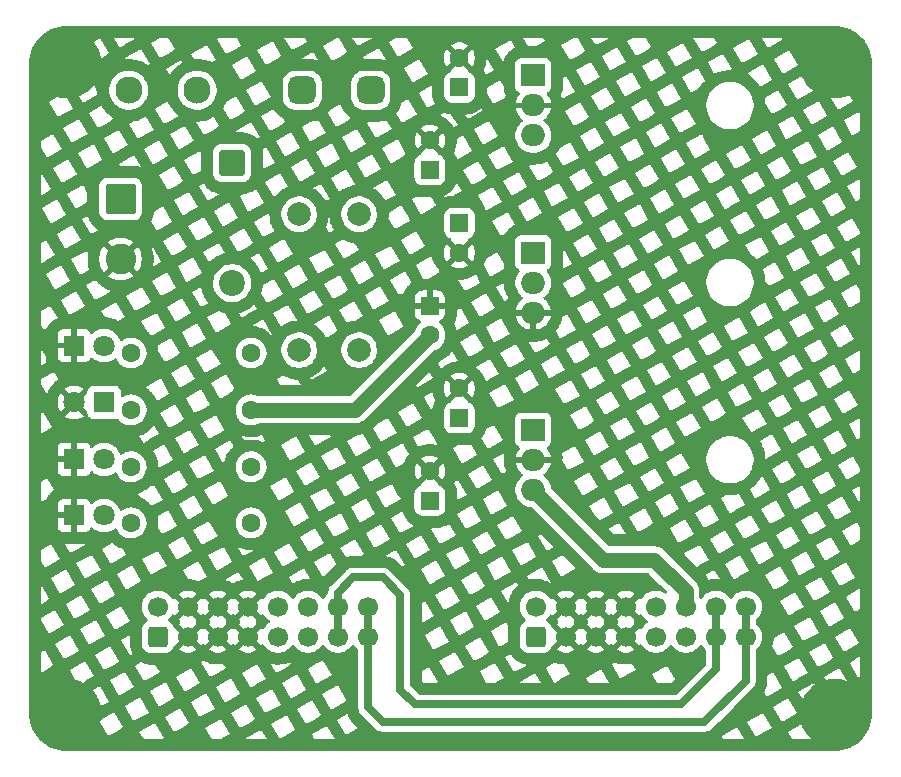
<source format=gbl>
%TF.GenerationSoftware,KiCad,Pcbnew,9.0.7*%
%TF.CreationDate,2026-01-24T13:01:46+00:00*%
%TF.ProjectId,bcm-power-supply,62636d2d-706f-4776-9572-2d737570706c,rev03*%
%TF.SameCoordinates,Original*%
%TF.FileFunction,Copper,L2,Bot*%
%TF.FilePolarity,Positive*%
%FSLAX46Y46*%
G04 Gerber Fmt 4.6, Leading zero omitted, Abs format (unit mm)*
G04 Created by KiCad (PCBNEW 9.0.7) date 2026-01-24 13:01:46*
%MOMM*%
%LPD*%
G01*
G04 APERTURE LIST*
G04 Aperture macros list*
%AMRoundRect*
0 Rectangle with rounded corners*
0 $1 Rounding radius*
0 $2 $3 $4 $5 $6 $7 $8 $9 X,Y pos of 4 corners*
0 Add a 4 corners polygon primitive as box body*
4,1,4,$2,$3,$4,$5,$6,$7,$8,$9,$2,$3,0*
0 Add four circle primitives for the rounded corners*
1,1,$1+$1,$2,$3*
1,1,$1+$1,$4,$5*
1,1,$1+$1,$6,$7*
1,1,$1+$1,$8,$9*
0 Add four rect primitives between the rounded corners*
20,1,$1+$1,$2,$3,$4,$5,0*
20,1,$1+$1,$4,$5,$6,$7,0*
20,1,$1+$1,$6,$7,$8,$9,0*
20,1,$1+$1,$8,$9,$2,$3,0*%
G04 Aperture macros list end*
%TA.AperFunction,ComponentPad*%
%ADD10C,1.600000*%
%TD*%
%TA.AperFunction,ComponentPad*%
%ADD11R,2.000000X1.905000*%
%TD*%
%TA.AperFunction,ComponentPad*%
%ADD12O,2.000000X1.905000*%
%TD*%
%TA.AperFunction,ComponentPad*%
%ADD13RoundRect,0.575000X0.575000X0.575000X-0.575000X0.575000X-0.575000X-0.575000X0.575000X-0.575000X0*%
%TD*%
%TA.AperFunction,ComponentPad*%
%ADD14C,2.300000*%
%TD*%
%TA.AperFunction,ComponentPad*%
%ADD15RoundRect,0.250000X-1.050000X1.050000X-1.050000X-1.050000X1.050000X-1.050000X1.050000X1.050000X0*%
%TD*%
%TA.AperFunction,ComponentPad*%
%ADD16C,2.600000*%
%TD*%
%TA.AperFunction,ComponentPad*%
%ADD17R,1.800000X1.800000*%
%TD*%
%TA.AperFunction,ComponentPad*%
%ADD18C,1.800000*%
%TD*%
%TA.AperFunction,ComponentPad*%
%ADD19RoundRect,0.250000X0.550000X-0.550000X0.550000X0.550000X-0.550000X0.550000X-0.550000X-0.550000X0*%
%TD*%
%TA.AperFunction,ComponentPad*%
%ADD20C,2.000000*%
%TD*%
%TA.AperFunction,ComponentPad*%
%ADD21RoundRect,0.250000X-0.550000X0.550000X-0.550000X-0.550000X0.550000X-0.550000X0.550000X0.550000X0*%
%TD*%
%TA.AperFunction,ComponentPad*%
%ADD22RoundRect,0.250000X0.600000X-0.600000X0.600000X0.600000X-0.600000X0.600000X-0.600000X-0.600000X0*%
%TD*%
%TA.AperFunction,ComponentPad*%
%ADD23C,1.700000*%
%TD*%
%TA.AperFunction,ComponentPad*%
%ADD24C,5.600000*%
%TD*%
%TA.AperFunction,ComponentPad*%
%ADD25RoundRect,0.249999X-0.850001X0.850001X-0.850001X-0.850001X0.850001X-0.850001X0.850001X0.850001X0*%
%TD*%
%TA.AperFunction,ComponentPad*%
%ADD26C,2.200000*%
%TD*%
%TA.AperFunction,Conductor*%
%ADD27C,1.270000*%
%TD*%
%TA.AperFunction,Conductor*%
%ADD28C,0.635000*%
%TD*%
G04 APERTURE END LIST*
D10*
%TO.P,R3,1*%
%TO.N,Net-(D4-K)*%
X68453000Y-88317500D03*
%TO.P,R3,2*%
%TO.N,-12V*%
X78613000Y-88317500D03*
%TD*%
D11*
%TO.P,U3,1,IN*%
%TO.N,/power_5_filtered*%
X102500000Y-90000000D03*
D12*
%TO.P,U3,2,GND*%
%TO.N,GND*%
X102500000Y-92540000D03*
%TO.P,U3,3,OUT*%
%TO.N,+5V*%
X102500000Y-95080000D03*
%TD*%
D13*
%TO.P,F1,1*%
%TO.N,VCC*%
X88750000Y-61250000D03*
X82950000Y-61250000D03*
D14*
%TO.P,F1,2*%
%TO.N,/power_in_diode*%
X74050000Y-61250000D03*
X68250000Y-61250000D03*
%TD*%
D15*
%TO.P,J1,1,Pin_1*%
%TO.N,/power_in_raw*%
X67564000Y-70455000D03*
D16*
%TO.P,J1,2,Pin_2*%
%TO.N,GND*%
X67564000Y-75535000D03*
%TD*%
D17*
%TO.P,D3,1,K*%
%TO.N,GND*%
X63627000Y-92500000D03*
D18*
%TO.P,D3,2,A*%
%TO.N,Net-(D3-A)*%
X66167000Y-92500000D03*
%TD*%
D10*
%TO.P,R1,1*%
%TO.N,VCC*%
X78613000Y-83500000D03*
%TO.P,R1,2*%
%TO.N,Net-(D2-A)*%
X68453000Y-83500000D03*
%TD*%
D19*
%TO.P,C3,1*%
%TO.N,+12V*%
X93750000Y-68000000D03*
D10*
%TO.P,C3,2*%
%TO.N,GND*%
X93750000Y-65500000D03*
%TD*%
D19*
%TO.P,C6,1*%
%TO.N,+5V*%
X93750000Y-96000000D03*
D10*
%TO.P,C6,2*%
%TO.N,GND*%
X93750000Y-93500000D03*
%TD*%
%TO.P,R4,1*%
%TO.N,+5V*%
X78613000Y-97885000D03*
%TO.P,R4,2*%
%TO.N,Net-(D5-A)*%
X68453000Y-97885000D03*
%TD*%
D20*
%TO.P,L1,1,1*%
%TO.N,VCC*%
X82677000Y-71750000D03*
%TO.P,L1,2,2*%
%TO.N,/power_neg12_filtered*%
X87757000Y-71750000D03*
%TD*%
D11*
%TO.P,U1,1,IN*%
%TO.N,VCC*%
X102500000Y-60000000D03*
D12*
%TO.P,U1,2,GND*%
%TO.N,GND*%
X102500000Y-62540000D03*
%TO.P,U1,3,OUT*%
%TO.N,+12V*%
X102500000Y-65080000D03*
%TD*%
D10*
%TO.P,R2,1*%
%TO.N,+12V*%
X78613000Y-93135000D03*
%TO.P,R2,2*%
%TO.N,Net-(D3-A)*%
X68453000Y-93135000D03*
%TD*%
D21*
%TO.P,C2,1*%
%TO.N,/power_neg12_filtered*%
X96250000Y-72500000D03*
D10*
%TO.P,C2,2*%
%TO.N,GND*%
X96250000Y-75000000D03*
%TD*%
D22*
%TO.P,J2,1,-12V*%
%TO.N,-12V*%
X70722500Y-107520000D03*
D23*
%TO.P,J2,2,-12V*%
X70722500Y-104980000D03*
%TO.P,J2,3,GND*%
%TO.N,GND*%
X73262500Y-107520000D03*
%TO.P,J2,4,GND*%
X73262500Y-104980000D03*
%TO.P,J2,5,GND*%
X75802500Y-107520000D03*
%TO.P,J2,6,GND*%
X75802500Y-104980000D03*
%TO.P,J2,7,GND*%
X78342500Y-107520000D03*
%TO.P,J2,8,GND*%
X78342500Y-104980000D03*
%TO.P,J2,9,+12V*%
%TO.N,+12V*%
X80882500Y-107520000D03*
%TO.P,J2,10,+12V*%
X80882500Y-104980000D03*
%TO.P,J2,11,+5V*%
%TO.N,+5V*%
X83422500Y-107520000D03*
%TO.P,J2,12,+5V*%
X83422500Y-104980000D03*
%TO.P,J2,13,CV*%
%TO.N,/eurorack_cv_bus*%
X85962500Y-107520000D03*
%TO.P,J2,14,CV*%
X85962500Y-104980000D03*
%TO.P,J2,15,Gate*%
%TO.N,/eurorack_gate_bus*%
X88502500Y-107520000D03*
%TO.P,J2,16,Gate*%
X88502500Y-104980000D03*
%TD*%
D21*
%TO.P,C4,1*%
%TO.N,GND*%
X93750000Y-79500000D03*
D10*
%TO.P,C4,2*%
%TO.N,-12V*%
X93750000Y-82000000D03*
%TD*%
D17*
%TO.P,D5,1,K*%
%TO.N,GND*%
X63627000Y-97250000D03*
D18*
%TO.P,D5,2,A*%
%TO.N,Net-(D5-A)*%
X66167000Y-97250000D03*
%TD*%
D20*
%TO.P,L2,1,1*%
%TO.N,VCC*%
X82677000Y-83250000D03*
%TO.P,L2,2,2*%
%TO.N,/power_5_filtered*%
X87757000Y-83250000D03*
%TD*%
D24*
%TO.P,H1,1,1*%
%TO.N,GND*%
X63000000Y-59000000D03*
%TD*%
D22*
%TO.P,J3,1,-12V*%
%TO.N,-12V*%
X102722500Y-107520000D03*
D23*
%TO.P,J3,2,-12V*%
X102722500Y-104980000D03*
%TO.P,J3,3,GND*%
%TO.N,GND*%
X105262500Y-107520000D03*
%TO.P,J3,4,GND*%
X105262500Y-104980000D03*
%TO.P,J3,5,GND*%
X107802500Y-107520000D03*
%TO.P,J3,6,GND*%
X107802500Y-104980000D03*
%TO.P,J3,7,GND*%
X110342500Y-107520000D03*
%TO.P,J3,8,GND*%
X110342500Y-104980000D03*
%TO.P,J3,9,+12V*%
%TO.N,+12V*%
X112882500Y-107520000D03*
%TO.P,J3,10,+12V*%
X112882500Y-104980000D03*
%TO.P,J3,11,+5V*%
%TO.N,+5V*%
X115422500Y-107520000D03*
%TO.P,J3,12,+5V*%
X115422500Y-104980000D03*
%TO.P,J3,13,CV*%
%TO.N,/eurorack_cv_bus*%
X117962500Y-107520000D03*
%TO.P,J3,14,CV*%
X117962500Y-104980000D03*
%TO.P,J3,15,Gate*%
%TO.N,/eurorack_gate_bus*%
X120502500Y-107520000D03*
%TO.P,J3,16,Gate*%
X120502500Y-104980000D03*
%TD*%
D25*
%TO.P,D1,1,K*%
%TO.N,/power_in_diode*%
X77000000Y-67420000D03*
D26*
%TO.P,D1,2,A*%
%TO.N,/power_in_raw*%
X77000000Y-77580000D03*
%TD*%
D19*
%TO.P,C1,1*%
%TO.N,VCC*%
X96250000Y-61000000D03*
D10*
%TO.P,C1,2*%
%TO.N,GND*%
X96250000Y-58500000D03*
%TD*%
D19*
%TO.P,C5,1*%
%TO.N,/power_5_filtered*%
X96250000Y-89000000D03*
D10*
%TO.P,C5,2*%
%TO.N,GND*%
X96250000Y-86500000D03*
%TD*%
D11*
%TO.P,U2,1,IN*%
%TO.N,/power_neg12_filtered*%
X102500000Y-75000000D03*
D12*
%TO.P,U2,2,GND*%
%TO.N,-12V*%
X102500000Y-77540000D03*
%TO.P,U2,3,OUT*%
%TO.N,GND*%
X102500000Y-80080000D03*
%TD*%
D24*
%TO.P,H2,1,1*%
%TO.N,GND*%
X63000000Y-114000000D03*
%TD*%
D17*
%TO.P,D2,1,K*%
%TO.N,GND*%
X63627000Y-82865000D03*
D18*
%TO.P,D2,2,A*%
%TO.N,Net-(D2-A)*%
X66167000Y-82865000D03*
%TD*%
D24*
%TO.P,H4,1,1*%
%TO.N,GND*%
X128000000Y-114000000D03*
%TD*%
D17*
%TO.P,D4,1,K*%
%TO.N,Net-(D4-K)*%
X66167000Y-87682500D03*
D18*
%TO.P,D4,2,A*%
%TO.N,GND*%
X63627000Y-87682500D03*
%TD*%
D24*
%TO.P,H3,1,1*%
%TO.N,GND*%
X128000000Y-59000000D03*
%TD*%
D27*
%TO.N,-12V*%
X87432500Y-88317500D02*
X78613000Y-88317500D01*
X93750000Y-82000000D02*
X87432500Y-88317500D01*
D28*
%TO.N,/eurorack_gate_bus*%
X88502500Y-107520000D02*
X88502500Y-113502500D01*
X117000000Y-114750000D02*
X120502500Y-111247500D01*
X120502500Y-111247500D02*
X120502500Y-107520000D01*
X88502500Y-113502500D02*
X89750000Y-114750000D01*
X89750000Y-114750000D02*
X117000000Y-114750000D01*
X120502500Y-104980000D02*
X120502500Y-107520000D01*
X88502500Y-104980000D02*
X88502500Y-107520000D01*
%TO.N,/eurorack_cv_bus*%
X89750000Y-102500000D02*
X87250000Y-102500000D01*
X91250000Y-104000000D02*
X89750000Y-102500000D01*
X117962500Y-104980000D02*
X117962500Y-107520000D01*
X85962500Y-104980000D02*
X85962500Y-107520000D01*
X117962500Y-110287500D02*
X115000000Y-113250000D01*
X92500000Y-113250000D02*
X91250000Y-112000000D01*
X85962500Y-103787500D02*
X85962500Y-104980000D01*
X115000000Y-113250000D02*
X92500000Y-113250000D01*
X117962500Y-107520000D02*
X117962500Y-110287500D01*
X87250000Y-102500000D02*
X85962500Y-103787500D01*
X91250000Y-112000000D02*
X91250000Y-104000000D01*
D27*
%TO.N,+5V*%
X102500000Y-95080000D02*
X108420000Y-101000000D01*
X115422500Y-103672500D02*
X115422500Y-104980000D01*
X112750000Y-101000000D02*
X115422500Y-103672500D01*
X108420000Y-101000000D02*
X112750000Y-101000000D01*
%TD*%
%TA.AperFunction,Conductor*%
%TO.N,GND*%
G36*
X72796575Y-105172993D02*
G01*
X72862401Y-105287007D01*
X72955493Y-105380099D01*
X73069507Y-105445925D01*
X73133090Y-105462962D01*
X72500782Y-106095269D01*
X72500782Y-106095270D01*
X72554952Y-106134626D01*
X72564548Y-106139516D01*
X72615344Y-106187491D01*
X72632138Y-106255312D01*
X72609600Y-106321447D01*
X72564551Y-106360483D01*
X72554940Y-106365380D01*
X72500782Y-106404727D01*
X72500782Y-106404728D01*
X73133091Y-107037037D01*
X73069507Y-107054075D01*
X72955493Y-107119901D01*
X72862401Y-107212993D01*
X72796575Y-107327007D01*
X72779537Y-107390591D01*
X72140052Y-106751106D01*
X72098478Y-106742372D01*
X72048721Y-106693321D01*
X72039421Y-106672123D01*
X72014615Y-106597262D01*
X71921530Y-106446348D01*
X71796152Y-106320970D01*
X71681092Y-106250000D01*
X71645240Y-106227886D01*
X71638695Y-106224835D01*
X71639597Y-106222900D01*
X71590783Y-106189093D01*
X71563968Y-106124574D01*
X71576292Y-106055800D01*
X71604333Y-106019925D01*
X71604059Y-106019651D01*
X71606302Y-106017407D01*
X71606718Y-106016876D01*
X71607487Y-106016218D01*
X71607504Y-106016206D01*
X71758706Y-105865004D01*
X71884394Y-105692009D01*
X71886783Y-105687319D01*
X71934754Y-105636522D01*
X72002574Y-105619724D01*
X72068710Y-105642258D01*
X72104696Y-105683783D01*
X72105329Y-105683396D01*
X72107667Y-105687211D01*
X72107751Y-105687308D01*
X72107871Y-105687545D01*
X72107873Y-105687547D01*
X72147228Y-105741716D01*
X72779537Y-105109408D01*
X72796575Y-105172993D01*
G37*
%TD.AperFunction*%
%TA.AperFunction,Conductor*%
G36*
X75336575Y-105172993D02*
G01*
X75402401Y-105287007D01*
X75495493Y-105380099D01*
X75609507Y-105445925D01*
X75673090Y-105462962D01*
X75040782Y-106095269D01*
X75040782Y-106095270D01*
X75094952Y-106134626D01*
X75104548Y-106139516D01*
X75155344Y-106187491D01*
X75172138Y-106255312D01*
X75149600Y-106321447D01*
X75104551Y-106360483D01*
X75094940Y-106365380D01*
X75040782Y-106404727D01*
X75040782Y-106404728D01*
X75673091Y-107037037D01*
X75609507Y-107054075D01*
X75495493Y-107119901D01*
X75402401Y-107212993D01*
X75336575Y-107327007D01*
X75319537Y-107390591D01*
X74687228Y-106758282D01*
X74687227Y-106758282D01*
X74647880Y-106812440D01*
X74642983Y-106822051D01*
X74595006Y-106872845D01*
X74527184Y-106889638D01*
X74461050Y-106867098D01*
X74422016Y-106822048D01*
X74417126Y-106812452D01*
X74377770Y-106758282D01*
X73745462Y-107390590D01*
X73728425Y-107327007D01*
X73662599Y-107212993D01*
X73569507Y-107119901D01*
X73455493Y-107054075D01*
X73391909Y-107037037D01*
X74024216Y-106404728D01*
X73970050Y-106365375D01*
X73960454Y-106360486D01*
X73909657Y-106312512D01*
X73892861Y-106244692D01*
X73915397Y-106178556D01*
X73960454Y-106139514D01*
X73970054Y-106134622D01*
X74024216Y-106095270D01*
X74024217Y-106095270D01*
X73391908Y-105462962D01*
X73455493Y-105445925D01*
X73569507Y-105380099D01*
X73662599Y-105287007D01*
X73728425Y-105172993D01*
X73745462Y-105109408D01*
X74377770Y-105741717D01*
X74377770Y-105741716D01*
X74417122Y-105687554D01*
X74422014Y-105677954D01*
X74469988Y-105627157D01*
X74537808Y-105610361D01*
X74603944Y-105632897D01*
X74642986Y-105677954D01*
X74647875Y-105687550D01*
X74687228Y-105741716D01*
X75319537Y-105109408D01*
X75336575Y-105172993D01*
G37*
%TD.AperFunction*%
%TA.AperFunction,Conductor*%
G36*
X77876575Y-105172993D02*
G01*
X77942401Y-105287007D01*
X78035493Y-105380099D01*
X78149507Y-105445925D01*
X78213090Y-105462962D01*
X77580782Y-106095269D01*
X77580782Y-106095270D01*
X77634952Y-106134626D01*
X77644548Y-106139516D01*
X77695344Y-106187491D01*
X77712138Y-106255312D01*
X77689600Y-106321447D01*
X77644551Y-106360483D01*
X77634940Y-106365380D01*
X77580782Y-106404727D01*
X77580782Y-106404728D01*
X78213091Y-107037037D01*
X78149507Y-107054075D01*
X78035493Y-107119901D01*
X77942401Y-107212993D01*
X77876575Y-107327007D01*
X77859537Y-107390591D01*
X77227228Y-106758282D01*
X77227227Y-106758282D01*
X77187880Y-106812440D01*
X77182983Y-106822051D01*
X77135006Y-106872845D01*
X77067184Y-106889638D01*
X77001050Y-106867098D01*
X76962016Y-106822048D01*
X76957126Y-106812452D01*
X76917770Y-106758282D01*
X76917769Y-106758282D01*
X76285462Y-107390590D01*
X76268425Y-107327007D01*
X76202599Y-107212993D01*
X76109507Y-107119901D01*
X75995493Y-107054075D01*
X75931909Y-107037037D01*
X76564216Y-106404728D01*
X76510050Y-106365375D01*
X76500454Y-106360486D01*
X76449657Y-106312512D01*
X76432861Y-106244692D01*
X76455397Y-106178556D01*
X76500454Y-106139514D01*
X76510054Y-106134622D01*
X76564216Y-106095270D01*
X76564217Y-106095270D01*
X75931908Y-105462962D01*
X75995493Y-105445925D01*
X76109507Y-105380099D01*
X76202599Y-105287007D01*
X76268425Y-105172993D01*
X76285462Y-105109408D01*
X76917770Y-105741717D01*
X76917770Y-105741716D01*
X76957122Y-105687554D01*
X76962014Y-105677954D01*
X77009988Y-105627157D01*
X77077808Y-105610361D01*
X77143944Y-105632897D01*
X77182986Y-105677954D01*
X77187875Y-105687550D01*
X77227228Y-105741716D01*
X77859537Y-105109408D01*
X77876575Y-105172993D01*
G37*
%TD.AperFunction*%
%TA.AperFunction,Conductor*%
G36*
X104796575Y-105172993D02*
G01*
X104862401Y-105287007D01*
X104955493Y-105380099D01*
X105069507Y-105445925D01*
X105133090Y-105462962D01*
X104500782Y-106095269D01*
X104500782Y-106095270D01*
X104554952Y-106134626D01*
X104564548Y-106139516D01*
X104615344Y-106187491D01*
X104632138Y-106255312D01*
X104609600Y-106321447D01*
X104564551Y-106360483D01*
X104554940Y-106365380D01*
X104500782Y-106404727D01*
X104500782Y-106404728D01*
X105133091Y-107037037D01*
X105069507Y-107054075D01*
X104955493Y-107119901D01*
X104862401Y-107212993D01*
X104796575Y-107327007D01*
X104779537Y-107390591D01*
X104140052Y-106751106D01*
X104098478Y-106742372D01*
X104048721Y-106693321D01*
X104039421Y-106672123D01*
X104014615Y-106597262D01*
X103921530Y-106446348D01*
X103796152Y-106320970D01*
X103681092Y-106250000D01*
X103645240Y-106227886D01*
X103638695Y-106224835D01*
X103639597Y-106222900D01*
X103590783Y-106189093D01*
X103563968Y-106124574D01*
X103576292Y-106055800D01*
X103604333Y-106019925D01*
X103604059Y-106019651D01*
X103606302Y-106017407D01*
X103606718Y-106016876D01*
X103607487Y-106016218D01*
X103607504Y-106016206D01*
X103758706Y-105865004D01*
X103884394Y-105692009D01*
X103886783Y-105687319D01*
X103934754Y-105636522D01*
X104002574Y-105619724D01*
X104068710Y-105642258D01*
X104104696Y-105683783D01*
X104105329Y-105683396D01*
X104107667Y-105687211D01*
X104107751Y-105687308D01*
X104107871Y-105687545D01*
X104107873Y-105687547D01*
X104147228Y-105741716D01*
X104779536Y-105109407D01*
X104796575Y-105172993D01*
G37*
%TD.AperFunction*%
%TA.AperFunction,Conductor*%
G36*
X107336575Y-105172993D02*
G01*
X107402401Y-105287007D01*
X107495493Y-105380099D01*
X107609507Y-105445925D01*
X107673090Y-105462962D01*
X107040782Y-106095269D01*
X107040782Y-106095270D01*
X107094952Y-106134626D01*
X107104548Y-106139516D01*
X107155344Y-106187491D01*
X107172138Y-106255312D01*
X107149600Y-106321447D01*
X107104551Y-106360483D01*
X107094940Y-106365380D01*
X107040782Y-106404727D01*
X107040782Y-106404728D01*
X107673091Y-107037037D01*
X107609507Y-107054075D01*
X107495493Y-107119901D01*
X107402401Y-107212993D01*
X107336575Y-107327007D01*
X107319537Y-107390591D01*
X106687228Y-106758282D01*
X106687227Y-106758282D01*
X106647880Y-106812440D01*
X106642983Y-106822051D01*
X106595006Y-106872845D01*
X106527184Y-106889638D01*
X106461050Y-106867098D01*
X106422016Y-106822048D01*
X106417126Y-106812452D01*
X106377770Y-106758282D01*
X105745462Y-107390590D01*
X105728425Y-107327007D01*
X105662599Y-107212993D01*
X105569507Y-107119901D01*
X105455493Y-107054075D01*
X105391909Y-107037037D01*
X106024216Y-106404728D01*
X105970050Y-106365375D01*
X105960454Y-106360486D01*
X105909657Y-106312512D01*
X105892861Y-106244692D01*
X105915397Y-106178556D01*
X105960454Y-106139514D01*
X105970054Y-106134622D01*
X106024216Y-106095270D01*
X106024217Y-106095270D01*
X105391908Y-105462962D01*
X105455493Y-105445925D01*
X105569507Y-105380099D01*
X105662599Y-105287007D01*
X105728425Y-105172993D01*
X105745462Y-105109408D01*
X106377770Y-105741717D01*
X106377770Y-105741716D01*
X106417122Y-105687554D01*
X106422014Y-105677954D01*
X106469988Y-105627157D01*
X106537808Y-105610361D01*
X106603944Y-105632897D01*
X106642986Y-105677954D01*
X106647875Y-105687550D01*
X106687228Y-105741716D01*
X107319537Y-105109408D01*
X107336575Y-105172993D01*
G37*
%TD.AperFunction*%
%TA.AperFunction,Conductor*%
G36*
X109876575Y-105172993D02*
G01*
X109942401Y-105287007D01*
X110035493Y-105380099D01*
X110149507Y-105445925D01*
X110213090Y-105462962D01*
X109580782Y-106095269D01*
X109580782Y-106095270D01*
X109634952Y-106134626D01*
X109644548Y-106139516D01*
X109695344Y-106187491D01*
X109712138Y-106255312D01*
X109689600Y-106321447D01*
X109644551Y-106360483D01*
X109634940Y-106365380D01*
X109580782Y-106404727D01*
X109580782Y-106404728D01*
X110213091Y-107037037D01*
X110149507Y-107054075D01*
X110035493Y-107119901D01*
X109942401Y-107212993D01*
X109876575Y-107327007D01*
X109859537Y-107390591D01*
X109227228Y-106758282D01*
X109227227Y-106758282D01*
X109187880Y-106812440D01*
X109182983Y-106822051D01*
X109135006Y-106872845D01*
X109067184Y-106889638D01*
X109001050Y-106867098D01*
X108962016Y-106822048D01*
X108957126Y-106812452D01*
X108917770Y-106758282D01*
X108285462Y-107390590D01*
X108268425Y-107327007D01*
X108202599Y-107212993D01*
X108109507Y-107119901D01*
X107995493Y-107054075D01*
X107931909Y-107037037D01*
X108564216Y-106404728D01*
X108510050Y-106365375D01*
X108500454Y-106360486D01*
X108449657Y-106312512D01*
X108432861Y-106244692D01*
X108455397Y-106178556D01*
X108500454Y-106139514D01*
X108510054Y-106134622D01*
X108564216Y-106095270D01*
X108564217Y-106095270D01*
X107931908Y-105462962D01*
X107995493Y-105445925D01*
X108109507Y-105380099D01*
X108202599Y-105287007D01*
X108268425Y-105172993D01*
X108285462Y-105109409D01*
X108917770Y-105741717D01*
X108917770Y-105741716D01*
X108957122Y-105687554D01*
X108962014Y-105677954D01*
X109009988Y-105627157D01*
X109077808Y-105610361D01*
X109143944Y-105632897D01*
X109182986Y-105677954D01*
X109187875Y-105687550D01*
X109227228Y-105741716D01*
X109859537Y-105109408D01*
X109876575Y-105172993D01*
G37*
%TD.AperFunction*%
%TA.AperFunction,Conductor*%
G36*
X79457770Y-105741717D02*
G01*
X79457770Y-105741716D01*
X79497121Y-105687556D01*
X79497238Y-105687327D01*
X79497308Y-105687252D01*
X79499668Y-105683402D01*
X79500476Y-105683897D01*
X79545207Y-105636526D01*
X79613026Y-105619723D01*
X79679163Y-105642254D01*
X79718212Y-105687311D01*
X79720605Y-105692008D01*
X79756720Y-105741716D01*
X79846294Y-105865004D01*
X79997496Y-106016206D01*
X80167215Y-106139514D01*
X80170491Y-106141894D01*
X80174373Y-106144273D01*
X80221248Y-106196086D01*
X80232669Y-106265016D01*
X80205012Y-106329178D01*
X80174373Y-106355727D01*
X80170491Y-106358105D01*
X79997493Y-106483796D01*
X79846296Y-106634993D01*
X79720603Y-106807994D01*
X79718209Y-106812693D01*
X79670231Y-106863485D01*
X79602408Y-106880275D01*
X79536275Y-106857732D01*
X79500304Y-106816215D01*
X79499671Y-106816604D01*
X79497326Y-106812778D01*
X79497243Y-106812682D01*
X79497124Y-106812449D01*
X79457770Y-106758282D01*
X79457769Y-106758282D01*
X78825462Y-107390590D01*
X78808425Y-107327007D01*
X78742599Y-107212993D01*
X78649507Y-107119901D01*
X78535493Y-107054075D01*
X78471909Y-107037037D01*
X79104216Y-106404728D01*
X79050050Y-106365375D01*
X79040454Y-106360486D01*
X78989657Y-106312512D01*
X78972861Y-106244692D01*
X78995397Y-106178556D01*
X79040454Y-106139514D01*
X79050054Y-106134622D01*
X79104216Y-106095270D01*
X79104217Y-106095270D01*
X78471908Y-105462962D01*
X78535493Y-105445925D01*
X78649507Y-105380099D01*
X78742599Y-105287007D01*
X78808425Y-105172993D01*
X78825462Y-105109408D01*
X79457770Y-105741717D01*
G37*
%TD.AperFunction*%
%TA.AperFunction,Conductor*%
G36*
X111457770Y-105741717D02*
G01*
X111457770Y-105741716D01*
X111497121Y-105687556D01*
X111497238Y-105687327D01*
X111497308Y-105687252D01*
X111499668Y-105683402D01*
X111500476Y-105683897D01*
X111545207Y-105636526D01*
X111613026Y-105619723D01*
X111679163Y-105642254D01*
X111718212Y-105687311D01*
X111720605Y-105692008D01*
X111756720Y-105741716D01*
X111846294Y-105865004D01*
X111997496Y-106016206D01*
X112167215Y-106139514D01*
X112170491Y-106141894D01*
X112174373Y-106144273D01*
X112221248Y-106196086D01*
X112232669Y-106265016D01*
X112205012Y-106329178D01*
X112174373Y-106355727D01*
X112170491Y-106358105D01*
X111997493Y-106483796D01*
X111846296Y-106634993D01*
X111720603Y-106807994D01*
X111718209Y-106812693D01*
X111670231Y-106863485D01*
X111602408Y-106880275D01*
X111536275Y-106857732D01*
X111500304Y-106816215D01*
X111499671Y-106816604D01*
X111497326Y-106812778D01*
X111497243Y-106812682D01*
X111497124Y-106812449D01*
X111457770Y-106758282D01*
X110825462Y-107390590D01*
X110808425Y-107327007D01*
X110742599Y-107212993D01*
X110649507Y-107119901D01*
X110535493Y-107054075D01*
X110471909Y-107037037D01*
X111104216Y-106404728D01*
X111050050Y-106365375D01*
X111040454Y-106360486D01*
X110989657Y-106312512D01*
X110972861Y-106244692D01*
X110995397Y-106178556D01*
X111040454Y-106139514D01*
X111050054Y-106134622D01*
X111104216Y-106095270D01*
X111104217Y-106095270D01*
X110471908Y-105462962D01*
X110535493Y-105445925D01*
X110649507Y-105380099D01*
X110742599Y-105287007D01*
X110808425Y-105172993D01*
X110825462Y-105109408D01*
X111457770Y-105741717D01*
G37*
%TD.AperFunction*%
%TA.AperFunction,Conductor*%
G36*
X128003243Y-55805469D02*
G01*
X128327450Y-55822461D01*
X128340358Y-55823818D01*
X128657796Y-55874095D01*
X128670480Y-55876790D01*
X128980946Y-55959979D01*
X128993287Y-55963990D01*
X129293330Y-56079165D01*
X129305185Y-56084443D01*
X129591576Y-56230367D01*
X129602792Y-56236843D01*
X129872355Y-56411898D01*
X129882836Y-56419513D01*
X130132625Y-56621788D01*
X130142270Y-56630473D01*
X130369526Y-56857729D01*
X130378211Y-56867374D01*
X130580484Y-57117160D01*
X130588103Y-57127648D01*
X130757270Y-57388143D01*
X130763149Y-57397195D01*
X130769635Y-57408429D01*
X130844485Y-57555330D01*
X130915555Y-57694811D01*
X130920834Y-57706669D01*
X131036009Y-58006712D01*
X131040020Y-58019055D01*
X131123207Y-58329513D01*
X131125905Y-58342209D01*
X131176181Y-58659641D01*
X131177538Y-58672549D01*
X131194530Y-58996756D01*
X131194700Y-59003246D01*
X131194700Y-113996753D01*
X131194530Y-114003243D01*
X131177538Y-114327450D01*
X131176181Y-114340358D01*
X131125905Y-114657790D01*
X131123207Y-114670486D01*
X131040020Y-114980944D01*
X131036009Y-114993287D01*
X130920834Y-115293330D01*
X130915555Y-115305188D01*
X130769639Y-115591564D01*
X130763149Y-115602804D01*
X130588108Y-115872345D01*
X130580479Y-115882846D01*
X130378211Y-116132625D01*
X130369526Y-116142270D01*
X130142270Y-116369526D01*
X130132625Y-116378211D01*
X129882846Y-116580479D01*
X129872345Y-116588108D01*
X129602804Y-116763149D01*
X129591564Y-116769639D01*
X129305188Y-116915555D01*
X129293330Y-116920834D01*
X128993287Y-117036009D01*
X128980944Y-117040020D01*
X128670486Y-117123207D01*
X128657790Y-117125905D01*
X128340358Y-117176181D01*
X128327450Y-117177538D01*
X128003244Y-117194530D01*
X127996754Y-117194700D01*
X63003246Y-117194700D01*
X62996756Y-117194530D01*
X62672549Y-117177538D01*
X62659641Y-117176181D01*
X62342209Y-117125905D01*
X62329513Y-117123207D01*
X62019055Y-117040020D01*
X62006712Y-117036009D01*
X61706669Y-116920834D01*
X61694811Y-116915555D01*
X61513048Y-116822942D01*
X61408429Y-116769635D01*
X61397201Y-116763152D01*
X61127648Y-116588103D01*
X61117160Y-116580484D01*
X60867374Y-116378211D01*
X60857729Y-116369526D01*
X60630473Y-116142270D01*
X60621788Y-116132625D01*
X60476757Y-115953527D01*
X60419513Y-115882836D01*
X60411898Y-115872355D01*
X60236843Y-115602792D01*
X60230367Y-115591576D01*
X60084443Y-115305185D01*
X60079165Y-115293330D01*
X60072720Y-115276541D01*
X59963989Y-114993286D01*
X59959979Y-114980944D01*
X59906033Y-114779615D01*
X65821254Y-114779615D01*
X66490393Y-115938599D01*
X67158456Y-115552892D01*
X69154455Y-115552892D01*
X69526158Y-116196700D01*
X71043349Y-116196700D01*
X71206227Y-116102661D01*
X70455226Y-114801891D01*
X69154455Y-115552892D01*
X67158456Y-115552892D01*
X67791163Y-115187598D01*
X67040162Y-113886827D01*
X65870952Y-114561871D01*
X65821254Y-114779615D01*
X59906033Y-114779615D01*
X59888185Y-114713004D01*
X59876790Y-114670480D01*
X59874094Y-114657790D01*
X59871027Y-114638427D01*
X59823818Y-114340358D01*
X59822461Y-114327450D01*
X59805470Y-114003243D01*
X59805300Y-113996753D01*
X59805300Y-112064539D01*
X65196458Y-112064539D01*
X65384116Y-112299854D01*
X65392163Y-112311195D01*
X65559481Y-112577481D01*
X65566207Y-112589651D01*
X65702659Y-112872996D01*
X65707981Y-112885843D01*
X65811850Y-113182684D01*
X65815699Y-113196046D01*
X65865175Y-113412816D01*
X65908455Y-113387828D01*
X67904455Y-113387828D01*
X68655456Y-114688599D01*
X69323520Y-114302892D01*
X71319519Y-114302892D01*
X72070520Y-115603662D01*
X72738583Y-115217955D01*
X74734582Y-115217955D01*
X75299661Y-116196700D01*
X76043349Y-116196700D01*
X76153648Y-116133019D01*
X78149647Y-116133019D01*
X78186413Y-116196700D01*
X79920774Y-116196700D01*
X79450416Y-115382018D01*
X78149647Y-116133019D01*
X76153648Y-116133019D01*
X76786354Y-115767725D01*
X76035353Y-114466954D01*
X74734582Y-115217955D01*
X72738583Y-115217955D01*
X73371290Y-114852661D01*
X72620289Y-113551891D01*
X71319519Y-114302892D01*
X69323520Y-114302892D01*
X69956227Y-113937598D01*
X69205226Y-112636827D01*
X67904455Y-113387828D01*
X65908455Y-113387828D01*
X66541162Y-113022534D01*
X65790162Y-111721764D01*
X65196458Y-112064539D01*
X59805300Y-112064539D01*
X59805300Y-108827428D01*
X60803300Y-108827428D01*
X60803300Y-110561788D01*
X61243391Y-110307701D01*
X63239392Y-110307701D01*
X63736624Y-111168933D01*
X63803954Y-111184301D01*
X63817316Y-111188150D01*
X64114157Y-111292019D01*
X64127004Y-111297341D01*
X64346338Y-111402966D01*
X64658455Y-111222765D01*
X66654455Y-111222765D01*
X67405456Y-112523535D01*
X68073520Y-112137828D01*
X70069519Y-112137828D01*
X70820520Y-113438599D01*
X71488583Y-113052892D01*
X73484582Y-113052892D01*
X74235583Y-114353662D01*
X74903647Y-113967955D01*
X76899646Y-113967955D01*
X77650647Y-115268726D01*
X78318710Y-114883019D01*
X80314709Y-114883019D01*
X81065710Y-116183788D01*
X81733773Y-115798082D01*
X83729773Y-115798082D01*
X83959916Y-116196700D01*
X85694276Y-116196700D01*
X85553880Y-115953527D01*
X118460536Y-115953527D01*
X118600932Y-116196700D01*
X120335292Y-116196700D01*
X119761305Y-115202526D01*
X118460536Y-115953527D01*
X85553880Y-115953527D01*
X85030543Y-115047081D01*
X83729773Y-115798082D01*
X81733773Y-115798082D01*
X82366481Y-115432788D01*
X81615480Y-114132018D01*
X80314709Y-114883019D01*
X78318710Y-114883019D01*
X78951417Y-114517725D01*
X78200416Y-113216954D01*
X76899646Y-113967955D01*
X74903647Y-113967955D01*
X75536354Y-113602661D01*
X74785353Y-112301891D01*
X73484582Y-113052892D01*
X71488583Y-113052892D01*
X72121290Y-112687598D01*
X71370289Y-111386827D01*
X70069519Y-112137828D01*
X68073520Y-112137828D01*
X68706227Y-111772534D01*
X67955226Y-110471764D01*
X66654455Y-111222765D01*
X64658455Y-111222765D01*
X65291163Y-110857471D01*
X64540162Y-109556700D01*
X63239392Y-110307701D01*
X61243391Y-110307701D01*
X61876099Y-109942407D01*
X61125099Y-108641637D01*
X60803300Y-108827428D01*
X59805300Y-108827428D01*
X59805300Y-108142638D01*
X61989392Y-108142638D01*
X62740393Y-109443408D01*
X63408456Y-109057701D01*
X65404455Y-109057701D01*
X66155456Y-110358472D01*
X66823521Y-109972764D01*
X68819519Y-109972764D01*
X69570520Y-111273535D01*
X70238583Y-110887828D01*
X72234582Y-110887828D01*
X72985583Y-112188599D01*
X73653647Y-111802892D01*
X75649646Y-111802892D01*
X76400647Y-113103662D01*
X77068710Y-112717955D01*
X79064709Y-112717955D01*
X79815710Y-114018726D01*
X80483774Y-113633019D01*
X82479773Y-113633019D01*
X83230774Y-114933789D01*
X83898837Y-114548082D01*
X85894836Y-114548082D01*
X86645837Y-115848852D01*
X87675088Y-115254613D01*
X87277333Y-114856858D01*
X87277333Y-114856859D01*
X87137885Y-114717413D01*
X87133687Y-114713004D01*
X87108955Y-114685716D01*
X87104980Y-114681107D01*
X87073891Y-114643224D01*
X87070148Y-114638427D01*
X87048215Y-114608854D01*
X87044710Y-114603878D01*
X86927086Y-114427842D01*
X86923828Y-114422697D01*
X86904893Y-114391104D01*
X86901894Y-114385809D01*
X86878793Y-114342588D01*
X86876057Y-114337153D01*
X86860317Y-114303873D01*
X86857851Y-114298310D01*
X86776835Y-114102719D01*
X86774645Y-114097043D01*
X86762242Y-114062381D01*
X86760333Y-114056602D01*
X86758212Y-114049611D01*
X85894836Y-114548082D01*
X83898837Y-114548082D01*
X84531544Y-114182788D01*
X83780543Y-112882018D01*
X82479773Y-113633019D01*
X80483774Y-113633019D01*
X81116481Y-113267725D01*
X80365480Y-111966954D01*
X79064709Y-112717955D01*
X77068710Y-112717955D01*
X77701417Y-112352661D01*
X76950416Y-111051891D01*
X75649646Y-111802892D01*
X73653647Y-111802892D01*
X74286354Y-111437598D01*
X73535353Y-110136827D01*
X72234582Y-110887828D01*
X70238583Y-110887828D01*
X70871290Y-110522534D01*
X70498300Y-109876499D01*
X70059260Y-109876500D01*
X70056108Y-109876460D01*
X70037037Y-109875975D01*
X70033883Y-109875855D01*
X70008512Y-109874563D01*
X70005361Y-109874362D01*
X69986312Y-109872905D01*
X69983166Y-109872624D01*
X69839556Y-109857952D01*
X69832852Y-109857082D01*
X69792440Y-109850712D01*
X69785790Y-109849477D01*
X69732541Y-109838078D01*
X69725969Y-109836482D01*
X69686481Y-109825747D01*
X69680007Y-109823796D01*
X69458280Y-109750324D01*
X69451502Y-109747857D01*
X69410950Y-109731747D01*
X69404329Y-109728892D01*
X69351682Y-109704344D01*
X69345236Y-109701106D01*
X69316697Y-109685718D01*
X68819519Y-109972764D01*
X66823521Y-109972764D01*
X67403647Y-109637828D01*
X74399646Y-109637828D01*
X75150647Y-110938599D01*
X75818710Y-110552892D01*
X77814709Y-110552892D01*
X78565710Y-111853662D01*
X79233774Y-111467955D01*
X81229773Y-111467955D01*
X81980774Y-112768726D01*
X82648837Y-112383019D01*
X84644836Y-112383019D01*
X85395837Y-113683789D01*
X86678500Y-112943242D01*
X86678500Y-112901424D01*
X85945607Y-111632018D01*
X84644836Y-112383019D01*
X82648837Y-112383019D01*
X83281544Y-112017725D01*
X82530543Y-110716954D01*
X81229773Y-111467955D01*
X79233774Y-111467955D01*
X79866481Y-111102661D01*
X79115480Y-109801891D01*
X77814709Y-110552892D01*
X75818710Y-110552892D01*
X76451417Y-110187598D01*
X76243470Y-109827424D01*
X76045520Y-109858777D01*
X76040696Y-109859445D01*
X76011462Y-109862905D01*
X76006625Y-109863381D01*
X75967546Y-109866459D01*
X75962681Y-109866746D01*
X75933229Y-109867904D01*
X75928357Y-109868000D01*
X75676643Y-109868000D01*
X75671771Y-109867904D01*
X75642319Y-109866746D01*
X75637454Y-109866459D01*
X75598375Y-109863381D01*
X75593538Y-109862905D01*
X75564304Y-109859445D01*
X75559480Y-109858777D01*
X75310907Y-109819406D01*
X75306119Y-109818551D01*
X75277256Y-109812811D01*
X75272504Y-109811769D01*
X75234387Y-109802621D01*
X75229671Y-109801391D01*
X75214741Y-109797181D01*
X80265152Y-109797181D01*
X80730774Y-110603662D01*
X81398837Y-110217955D01*
X83394836Y-110217955D01*
X84145837Y-111518726D01*
X85446607Y-110767725D01*
X84736159Y-109537193D01*
X84712334Y-109522594D01*
X84708229Y-109519967D01*
X84692500Y-109509457D01*
X84676771Y-109519967D01*
X84672666Y-109522594D01*
X84639242Y-109543075D01*
X84635043Y-109545536D01*
X84609347Y-109559926D01*
X84605054Y-109562221D01*
X84379600Y-109677096D01*
X84375220Y-109679220D01*
X84348464Y-109691555D01*
X84343999Y-109693508D01*
X84307781Y-109708509D01*
X84303250Y-109710283D01*
X84275618Y-109720477D01*
X84271015Y-109722073D01*
X84231482Y-109734917D01*
X83394836Y-110217955D01*
X81398837Y-110217955D01*
X82031544Y-109852661D01*
X81909591Y-109641433D01*
X81839600Y-109677096D01*
X81835220Y-109679220D01*
X81808464Y-109691555D01*
X81803999Y-109693508D01*
X81767781Y-109708509D01*
X81763250Y-109710283D01*
X81735618Y-109720477D01*
X81731016Y-109722072D01*
X81490361Y-109800264D01*
X81485701Y-109801678D01*
X81457334Y-109809678D01*
X81452619Y-109810908D01*
X81414503Y-109820057D01*
X81409748Y-109821100D01*
X81380876Y-109826842D01*
X81376087Y-109827697D01*
X81126188Y-109867277D01*
X81121365Y-109867944D01*
X81092132Y-109871404D01*
X81087294Y-109871881D01*
X81048215Y-109874959D01*
X81043350Y-109875246D01*
X81013898Y-109876404D01*
X81009026Y-109876500D01*
X80755974Y-109876500D01*
X80751102Y-109876404D01*
X80721650Y-109875246D01*
X80716785Y-109874959D01*
X80677706Y-109871881D01*
X80672868Y-109871404D01*
X80643635Y-109867944D01*
X80638812Y-109867277D01*
X80388913Y-109827697D01*
X80384124Y-109826842D01*
X80355252Y-109821100D01*
X80350497Y-109820057D01*
X80312381Y-109810908D01*
X80307666Y-109809678D01*
X80279299Y-109801678D01*
X80274639Y-109800264D01*
X80265152Y-109797181D01*
X75214741Y-109797181D01*
X75201294Y-109793389D01*
X75196630Y-109791974D01*
X74957237Y-109714191D01*
X74952636Y-109712595D01*
X74924991Y-109702396D01*
X74920455Y-109700621D01*
X74884239Y-109685619D01*
X74879781Y-109683669D01*
X74853037Y-109671340D01*
X74848654Y-109669214D01*
X74624390Y-109554944D01*
X74620095Y-109552648D01*
X74594383Y-109538248D01*
X74590181Y-109535785D01*
X74583491Y-109531685D01*
X74399646Y-109637828D01*
X67403647Y-109637828D01*
X67456227Y-109607471D01*
X66705226Y-108306700D01*
X65404455Y-109057701D01*
X63408456Y-109057701D01*
X64041163Y-108692407D01*
X63290162Y-107391637D01*
X61989392Y-108142638D01*
X59805300Y-108142638D01*
X59805300Y-105940677D01*
X60803300Y-105940677D01*
X60803300Y-106088263D01*
X61490393Y-107278344D01*
X62158455Y-106892638D01*
X64154455Y-106892638D01*
X64905456Y-108193408D01*
X65573520Y-107807701D01*
X67569519Y-107807701D01*
X68320520Y-109108471D01*
X68577074Y-108960349D01*
X68565719Y-108941939D01*
X68562112Y-108935690D01*
X68541394Y-108897264D01*
X68538156Y-108890818D01*
X68513608Y-108838171D01*
X68510753Y-108831550D01*
X68494643Y-108790998D01*
X68492176Y-108784221D01*
X68418703Y-108562492D01*
X68416751Y-108556016D01*
X68406015Y-108516522D01*
X68404420Y-108509949D01*
X68393021Y-108456697D01*
X68391786Y-108450047D01*
X68385417Y-108409637D01*
X68384547Y-108402933D01*
X68369877Y-108259326D01*
X68369596Y-108256185D01*
X68368139Y-108237142D01*
X68367939Y-108233989D01*
X68366647Y-108208621D01*
X68366526Y-108205466D01*
X68366041Y-108186393D01*
X68366001Y-108183241D01*
X68366000Y-107347852D01*
X67569519Y-107807701D01*
X65573520Y-107807701D01*
X66206227Y-107442407D01*
X65455226Y-106141637D01*
X64154455Y-106892638D01*
X62158455Y-106892638D01*
X62791163Y-106527344D01*
X62040162Y-105226573D01*
X60803300Y-105940677D01*
X59805300Y-105940677D01*
X59805300Y-104788285D01*
X60803300Y-104788285D01*
X60908454Y-104727574D01*
X62904455Y-104727574D01*
X63655456Y-106028345D01*
X64323520Y-105642638D01*
X66319519Y-105642638D01*
X67070520Y-106943408D01*
X68371290Y-106192407D01*
X67620289Y-104891637D01*
X66319519Y-105642638D01*
X64323520Y-105642638D01*
X64956227Y-105277344D01*
X64722827Y-104873084D01*
X69364000Y-104873084D01*
X69364000Y-105086915D01*
X69397451Y-105298117D01*
X69463526Y-105501480D01*
X69463527Y-105501483D01*
X69556415Y-105683783D01*
X69560606Y-105692009D01*
X69686294Y-105865004D01*
X69686296Y-105865006D01*
X69837495Y-106016205D01*
X69838291Y-106016885D01*
X69838509Y-106017219D01*
X69840941Y-106019651D01*
X69840430Y-106020161D01*
X69876483Y-106075393D01*
X69876980Y-106145261D01*
X69839624Y-106204306D01*
X69805781Y-106223712D01*
X69806305Y-106224835D01*
X69799759Y-106227886D01*
X69648846Y-106320971D01*
X69523471Y-106446346D01*
X69430386Y-106597259D01*
X69430384Y-106597264D01*
X69374613Y-106765572D01*
X69364000Y-106869447D01*
X69364000Y-108170537D01*
X69364001Y-108170553D01*
X69374613Y-108274427D01*
X69399275Y-108348852D01*
X69430385Y-108442738D01*
X69523470Y-108593652D01*
X69648848Y-108719030D01*
X69799762Y-108812115D01*
X69968074Y-108867887D01*
X70071955Y-108878500D01*
X71373044Y-108878499D01*
X71476926Y-108867887D01*
X71645238Y-108812115D01*
X71796152Y-108719030D01*
X71921530Y-108593652D01*
X72014615Y-108442738D01*
X72039421Y-108367875D01*
X72079193Y-108310431D01*
X72143708Y-108283607D01*
X72145362Y-108283582D01*
X72779537Y-107649408D01*
X72796575Y-107712993D01*
X72862401Y-107827007D01*
X72955493Y-107920099D01*
X73069507Y-107985925D01*
X73133090Y-108002962D01*
X72500782Y-108635269D01*
X72500782Y-108635270D01*
X72554949Y-108674624D01*
X72744282Y-108771095D01*
X72946370Y-108836757D01*
X73156254Y-108870000D01*
X73368746Y-108870000D01*
X73578627Y-108836757D01*
X73578630Y-108836757D01*
X73780717Y-108771095D01*
X73970054Y-108674622D01*
X74024216Y-108635270D01*
X74024217Y-108635270D01*
X73391908Y-108002962D01*
X73455493Y-107985925D01*
X73569507Y-107920099D01*
X73662599Y-107827007D01*
X73728425Y-107712993D01*
X73745462Y-107649408D01*
X74377770Y-108281717D01*
X74377770Y-108281716D01*
X74417122Y-108227554D01*
X74422014Y-108217954D01*
X74469988Y-108167157D01*
X74537808Y-108150361D01*
X74603944Y-108172897D01*
X74642986Y-108217954D01*
X74647875Y-108227550D01*
X74687228Y-108281716D01*
X75319537Y-107649408D01*
X75336575Y-107712993D01*
X75402401Y-107827007D01*
X75495493Y-107920099D01*
X75609507Y-107985925D01*
X75673090Y-108002962D01*
X75040782Y-108635269D01*
X75040782Y-108635270D01*
X75094949Y-108674624D01*
X75284282Y-108771095D01*
X75486370Y-108836757D01*
X75696254Y-108870000D01*
X75908746Y-108870000D01*
X76118627Y-108836757D01*
X76118630Y-108836757D01*
X76320717Y-108771095D01*
X76510054Y-108674622D01*
X76564216Y-108635270D01*
X76564217Y-108635270D01*
X75931908Y-108002962D01*
X75995493Y-107985925D01*
X76109507Y-107920099D01*
X76202599Y-107827007D01*
X76268425Y-107712993D01*
X76285462Y-107649408D01*
X76917770Y-108281717D01*
X76917770Y-108281716D01*
X76957122Y-108227554D01*
X76962014Y-108217954D01*
X77009988Y-108167157D01*
X77077808Y-108150361D01*
X77143944Y-108172897D01*
X77182986Y-108217954D01*
X77187875Y-108227550D01*
X77227228Y-108281716D01*
X77859537Y-107649408D01*
X77876575Y-107712993D01*
X77942401Y-107827007D01*
X78035493Y-107920099D01*
X78149507Y-107985925D01*
X78213090Y-108002962D01*
X77580782Y-108635269D01*
X77580782Y-108635270D01*
X77634949Y-108674624D01*
X77824282Y-108771095D01*
X78026370Y-108836757D01*
X78236254Y-108870000D01*
X78448746Y-108870000D01*
X78658627Y-108836757D01*
X78658630Y-108836757D01*
X78860717Y-108771095D01*
X79050054Y-108674622D01*
X79104216Y-108635270D01*
X79104217Y-108635270D01*
X78471908Y-108002962D01*
X78535493Y-107985925D01*
X78649507Y-107920099D01*
X78742599Y-107827007D01*
X78808425Y-107712993D01*
X78825462Y-107649408D01*
X79457770Y-108281717D01*
X79457770Y-108281716D01*
X79497121Y-108227556D01*
X79497238Y-108227327D01*
X79497308Y-108227252D01*
X79499668Y-108223402D01*
X79500476Y-108223897D01*
X79545207Y-108176526D01*
X79613026Y-108159723D01*
X79679163Y-108182254D01*
X79718212Y-108227311D01*
X79720605Y-108232008D01*
X79724335Y-108237142D01*
X79846294Y-108405004D01*
X79997496Y-108556206D01*
X80170491Y-108681894D01*
X80263938Y-108729507D01*
X80361016Y-108778972D01*
X80361019Y-108778973D01*
X80462700Y-108812010D01*
X80564384Y-108845049D01*
X80775584Y-108878500D01*
X80775585Y-108878500D01*
X80989415Y-108878500D01*
X80989416Y-108878500D01*
X81200616Y-108845049D01*
X81403983Y-108778972D01*
X81594509Y-108681894D01*
X81767504Y-108556206D01*
X81918706Y-108405004D01*
X82044394Y-108232009D01*
X82044396Y-108232004D01*
X82046770Y-108228132D01*
X82098580Y-108181254D01*
X82167509Y-108169829D01*
X82231673Y-108197483D01*
X82258230Y-108228132D01*
X82260603Y-108232005D01*
X82264335Y-108237142D01*
X82386294Y-108405004D01*
X82537496Y-108556206D01*
X82710491Y-108681894D01*
X82803938Y-108729507D01*
X82901016Y-108778972D01*
X82901019Y-108778973D01*
X83002700Y-108812010D01*
X83104384Y-108845049D01*
X83315584Y-108878500D01*
X83315585Y-108878500D01*
X83529415Y-108878500D01*
X83529416Y-108878500D01*
X83740616Y-108845049D01*
X83943983Y-108778972D01*
X84134509Y-108681894D01*
X84307504Y-108556206D01*
X84458706Y-108405004D01*
X84584394Y-108232009D01*
X84584396Y-108232004D01*
X84586770Y-108228132D01*
X84638580Y-108181254D01*
X84707509Y-108169829D01*
X84771673Y-108197483D01*
X84798230Y-108228132D01*
X84800603Y-108232005D01*
X84804335Y-108237142D01*
X84926294Y-108405004D01*
X85077496Y-108556206D01*
X85250491Y-108681894D01*
X85343938Y-108729507D01*
X85441016Y-108778972D01*
X85441019Y-108778973D01*
X85542700Y-108812010D01*
X85644384Y-108845049D01*
X85855584Y-108878500D01*
X85855585Y-108878500D01*
X86069415Y-108878500D01*
X86069416Y-108878500D01*
X86280616Y-108845049D01*
X86483983Y-108778972D01*
X86674509Y-108681894D01*
X86847504Y-108556206D01*
X86998706Y-108405004D01*
X87124394Y-108232009D01*
X87124396Y-108232004D01*
X87126770Y-108228132D01*
X87178580Y-108181254D01*
X87247509Y-108169829D01*
X87311673Y-108197483D01*
X87338230Y-108228132D01*
X87340603Y-108232005D01*
X87344335Y-108237142D01*
X87466294Y-108405004D01*
X87617496Y-108556206D01*
X87625381Y-108561935D01*
X87668049Y-108617260D01*
X87676500Y-108662255D01*
X87676500Y-113583858D01*
X87708240Y-113743427D01*
X87708242Y-113743435D01*
X87770506Y-113893755D01*
X87770511Y-113893764D01*
X87860902Y-114029043D01*
X87860903Y-114029044D01*
X87860904Y-114029045D01*
X87975955Y-114144096D01*
X87975956Y-114144096D01*
X87983023Y-114151163D01*
X87983022Y-114151163D01*
X87983026Y-114151166D01*
X89223451Y-115391593D01*
X89223455Y-115391596D01*
X89358736Y-115481989D01*
X89358737Y-115481989D01*
X89358741Y-115481992D01*
X89421007Y-115507783D01*
X89509065Y-115544258D01*
X89668641Y-115575999D01*
X89668645Y-115576000D01*
X89668646Y-115576000D01*
X117081355Y-115576000D01*
X117081356Y-115575999D01*
X117240935Y-115544258D01*
X117391258Y-115481992D01*
X117526545Y-115391596D01*
X117641596Y-115276545D01*
X117641597Y-115276543D01*
X117648663Y-115269477D01*
X117648666Y-115269473D01*
X118214612Y-114703527D01*
X120625598Y-114703527D01*
X121376599Y-116004297D01*
X122044663Y-115618590D01*
X124040662Y-115618590D01*
X124374434Y-116196700D01*
X126043349Y-116196700D01*
X126055816Y-116189501D01*
X126053977Y-116188035D01*
X126043609Y-116178769D01*
X125821231Y-115956391D01*
X125811965Y-115946023D01*
X125615884Y-115700146D01*
X125607837Y-115688805D01*
X125440519Y-115422519D01*
X125433793Y-115410349D01*
X125297341Y-115127004D01*
X125292019Y-115114157D01*
X125228546Y-114932763D01*
X124040662Y-115618590D01*
X122044663Y-115618590D01*
X122677370Y-115253296D01*
X121926369Y-113952526D01*
X120625598Y-114703527D01*
X118214612Y-114703527D01*
X119464612Y-113453527D01*
X122790662Y-113453527D01*
X123541663Y-114754297D01*
X124842433Y-114003296D01*
X124091432Y-112702526D01*
X122790662Y-113453527D01*
X119464612Y-113453527D01*
X120723897Y-112194242D01*
X122063614Y-112194242D01*
X122291663Y-112589234D01*
X122959726Y-112203527D01*
X124955725Y-112203527D01*
X125317761Y-112830591D01*
X125433793Y-112589651D01*
X125440519Y-112577481D01*
X125607837Y-112311195D01*
X125615884Y-112299854D01*
X125811965Y-112053977D01*
X125821231Y-112043609D01*
X126043609Y-111821231D01*
X126053977Y-111811965D01*
X126299854Y-111615884D01*
X126311194Y-111607838D01*
X126336855Y-111591713D01*
X126256496Y-111452527D01*
X124955725Y-112203527D01*
X122959726Y-112203527D01*
X123592433Y-111838233D01*
X122841432Y-110537462D01*
X122326500Y-110834759D01*
X122326500Y-111353356D01*
X122326351Y-111359438D01*
X122324545Y-111396213D01*
X122324097Y-111402284D01*
X122319294Y-111451053D01*
X122318549Y-111457094D01*
X122313146Y-111493520D01*
X122312105Y-111499517D01*
X122270801Y-111707170D01*
X122269467Y-111713110D01*
X122260517Y-111748838D01*
X122258894Y-111754705D01*
X122244667Y-111801602D01*
X122242758Y-111807381D01*
X122230355Y-111842043D01*
X122228165Y-111847719D01*
X122147149Y-112043310D01*
X122144683Y-112048873D01*
X122128943Y-112082153D01*
X122126207Y-112087588D01*
X122103106Y-112130809D01*
X122100107Y-112136104D01*
X122081172Y-112167697D01*
X122077914Y-112172843D01*
X122063614Y-112194242D01*
X120723897Y-112194242D01*
X121029041Y-111889098D01*
X121029045Y-111889096D01*
X121144096Y-111774045D01*
X121234492Y-111638758D01*
X121296758Y-111488435D01*
X121328500Y-111328854D01*
X121328500Y-110038463D01*
X123705725Y-110038463D01*
X124456726Y-111339234D01*
X125124790Y-110953527D01*
X127120789Y-110953527D01*
X127247276Y-111172607D01*
X127502651Y-111114320D01*
X127516361Y-111111991D01*
X127828872Y-111076780D01*
X127842755Y-111076000D01*
X128157245Y-111076000D01*
X128171128Y-111076780D01*
X128483639Y-111111991D01*
X128497349Y-111114320D01*
X128803954Y-111184301D01*
X128817316Y-111188150D01*
X129034482Y-111264139D01*
X128421559Y-110202526D01*
X127120789Y-110953527D01*
X125124790Y-110953527D01*
X125757497Y-110588233D01*
X125006496Y-109287462D01*
X123705725Y-110038463D01*
X121328500Y-110038463D01*
X121328500Y-108662255D01*
X121348185Y-108595216D01*
X121379617Y-108561935D01*
X121387504Y-108556206D01*
X121538706Y-108405004D01*
X121595018Y-108327497D01*
X122717899Y-108327497D01*
X123206726Y-109174170D01*
X123874790Y-108788463D01*
X125870789Y-108788463D01*
X126621790Y-110089234D01*
X127289853Y-109703527D01*
X129285852Y-109703527D01*
X130036852Y-111004296D01*
X130196700Y-110912008D01*
X130196700Y-109177649D01*
X129285852Y-109703527D01*
X127289853Y-109703527D01*
X127922560Y-109338233D01*
X127171559Y-108037462D01*
X125870789Y-108788463D01*
X123874790Y-108788463D01*
X124507497Y-108423169D01*
X123756496Y-107122399D01*
X122859000Y-107640569D01*
X122859000Y-107646526D01*
X122858904Y-107651398D01*
X122857746Y-107680850D01*
X122857459Y-107685715D01*
X122854381Y-107724794D01*
X122853904Y-107729632D01*
X122850444Y-107758865D01*
X122849777Y-107763688D01*
X122810197Y-108013587D01*
X122809342Y-108018376D01*
X122803600Y-108047248D01*
X122802557Y-108052003D01*
X122793408Y-108090119D01*
X122792178Y-108094834D01*
X122784178Y-108123201D01*
X122782764Y-108127861D01*
X122717899Y-108327497D01*
X121595018Y-108327497D01*
X121664394Y-108232009D01*
X121761472Y-108041483D01*
X121827549Y-107838116D01*
X121861000Y-107626916D01*
X121861000Y-107413084D01*
X121827549Y-107201884D01*
X121779524Y-107054075D01*
X121761473Y-106998519D01*
X121761472Y-106998516D01*
X121705995Y-106889638D01*
X121664394Y-106807991D01*
X121538706Y-106634996D01*
X121527110Y-106623400D01*
X124620789Y-106623400D01*
X125371790Y-107924170D01*
X126039853Y-107538463D01*
X128035852Y-107538463D01*
X128786853Y-108839234D01*
X130087624Y-108088233D01*
X129336623Y-106787462D01*
X128035852Y-107538463D01*
X126039853Y-107538463D01*
X126672560Y-107173169D01*
X125921559Y-105872399D01*
X124620789Y-106623400D01*
X121527110Y-106623400D01*
X121387504Y-106483794D01*
X121379612Y-106478060D01*
X121336948Y-106422730D01*
X121328500Y-106377744D01*
X121328500Y-106122255D01*
X121348185Y-106055216D01*
X121379617Y-106021935D01*
X121387504Y-106016206D01*
X121538706Y-105865004D01*
X121664394Y-105692009D01*
X121761472Y-105501483D01*
X121827549Y-105298116D01*
X121861000Y-105086916D01*
X121861000Y-104873084D01*
X121827549Y-104661884D01*
X121779524Y-104514075D01*
X121761473Y-104458519D01*
X121761472Y-104458516D01*
X121761380Y-104458336D01*
X123370789Y-104458336D01*
X124121790Y-105759107D01*
X124789853Y-105373400D01*
X126785852Y-105373400D01*
X127536853Y-106674170D01*
X128837624Y-105923169D01*
X128086623Y-104622399D01*
X126785852Y-105373400D01*
X124789853Y-105373400D01*
X125422560Y-105008106D01*
X124671559Y-103707335D01*
X123370789Y-104458336D01*
X121761380Y-104458336D01*
X121702175Y-104342140D01*
X121664394Y-104267991D01*
X121538706Y-104094996D01*
X121387504Y-103943794D01*
X121214509Y-103818106D01*
X121173962Y-103797446D01*
X121023983Y-103721027D01*
X121023980Y-103721026D01*
X120820617Y-103654951D01*
X120715016Y-103638225D01*
X120609416Y-103621500D01*
X120395584Y-103621500D01*
X120325184Y-103632650D01*
X120184382Y-103654951D01*
X119981019Y-103721026D01*
X119981016Y-103721027D01*
X119790490Y-103818106D01*
X119617493Y-103943796D01*
X119466296Y-104094993D01*
X119340605Y-104267991D01*
X119338227Y-104271873D01*
X119286414Y-104318748D01*
X119217484Y-104330169D01*
X119153322Y-104302512D01*
X119126773Y-104271873D01*
X119124394Y-104267991D01*
X119077177Y-104203002D01*
X118998706Y-104094996D01*
X118847504Y-103943794D01*
X118674509Y-103818106D01*
X118633962Y-103797446D01*
X118483983Y-103721027D01*
X118483980Y-103721026D01*
X118280617Y-103654951D01*
X118175016Y-103638225D01*
X118069416Y-103621500D01*
X117855584Y-103621500D01*
X117785184Y-103632650D01*
X117644382Y-103654951D01*
X117441019Y-103721026D01*
X117441016Y-103721027D01*
X117250490Y-103818106D01*
X117077493Y-103943796D01*
X116926296Y-104094993D01*
X116800603Y-104267995D01*
X116798220Y-104271883D01*
X116746403Y-104318753D01*
X116677472Y-104330168D01*
X116613312Y-104302504D01*
X116586757Y-104271849D01*
X116584258Y-104267769D01*
X116566000Y-104203002D01*
X116566000Y-103582501D01*
X116560308Y-103546567D01*
X116560308Y-103546565D01*
X116537845Y-103404734D01*
X116537844Y-103404733D01*
X116537844Y-103404730D01*
X116491128Y-103260955D01*
X116483729Y-103238183D01*
X116482668Y-103234422D01*
X116463928Y-103197642D01*
X116400509Y-103073175D01*
X116294713Y-102927560D01*
X116167440Y-102800287D01*
X115682311Y-102315158D01*
X117082880Y-102315158D01*
X117087648Y-102321206D01*
X117090588Y-102325089D01*
X117219429Y-102502421D01*
X117222215Y-102506419D01*
X117238583Y-102530917D01*
X117241207Y-102535016D01*
X117261689Y-102568440D01*
X117264151Y-102572640D01*
X117278542Y-102598337D01*
X117280837Y-102602632D01*
X117333768Y-102706516D01*
X117354640Y-102699735D01*
X117359299Y-102698322D01*
X117387666Y-102690322D01*
X117392381Y-102689092D01*
X117430497Y-102679943D01*
X117435252Y-102678900D01*
X117464124Y-102673158D01*
X117468913Y-102672303D01*
X117718812Y-102632723D01*
X117723635Y-102632056D01*
X117752868Y-102628596D01*
X117757706Y-102628119D01*
X117796785Y-102625041D01*
X117801650Y-102624754D01*
X117831102Y-102623596D01*
X117835974Y-102623500D01*
X118089026Y-102623500D01*
X118093898Y-102623596D01*
X118123350Y-102624754D01*
X118128215Y-102625041D01*
X118167294Y-102628119D01*
X118172132Y-102628596D01*
X118201365Y-102632056D01*
X118206188Y-102632723D01*
X118284818Y-102645176D01*
X117841432Y-101877208D01*
X117082880Y-102315158D01*
X115682311Y-102315158D01*
X113830300Y-100463146D01*
X115290663Y-100463146D01*
X115357569Y-100579031D01*
X116359150Y-101580613D01*
X116709724Y-101378209D01*
X118705725Y-101378209D01*
X119456726Y-102678980D01*
X120124790Y-102293273D01*
X122120789Y-102293273D01*
X122871790Y-103594043D01*
X123539853Y-103208336D01*
X125535852Y-103208336D01*
X126286853Y-104509107D01*
X126954917Y-104123400D01*
X128950916Y-104123400D01*
X129701917Y-105424170D01*
X130196700Y-105138506D01*
X130196700Y-103404146D01*
X128950916Y-104123400D01*
X126954917Y-104123400D01*
X127587624Y-103758106D01*
X126836623Y-102457335D01*
X125535852Y-103208336D01*
X123539853Y-103208336D01*
X124172560Y-102843042D01*
X123421559Y-101542272D01*
X122120789Y-102293273D01*
X120124790Y-102293273D01*
X120757497Y-101927979D01*
X120006496Y-100627208D01*
X118705725Y-101378209D01*
X116709724Y-101378209D01*
X117342433Y-101012915D01*
X116591432Y-99712145D01*
X115290663Y-100463146D01*
X113830300Y-100463146D01*
X113494941Y-100127787D01*
X113375123Y-100040734D01*
X113349323Y-100021989D01*
X113188950Y-99940276D01*
X113188944Y-99940274D01*
X113146972Y-99926635D01*
X113146972Y-99926636D01*
X113017772Y-99884656D01*
X112840001Y-99856500D01*
X112839996Y-99856500D01*
X112839995Y-99856500D01*
X108945015Y-99856500D01*
X108877976Y-99836815D01*
X108857334Y-99820181D01*
X107442862Y-98405709D01*
X108854246Y-98405709D01*
X109307037Y-98858500D01*
X110325078Y-98858500D01*
X109761305Y-97882018D01*
X108854246Y-98405709D01*
X107442862Y-98405709D01*
X105505109Y-96467955D01*
X107210535Y-96467955D01*
X107612206Y-97163669D01*
X108123659Y-97675122D01*
X108629597Y-97383019D01*
X110625598Y-97383019D01*
X111376599Y-98683789D01*
X112044663Y-98298082D01*
X114040662Y-98298082D01*
X114791663Y-99598853D01*
X115459726Y-99213146D01*
X117455725Y-99213146D01*
X118206726Y-100513916D01*
X118874790Y-100128209D01*
X120870789Y-100128209D01*
X121621790Y-101428980D01*
X122289853Y-101043273D01*
X124285852Y-101043273D01*
X125036853Y-102344043D01*
X125704917Y-101958336D01*
X127700916Y-101958336D01*
X128451917Y-103259107D01*
X129752687Y-102508106D01*
X129001686Y-101207335D01*
X127700916Y-101958336D01*
X125704917Y-101958336D01*
X126337624Y-101593042D01*
X125586623Y-100292272D01*
X124285852Y-101043273D01*
X122289853Y-101043273D01*
X122922560Y-100677979D01*
X122171559Y-99377208D01*
X120870789Y-100128209D01*
X118874790Y-100128209D01*
X119507497Y-99762915D01*
X118756496Y-98462145D01*
X117455725Y-99213146D01*
X115459726Y-99213146D01*
X116092433Y-98847852D01*
X115341432Y-97547081D01*
X114040662Y-98298082D01*
X112044663Y-98298082D01*
X112677370Y-97932788D01*
X111926369Y-96632018D01*
X110625598Y-97383019D01*
X108629597Y-97383019D01*
X109262306Y-97017725D01*
X108511305Y-95716954D01*
X107210535Y-96467955D01*
X105505109Y-96467955D01*
X104038181Y-95001027D01*
X104004696Y-94939704D01*
X104003389Y-94932744D01*
X103987053Y-94829603D01*
X103972526Y-94737882D01*
X103901462Y-94519171D01*
X103901460Y-94519168D01*
X103901460Y-94519166D01*
X103836991Y-94392638D01*
X103797060Y-94314269D01*
X103788794Y-94302892D01*
X105960535Y-94302892D01*
X106711536Y-95603662D01*
X107379599Y-95217955D01*
X109375598Y-95217955D01*
X110126599Y-96518726D01*
X110794663Y-96133019D01*
X112790662Y-96133019D01*
X113541663Y-97433789D01*
X114209726Y-97048082D01*
X116205725Y-97048082D01*
X116956726Y-98348853D01*
X117624790Y-97963146D01*
X119620789Y-97963146D01*
X120371790Y-99263916D01*
X121039853Y-98878209D01*
X123035852Y-98878209D01*
X123786853Y-100178980D01*
X124454917Y-99793273D01*
X126450916Y-99793273D01*
X127201917Y-101094043D01*
X128502687Y-100343042D01*
X127751686Y-99042272D01*
X126450916Y-99793273D01*
X124454917Y-99793273D01*
X125087624Y-99427979D01*
X124336623Y-98127208D01*
X123035852Y-98878209D01*
X121039853Y-98878209D01*
X121672560Y-98512915D01*
X120921559Y-97212145D01*
X119620789Y-97963146D01*
X117624790Y-97963146D01*
X118257497Y-97597852D01*
X117506496Y-96297081D01*
X116205725Y-97048082D01*
X114209726Y-97048082D01*
X114842433Y-96682788D01*
X114091432Y-95382018D01*
X112790662Y-96133019D01*
X110794663Y-96133019D01*
X111427370Y-95767725D01*
X110676369Y-94466954D01*
X109375598Y-95217955D01*
X107379599Y-95217955D01*
X108012306Y-94852661D01*
X107261305Y-93551891D01*
X105960535Y-94302892D01*
X103788794Y-94302892D01*
X103661889Y-94128222D01*
X103499278Y-93965611D01*
X103415941Y-93905063D01*
X103373276Y-93849734D01*
X103367297Y-93780121D01*
X103399903Y-93718326D01*
X103415942Y-93704428D01*
X103493736Y-93647907D01*
X103493742Y-93647902D01*
X103655402Y-93486242D01*
X103789788Y-93301276D01*
X103893582Y-93097570D01*
X103964234Y-92880128D01*
X103978509Y-92790000D01*
X102990748Y-92790000D01*
X103012518Y-92752292D01*
X103050000Y-92612409D01*
X103050000Y-92467591D01*
X103012518Y-92327708D01*
X102990748Y-92290000D01*
X103978509Y-92290000D01*
X103964234Y-92199871D01*
X103900491Y-92003694D01*
X104942860Y-92003694D01*
X104946027Y-92019615D01*
X104946882Y-92024403D01*
X104998907Y-92352865D01*
X104995778Y-92405923D01*
X104957963Y-92539999D01*
X104972512Y-92591584D01*
X105461536Y-93438598D01*
X106129598Y-93052892D01*
X108125598Y-93052892D01*
X108876599Y-94353662D01*
X109544663Y-93967955D01*
X111540662Y-93967955D01*
X112291663Y-95268726D01*
X112959726Y-94883019D01*
X114955725Y-94883019D01*
X115706726Y-96183789D01*
X116374790Y-95798082D01*
X118370789Y-95798082D01*
X119121790Y-97098853D01*
X119789853Y-96713146D01*
X121785852Y-96713146D01*
X122536853Y-98013916D01*
X123204917Y-97628209D01*
X125200916Y-97628209D01*
X125951917Y-98928980D01*
X126619980Y-98543273D01*
X128615979Y-98543273D01*
X129366980Y-99844043D01*
X130196700Y-99365003D01*
X130196700Y-98277158D01*
X129916750Y-97792272D01*
X128615979Y-98543273D01*
X126619980Y-98543273D01*
X127252687Y-98177979D01*
X126501686Y-96877208D01*
X125200916Y-97628209D01*
X123204917Y-97628209D01*
X123837624Y-97262915D01*
X123086623Y-95962145D01*
X121785852Y-96713146D01*
X119789853Y-96713146D01*
X120422560Y-96347852D01*
X119903690Y-95449144D01*
X119794426Y-95478423D01*
X119790489Y-95479409D01*
X119766587Y-95484982D01*
X119762619Y-95485839D01*
X119730582Y-95492211D01*
X119726593Y-95492937D01*
X119702373Y-95496936D01*
X119698359Y-95497531D01*
X119405456Y-95536094D01*
X119401423Y-95536558D01*
X119376993Y-95538964D01*
X119372948Y-95539296D01*
X119340352Y-95541432D01*
X119336301Y-95541631D01*
X119311770Y-95542434D01*
X119307713Y-95542500D01*
X119012287Y-95542500D01*
X119008230Y-95542434D01*
X118983699Y-95541631D01*
X118979648Y-95541432D01*
X118947052Y-95539296D01*
X118943007Y-95538964D01*
X118918577Y-95536558D01*
X118914544Y-95536094D01*
X118841274Y-95526447D01*
X118370789Y-95798082D01*
X116374790Y-95798082D01*
X117007497Y-95432788D01*
X116783705Y-95045169D01*
X120822846Y-95045169D01*
X121286853Y-95848853D01*
X121954917Y-95463146D01*
X123950916Y-95463146D01*
X124701917Y-96763916D01*
X125369980Y-96378209D01*
X127365979Y-96378209D01*
X128116980Y-97678980D01*
X129417751Y-96927979D01*
X128666750Y-95627208D01*
X127365979Y-96378209D01*
X125369980Y-96378209D01*
X126002687Y-96012915D01*
X125251686Y-94712145D01*
X123950916Y-95463146D01*
X121954917Y-95463146D01*
X122587624Y-95097852D01*
X121866731Y-93849230D01*
X121865679Y-93851553D01*
X121863944Y-93855220D01*
X121849496Y-93884518D01*
X121847643Y-93888127D01*
X121836070Y-93909779D01*
X121834098Y-93913327D01*
X121686391Y-94169161D01*
X121684306Y-94172639D01*
X121671363Y-94193454D01*
X121669170Y-94196857D01*
X121651026Y-94224017D01*
X121648714Y-94227357D01*
X121634399Y-94247336D01*
X121631978Y-94250601D01*
X121452124Y-94484993D01*
X121449603Y-94488170D01*
X121434032Y-94507144D01*
X121431405Y-94510241D01*
X121409867Y-94534800D01*
X121407142Y-94537805D01*
X121390361Y-94555722D01*
X121387539Y-94558638D01*
X121178638Y-94767539D01*
X121175722Y-94770361D01*
X121157805Y-94787142D01*
X121154800Y-94789867D01*
X121130241Y-94811405D01*
X121127144Y-94814032D01*
X121108170Y-94829603D01*
X121104993Y-94832124D01*
X120870601Y-95011978D01*
X120867336Y-95014399D01*
X120847357Y-95028714D01*
X120844017Y-95031026D01*
X120822846Y-95045169D01*
X116783705Y-95045169D01*
X116256496Y-94132018D01*
X114955725Y-94883019D01*
X112959726Y-94883019D01*
X113592433Y-94517725D01*
X112841432Y-93216954D01*
X111540662Y-93967955D01*
X109544663Y-93967955D01*
X110177370Y-93602661D01*
X109426369Y-92301891D01*
X108125598Y-93052892D01*
X106129598Y-93052892D01*
X106762306Y-92687598D01*
X106011305Y-91386827D01*
X104942860Y-92003694D01*
X103900491Y-92003694D01*
X103893582Y-91982429D01*
X103789786Y-91778720D01*
X103661869Y-91602656D01*
X103638389Y-91536850D01*
X103654215Y-91468796D01*
X103704320Y-91420101D01*
X103718844Y-91413593D01*
X103746204Y-91403389D01*
X103863261Y-91315761D01*
X103950889Y-91198704D01*
X104001989Y-91061701D01*
X104006245Y-91022111D01*
X104008499Y-91001154D01*
X104008500Y-91001137D01*
X104008500Y-90887828D01*
X106875598Y-90887828D01*
X107626599Y-92188599D01*
X108294663Y-91802892D01*
X110290662Y-91802892D01*
X111041663Y-93103662D01*
X111709726Y-92717955D01*
X113705725Y-92717955D01*
X114456726Y-94018726D01*
X115757497Y-93267725D01*
X115261486Y-92408610D01*
X117155500Y-92408610D01*
X117155500Y-92671389D01*
X117180131Y-92858472D01*
X117189798Y-92931898D01*
X117257806Y-93185708D01*
X117257807Y-93185711D01*
X117257809Y-93185717D01*
X117358359Y-93428466D01*
X117358364Y-93428477D01*
X117414625Y-93525922D01*
X117489743Y-93656030D01*
X117489745Y-93656033D01*
X117489746Y-93656034D01*
X117649701Y-93864493D01*
X117649707Y-93864500D01*
X117835499Y-94050292D01*
X117835505Y-94050297D01*
X118043970Y-94210257D01*
X118151837Y-94272534D01*
X118271522Y-94341635D01*
X118271527Y-94341637D01*
X118271530Y-94341639D01*
X118420813Y-94403474D01*
X118485451Y-94430248D01*
X118514292Y-94442194D01*
X118768102Y-94510202D01*
X119028618Y-94544500D01*
X119028625Y-94544500D01*
X119291375Y-94544500D01*
X119291382Y-94544500D01*
X119551898Y-94510202D01*
X119805708Y-94442194D01*
X120048470Y-94341639D01*
X120276030Y-94210257D01*
X120484495Y-94050297D01*
X120670297Y-93864495D01*
X120830257Y-93656030D01*
X120961639Y-93428470D01*
X121015647Y-93298082D01*
X122700916Y-93298082D01*
X123451917Y-94598853D01*
X124119980Y-94213146D01*
X126115979Y-94213146D01*
X126866980Y-95513916D01*
X127535044Y-95128209D01*
X129531043Y-95128209D01*
X130196700Y-96281159D01*
X130196700Y-94743892D01*
X129531043Y-95128209D01*
X127535044Y-95128209D01*
X128167751Y-94762915D01*
X127416750Y-93462145D01*
X126115979Y-94213146D01*
X124119980Y-94213146D01*
X124752687Y-93847852D01*
X124001686Y-92547081D01*
X122700916Y-93298082D01*
X121015647Y-93298082D01*
X121062194Y-93185708D01*
X121130202Y-92931898D01*
X121164500Y-92671382D01*
X121164500Y-92408618D01*
X121130202Y-92148102D01*
X121062194Y-91894292D01*
X120961639Y-91651530D01*
X120961637Y-91651527D01*
X120961635Y-91651522D01*
X120886234Y-91520925D01*
X120830257Y-91423970D01*
X120725888Y-91287953D01*
X120670298Y-91215506D01*
X120670292Y-91215499D01*
X120484500Y-91029707D01*
X120484493Y-91029701D01*
X120413869Y-90975510D01*
X121723729Y-90975510D01*
X121834098Y-91166673D01*
X121836070Y-91170221D01*
X121847643Y-91191873D01*
X121849496Y-91195482D01*
X121863944Y-91224780D01*
X121865679Y-91228447D01*
X121875808Y-91250802D01*
X121877422Y-91254525D01*
X121990483Y-91527478D01*
X121991977Y-91531260D01*
X122000633Y-91554263D01*
X122002000Y-91558085D01*
X122012497Y-91589016D01*
X122013738Y-91592877D01*
X122020853Y-91616337D01*
X122021965Y-91620231D01*
X122098423Y-91905574D01*
X122099409Y-91909511D01*
X122104982Y-91933413D01*
X122105839Y-91937381D01*
X122112211Y-91969418D01*
X122112937Y-91973407D01*
X122116936Y-91997627D01*
X122117531Y-92001641D01*
X122156094Y-92294544D01*
X122156558Y-92298577D01*
X122158964Y-92323007D01*
X122159296Y-92327052D01*
X122161432Y-92359648D01*
X122161631Y-92363699D01*
X122161641Y-92364030D01*
X122201917Y-92433789D01*
X122869980Y-92048082D01*
X124865979Y-92048082D01*
X125616980Y-93348853D01*
X126285044Y-92963146D01*
X128281043Y-92963146D01*
X129032044Y-94263915D01*
X130196700Y-93591500D01*
X130196700Y-93277159D01*
X129581813Y-92212145D01*
X128281043Y-92963146D01*
X126285044Y-92963146D01*
X126917751Y-92597852D01*
X126166750Y-91297081D01*
X124865979Y-92048082D01*
X122869980Y-92048082D01*
X123502687Y-91682788D01*
X122751686Y-90382018D01*
X121723729Y-90975510D01*
X120413869Y-90975510D01*
X120276034Y-90869746D01*
X120276033Y-90869745D01*
X120276030Y-90869743D01*
X120126054Y-90783154D01*
X120048477Y-90738364D01*
X120048466Y-90738359D01*
X119805717Y-90637809D01*
X119805711Y-90637807D01*
X119805708Y-90637806D01*
X119551898Y-90569798D01*
X119488945Y-90561510D01*
X119291389Y-90535500D01*
X119291382Y-90535500D01*
X119028618Y-90535500D01*
X119028610Y-90535500D01*
X118797048Y-90565987D01*
X118768102Y-90569798D01*
X118514292Y-90637806D01*
X118514290Y-90637806D01*
X118514282Y-90637809D01*
X118271533Y-90738359D01*
X118271522Y-90738364D01*
X118043965Y-90869746D01*
X117835506Y-91029701D01*
X117835499Y-91029707D01*
X117649707Y-91215499D01*
X117649701Y-91215506D01*
X117489746Y-91423965D01*
X117358364Y-91651522D01*
X117358359Y-91651533D01*
X117257809Y-91894282D01*
X117257806Y-91894290D01*
X117257806Y-91894292D01*
X117202717Y-92099890D01*
X117189798Y-92148103D01*
X117155500Y-92408610D01*
X115261486Y-92408610D01*
X115006496Y-91966954D01*
X113705725Y-92717955D01*
X111709726Y-92717955D01*
X112342433Y-92352661D01*
X111591432Y-91051891D01*
X110290662Y-91802892D01*
X108294663Y-91802892D01*
X108927370Y-91437598D01*
X108176369Y-90136827D01*
X106875598Y-90887828D01*
X104008500Y-90887828D01*
X104008500Y-88998862D01*
X104008499Y-88998845D01*
X104002791Y-88945760D01*
X104001989Y-88938299D01*
X103950889Y-88801296D01*
X103892101Y-88722765D01*
X105625598Y-88722765D01*
X106376599Y-90023535D01*
X107044663Y-89637828D01*
X109040662Y-89637828D01*
X109791663Y-90938599D01*
X110459726Y-90552892D01*
X112455725Y-90552892D01*
X113206726Y-91853662D01*
X114507497Y-91102661D01*
X113756496Y-89801891D01*
X112455725Y-90552892D01*
X110459726Y-90552892D01*
X111092433Y-90187598D01*
X110341432Y-88886827D01*
X109040662Y-89637828D01*
X107044663Y-89637828D01*
X107677370Y-89272534D01*
X106926369Y-87971764D01*
X105625598Y-88722765D01*
X103892101Y-88722765D01*
X103863261Y-88684239D01*
X103746204Y-88596611D01*
X103609203Y-88545511D01*
X103548654Y-88539000D01*
X103548638Y-88539000D01*
X101451362Y-88539000D01*
X101451345Y-88539000D01*
X101390797Y-88545511D01*
X101390795Y-88545511D01*
X101253795Y-88596611D01*
X101136739Y-88684239D01*
X101049111Y-88801295D01*
X100998011Y-88938295D01*
X100998011Y-88938297D01*
X100991500Y-88998845D01*
X100991500Y-91001154D01*
X100998011Y-91061702D01*
X100998011Y-91061704D01*
X101033425Y-91156649D01*
X101049111Y-91198704D01*
X101136739Y-91315761D01*
X101253796Y-91403389D01*
X101281147Y-91413590D01*
X101337079Y-91455460D01*
X101361496Y-91520925D01*
X101346644Y-91589198D01*
X101338130Y-91602656D01*
X101210213Y-91778719D01*
X101106417Y-91982429D01*
X101035765Y-92199871D01*
X101021491Y-92290000D01*
X102009252Y-92290000D01*
X101987482Y-92327708D01*
X101950000Y-92467591D01*
X101950000Y-92612409D01*
X101987482Y-92752292D01*
X102009252Y-92790000D01*
X101021491Y-92790000D01*
X101035765Y-92880128D01*
X101106417Y-93097570D01*
X101210211Y-93301276D01*
X101344597Y-93486242D01*
X101506257Y-93647902D01*
X101506263Y-93647907D01*
X101584057Y-93704428D01*
X101626723Y-93759758D01*
X101632702Y-93829371D01*
X101600096Y-93891166D01*
X101584058Y-93905063D01*
X101500722Y-93965611D01*
X101500720Y-93965613D01*
X101500719Y-93965613D01*
X101338113Y-94128219D01*
X101202940Y-94314268D01*
X101098539Y-94519166D01*
X101027473Y-94737881D01*
X100991500Y-94965011D01*
X100991500Y-95194988D01*
X101027473Y-95422118D01*
X101098539Y-95640833D01*
X101158144Y-95757814D01*
X101202940Y-95845731D01*
X101338111Y-96031778D01*
X101500722Y-96194389D01*
X101686769Y-96329560D01*
X101752951Y-96363281D01*
X101891666Y-96433960D01*
X101891668Y-96433960D01*
X101891671Y-96433962D01*
X102110382Y-96505026D01*
X102237480Y-96525156D01*
X102305244Y-96535889D01*
X102368379Y-96565818D01*
X102373527Y-96570681D01*
X107547787Y-101744940D01*
X107675060Y-101872213D01*
X107820675Y-101978009D01*
X107898622Y-102017725D01*
X107981047Y-102059723D01*
X107981050Y-102059724D01*
X108066639Y-102087533D01*
X108152230Y-102115343D01*
X108330004Y-102143500D01*
X108330005Y-102143500D01*
X112224984Y-102143500D01*
X112292023Y-102163185D01*
X112312665Y-102179819D01*
X113270761Y-103137915D01*
X113783884Y-103651037D01*
X113817369Y-103712360D01*
X113812385Y-103782052D01*
X113770513Y-103837985D01*
X113705049Y-103862402D01*
X113636776Y-103847550D01*
X113623318Y-103839036D01*
X113594513Y-103818108D01*
X113403983Y-103721027D01*
X113403980Y-103721026D01*
X113200617Y-103654951D01*
X113095016Y-103638225D01*
X112989416Y-103621500D01*
X112775584Y-103621500D01*
X112705184Y-103632650D01*
X112564382Y-103654951D01*
X112361019Y-103721026D01*
X112361016Y-103721027D01*
X112170490Y-103818106D01*
X111997493Y-103943796D01*
X111846296Y-104094993D01*
X111720603Y-104267994D01*
X111718209Y-104272693D01*
X111670231Y-104323485D01*
X111602408Y-104340275D01*
X111536275Y-104317732D01*
X111500304Y-104276215D01*
X111499671Y-104276604D01*
X111497326Y-104272778D01*
X111497243Y-104272682D01*
X111497124Y-104272449D01*
X111457770Y-104218282D01*
X111457769Y-104218282D01*
X110825462Y-104850590D01*
X110808425Y-104787007D01*
X110742599Y-104672993D01*
X110649507Y-104579901D01*
X110535493Y-104514075D01*
X110471909Y-104497037D01*
X111104216Y-103864728D01*
X111050050Y-103825375D01*
X110860717Y-103728904D01*
X110658629Y-103663242D01*
X110448746Y-103630000D01*
X110236254Y-103630000D01*
X110026372Y-103663242D01*
X110026369Y-103663242D01*
X109824282Y-103728904D01*
X109634939Y-103825380D01*
X109580782Y-103864727D01*
X109580782Y-103864728D01*
X110213091Y-104497037D01*
X110149507Y-104514075D01*
X110035493Y-104579901D01*
X109942401Y-104672993D01*
X109876575Y-104787007D01*
X109859537Y-104850591D01*
X109227228Y-104218282D01*
X109227227Y-104218282D01*
X109187880Y-104272440D01*
X109182983Y-104282051D01*
X109135006Y-104332845D01*
X109067184Y-104349638D01*
X109001050Y-104327098D01*
X108962016Y-104282048D01*
X108957126Y-104272452D01*
X108917770Y-104218282D01*
X108285462Y-104850590D01*
X108268425Y-104787007D01*
X108202599Y-104672993D01*
X108109507Y-104579901D01*
X107995493Y-104514075D01*
X107931909Y-104497037D01*
X108564216Y-103864728D01*
X108510050Y-103825375D01*
X108320717Y-103728904D01*
X108118629Y-103663242D01*
X107908746Y-103630000D01*
X107696254Y-103630000D01*
X107486372Y-103663242D01*
X107486369Y-103663242D01*
X107284282Y-103728904D01*
X107094939Y-103825380D01*
X107040782Y-103864727D01*
X107040782Y-103864728D01*
X107673091Y-104497037D01*
X107609507Y-104514075D01*
X107495493Y-104579901D01*
X107402401Y-104672993D01*
X107336575Y-104787007D01*
X107319537Y-104850591D01*
X106687228Y-104218282D01*
X106687227Y-104218282D01*
X106647880Y-104272440D01*
X106642983Y-104282051D01*
X106595006Y-104332845D01*
X106527184Y-104349638D01*
X106461050Y-104327098D01*
X106422016Y-104282048D01*
X106417126Y-104272452D01*
X106377770Y-104218282D01*
X105745462Y-104850590D01*
X105728425Y-104787007D01*
X105662599Y-104672993D01*
X105569507Y-104579901D01*
X105455493Y-104514075D01*
X105391909Y-104497037D01*
X106024216Y-103864728D01*
X105970050Y-103825375D01*
X105780717Y-103728904D01*
X105578629Y-103663242D01*
X105368746Y-103630000D01*
X105156254Y-103630000D01*
X104946372Y-103663242D01*
X104946369Y-103663242D01*
X104744282Y-103728904D01*
X104554939Y-103825380D01*
X104500782Y-103864727D01*
X104500782Y-103864728D01*
X105133091Y-104497037D01*
X105069507Y-104514075D01*
X104955493Y-104579901D01*
X104862401Y-104672993D01*
X104796575Y-104787007D01*
X104779537Y-104850591D01*
X104147228Y-104218282D01*
X104147227Y-104218282D01*
X104107880Y-104272440D01*
X104107874Y-104272449D01*
X104107746Y-104272702D01*
X104107672Y-104272780D01*
X104105338Y-104276590D01*
X104104536Y-104276099D01*
X104059764Y-104323490D01*
X103991941Y-104340275D01*
X103925809Y-104317728D01*
X103886783Y-104272680D01*
X103884394Y-104267991D01*
X103758706Y-104094996D01*
X103607504Y-103943794D01*
X103434509Y-103818106D01*
X103393962Y-103797446D01*
X103243983Y-103721027D01*
X103243980Y-103721026D01*
X103040617Y-103654951D01*
X102935016Y-103638225D01*
X102829416Y-103621500D01*
X102615584Y-103621500D01*
X102545184Y-103632650D01*
X102404382Y-103654951D01*
X102201019Y-103721026D01*
X102201016Y-103721027D01*
X102010490Y-103818106D01*
X101837493Y-103943796D01*
X101686296Y-104094993D01*
X101560606Y-104267990D01*
X101463527Y-104458516D01*
X101463526Y-104458519D01*
X101397451Y-104661882D01*
X101364000Y-104873084D01*
X101364000Y-105086915D01*
X101397451Y-105298117D01*
X101463526Y-105501480D01*
X101463527Y-105501483D01*
X101556415Y-105683783D01*
X101560606Y-105692009D01*
X101686294Y-105865004D01*
X101686296Y-105865006D01*
X101837495Y-106016205D01*
X101838291Y-106016885D01*
X101838509Y-106017219D01*
X101840941Y-106019651D01*
X101840430Y-106020161D01*
X101876483Y-106075393D01*
X101876980Y-106145261D01*
X101839624Y-106204306D01*
X101805781Y-106223712D01*
X101806305Y-106224835D01*
X101799759Y-106227886D01*
X101648846Y-106320971D01*
X101523471Y-106446346D01*
X101430386Y-106597259D01*
X101430384Y-106597264D01*
X101374613Y-106765572D01*
X101364000Y-106869447D01*
X101364000Y-108170537D01*
X101364001Y-108170553D01*
X101374613Y-108274427D01*
X101399275Y-108348852D01*
X101430385Y-108442738D01*
X101523470Y-108593652D01*
X101648848Y-108719030D01*
X101799762Y-108812115D01*
X101968074Y-108867887D01*
X102071955Y-108878500D01*
X103373044Y-108878499D01*
X103476926Y-108867887D01*
X103645238Y-108812115D01*
X103796152Y-108719030D01*
X103921530Y-108593652D01*
X104014615Y-108442738D01*
X104039421Y-108367875D01*
X104079193Y-108310431D01*
X104143708Y-108283607D01*
X104145362Y-108283582D01*
X104779536Y-107649407D01*
X104796575Y-107712993D01*
X104862401Y-107827007D01*
X104955493Y-107920099D01*
X105069507Y-107985925D01*
X105133090Y-108002962D01*
X104500782Y-108635269D01*
X104500782Y-108635270D01*
X104554949Y-108674624D01*
X104744282Y-108771095D01*
X104946370Y-108836757D01*
X105156254Y-108870000D01*
X105368746Y-108870000D01*
X105578627Y-108836757D01*
X105578630Y-108836757D01*
X105780717Y-108771095D01*
X105970054Y-108674622D01*
X106024216Y-108635270D01*
X106024217Y-108635270D01*
X105391908Y-108002962D01*
X105455493Y-107985925D01*
X105569507Y-107920099D01*
X105662599Y-107827007D01*
X105728425Y-107712993D01*
X105745462Y-107649408D01*
X106377770Y-108281717D01*
X106377770Y-108281716D01*
X106417122Y-108227554D01*
X106422014Y-108217954D01*
X106469988Y-108167157D01*
X106537808Y-108150361D01*
X106603944Y-108172897D01*
X106642986Y-108217954D01*
X106647875Y-108227550D01*
X106687228Y-108281716D01*
X107319537Y-107649408D01*
X107336575Y-107712993D01*
X107402401Y-107827007D01*
X107495493Y-107920099D01*
X107609507Y-107985925D01*
X107673090Y-108002962D01*
X107040782Y-108635269D01*
X107040782Y-108635270D01*
X107094949Y-108674624D01*
X107284282Y-108771095D01*
X107486370Y-108836757D01*
X107696254Y-108870000D01*
X107908746Y-108870000D01*
X108118627Y-108836757D01*
X108118630Y-108836757D01*
X108320717Y-108771095D01*
X108510054Y-108674622D01*
X108564216Y-108635270D01*
X108564217Y-108635270D01*
X107931908Y-108002962D01*
X107995493Y-107985925D01*
X108109507Y-107920099D01*
X108202599Y-107827007D01*
X108268425Y-107712993D01*
X108285462Y-107649409D01*
X108917770Y-108281717D01*
X108917770Y-108281716D01*
X108957122Y-108227554D01*
X108962014Y-108217954D01*
X109009988Y-108167157D01*
X109077808Y-108150361D01*
X109143944Y-108172897D01*
X109182986Y-108217954D01*
X109187875Y-108227550D01*
X109227228Y-108281716D01*
X109859537Y-107649408D01*
X109876575Y-107712993D01*
X109942401Y-107827007D01*
X110035493Y-107920099D01*
X110149507Y-107985925D01*
X110213090Y-108002962D01*
X109580782Y-108635269D01*
X109580782Y-108635270D01*
X109634949Y-108674624D01*
X109824282Y-108771095D01*
X110026370Y-108836757D01*
X110236254Y-108870000D01*
X110448746Y-108870000D01*
X110658627Y-108836757D01*
X110658630Y-108836757D01*
X110860717Y-108771095D01*
X111050054Y-108674622D01*
X111104216Y-108635270D01*
X111104217Y-108635270D01*
X110471908Y-108002962D01*
X110535493Y-107985925D01*
X110649507Y-107920099D01*
X110742599Y-107827007D01*
X110808425Y-107712993D01*
X110825462Y-107649408D01*
X111457770Y-108281717D01*
X111457770Y-108281716D01*
X111497121Y-108227556D01*
X111497238Y-108227327D01*
X111497308Y-108227252D01*
X111499668Y-108223402D01*
X111500476Y-108223897D01*
X111545207Y-108176526D01*
X111613026Y-108159723D01*
X111679163Y-108182254D01*
X111718212Y-108227311D01*
X111720605Y-108232008D01*
X111724335Y-108237142D01*
X111846294Y-108405004D01*
X111997496Y-108556206D01*
X112170491Y-108681894D01*
X112263938Y-108729507D01*
X112361016Y-108778972D01*
X112361019Y-108778973D01*
X112462700Y-108812010D01*
X112564384Y-108845049D01*
X112775584Y-108878500D01*
X112775585Y-108878500D01*
X112989415Y-108878500D01*
X112989416Y-108878500D01*
X113200616Y-108845049D01*
X113403983Y-108778972D01*
X113594509Y-108681894D01*
X113767504Y-108556206D01*
X113918706Y-108405004D01*
X114044394Y-108232009D01*
X114044396Y-108232004D01*
X114046770Y-108228132D01*
X114098580Y-108181254D01*
X114167509Y-108169829D01*
X114231673Y-108197483D01*
X114258230Y-108228132D01*
X114260603Y-108232005D01*
X114264335Y-108237142D01*
X114386294Y-108405004D01*
X114537496Y-108556206D01*
X114710491Y-108681894D01*
X114803938Y-108729507D01*
X114901016Y-108778972D01*
X114901019Y-108778973D01*
X115002700Y-108812010D01*
X115104384Y-108845049D01*
X115315584Y-108878500D01*
X115315585Y-108878500D01*
X115529415Y-108878500D01*
X115529416Y-108878500D01*
X115740616Y-108845049D01*
X115943983Y-108778972D01*
X116134509Y-108681894D01*
X116307504Y-108556206D01*
X116458706Y-108405004D01*
X116584394Y-108232009D01*
X116584396Y-108232004D01*
X116586770Y-108228132D01*
X116638580Y-108181254D01*
X116707509Y-108169829D01*
X116771673Y-108197483D01*
X116798230Y-108228132D01*
X116800603Y-108232005D01*
X116804335Y-108237142D01*
X116926294Y-108405004D01*
X117077496Y-108556206D01*
X117085381Y-108561935D01*
X117128049Y-108617260D01*
X117136500Y-108662255D01*
X117136500Y-109893998D01*
X117116815Y-109961037D01*
X117100181Y-109981679D01*
X114694179Y-112387681D01*
X114632856Y-112421166D01*
X114606498Y-112424000D01*
X92893502Y-112424000D01*
X92826463Y-112404315D01*
X92805821Y-112387681D01*
X92112319Y-111694179D01*
X92078834Y-111632856D01*
X92076000Y-111606498D01*
X92076000Y-110403190D01*
X93074000Y-110403190D01*
X93074000Y-111244476D01*
X93255524Y-111426000D01*
X94306444Y-111426000D01*
X94441798Y-111347852D01*
X93690797Y-110047081D01*
X93074000Y-110403190D01*
X92076000Y-110403190D01*
X92076000Y-109548082D01*
X94555090Y-109548082D01*
X95306091Y-110848853D01*
X95974155Y-110463146D01*
X97970154Y-110463146D01*
X98526059Y-111426000D01*
X99306443Y-111426000D01*
X99389219Y-111378209D01*
X101385218Y-111378209D01*
X101412810Y-111426000D01*
X103147171Y-111426000D01*
X102685988Y-110627208D01*
X101385218Y-111378209D01*
X99389219Y-111378209D01*
X100021925Y-111012915D01*
X99270924Y-109712145D01*
X97970154Y-110463146D01*
X95974155Y-110463146D01*
X96606862Y-110097852D01*
X95855861Y-108797081D01*
X94555090Y-109548082D01*
X92076000Y-109548082D01*
X92076000Y-107383019D01*
X93305090Y-107383019D01*
X94056091Y-108683789D01*
X94724155Y-108298082D01*
X96720154Y-108298082D01*
X97471155Y-109598853D01*
X98139220Y-109213145D01*
X100135217Y-109213145D01*
X100886218Y-110513916D01*
X101554281Y-110128209D01*
X103550281Y-110128209D01*
X104299561Y-111426000D01*
X104306444Y-111426000D01*
X104969345Y-111043273D01*
X106965344Y-111043273D01*
X107186312Y-111426000D01*
X108920674Y-111426000D01*
X108266115Y-110292272D01*
X106965344Y-111043273D01*
X104969345Y-111043273D01*
X105602052Y-110677979D01*
X105134384Y-109867955D01*
X105131771Y-109867904D01*
X105102319Y-109866746D01*
X105097454Y-109866459D01*
X105058375Y-109863381D01*
X105053538Y-109862905D01*
X105024304Y-109859445D01*
X105019480Y-109858777D01*
X104770907Y-109819406D01*
X104766119Y-109818551D01*
X104737256Y-109812811D01*
X104732504Y-109811769D01*
X104694387Y-109802621D01*
X104689671Y-109801391D01*
X104661294Y-109793389D01*
X104660908Y-109793272D01*
X109130408Y-109793272D01*
X109881409Y-111094043D01*
X110549472Y-110708336D01*
X112545471Y-110708336D01*
X112959815Y-111426000D01*
X114244476Y-111426000D01*
X114529573Y-111140901D01*
X113846242Y-109957335D01*
X112545471Y-110708336D01*
X110549472Y-110708336D01*
X111182178Y-110343042D01*
X110875088Y-109811146D01*
X110872496Y-109811769D01*
X110867744Y-109812811D01*
X110838881Y-109818551D01*
X110834093Y-109819406D01*
X110585520Y-109858777D01*
X110580696Y-109859445D01*
X110551462Y-109862905D01*
X110546625Y-109863381D01*
X110507546Y-109866459D01*
X110502681Y-109866746D01*
X110473229Y-109867904D01*
X110468357Y-109868000D01*
X110216643Y-109868000D01*
X110211771Y-109867904D01*
X110182319Y-109866746D01*
X110177454Y-109866459D01*
X110138375Y-109863381D01*
X110133538Y-109862905D01*
X110104304Y-109859445D01*
X110099480Y-109858777D01*
X109850907Y-109819406D01*
X109846119Y-109818551D01*
X109817256Y-109812811D01*
X109812504Y-109811769D01*
X109774387Y-109802621D01*
X109769671Y-109801391D01*
X109741294Y-109793389D01*
X109736630Y-109791974D01*
X109497237Y-109714191D01*
X109492636Y-109712595D01*
X109464991Y-109702396D01*
X109460455Y-109700621D01*
X109424239Y-109685619D01*
X109419781Y-109683669D01*
X109393037Y-109671340D01*
X109388655Y-109669214D01*
X109365616Y-109657475D01*
X109130408Y-109793272D01*
X104660908Y-109793272D01*
X104656630Y-109791974D01*
X104417237Y-109714191D01*
X104412636Y-109712595D01*
X104384991Y-109702396D01*
X104380455Y-109700621D01*
X104344239Y-109685619D01*
X104339781Y-109683669D01*
X104328919Y-109678661D01*
X103550281Y-110128209D01*
X101554281Y-110128209D01*
X101995292Y-109873591D01*
X101986312Y-109872905D01*
X101983166Y-109872624D01*
X101839556Y-109857952D01*
X101832852Y-109857082D01*
X101792440Y-109850712D01*
X101785790Y-109849477D01*
X101732541Y-109838078D01*
X101725969Y-109836482D01*
X101686481Y-109825747D01*
X101680007Y-109823796D01*
X101458280Y-109750324D01*
X101451502Y-109747857D01*
X101410950Y-109731747D01*
X101404329Y-109728892D01*
X101351682Y-109704344D01*
X101345236Y-109701106D01*
X101306810Y-109680388D01*
X101300561Y-109676780D01*
X101100198Y-109553194D01*
X101094171Y-109549230D01*
X101058412Y-109524191D01*
X101052625Y-109519883D01*
X101007059Y-109483853D01*
X101001533Y-109479216D01*
X100968935Y-109450205D01*
X100963691Y-109445257D01*
X100797243Y-109278809D01*
X100792295Y-109273565D01*
X100763284Y-109240967D01*
X100758647Y-109235441D01*
X100722617Y-109189875D01*
X100718309Y-109184088D01*
X100693270Y-109148329D01*
X100689306Y-109142302D01*
X100576024Y-108958645D01*
X100135217Y-109213145D01*
X98139220Y-109213145D01*
X98771925Y-108847852D01*
X98020924Y-107547081D01*
X96720154Y-108298082D01*
X94724155Y-108298082D01*
X95356862Y-107932788D01*
X94605861Y-106632018D01*
X93305090Y-107383019D01*
X92076000Y-107383019D01*
X92076000Y-104629687D01*
X93074000Y-104629687D01*
X93074000Y-106364048D01*
X93474154Y-106133019D01*
X95470154Y-106133019D01*
X96221155Y-107433789D01*
X96889218Y-107048082D01*
X98885217Y-107048082D01*
X99636218Y-108348852D01*
X100366000Y-107927512D01*
X100366000Y-106856760D01*
X100366040Y-106853608D01*
X100366525Y-106834537D01*
X100366645Y-106831383D01*
X100367937Y-106806012D01*
X100368138Y-106802861D01*
X100369595Y-106783812D01*
X100369876Y-106780666D01*
X100384205Y-106640404D01*
X100185988Y-106297081D01*
X98885217Y-107048082D01*
X96889218Y-107048082D01*
X97521925Y-106682788D01*
X96770924Y-105382018D01*
X95470154Y-106133019D01*
X93474154Y-106133019D01*
X94106862Y-105767725D01*
X93355861Y-104466954D01*
X93074000Y-104629687D01*
X92076000Y-104629687D01*
X92076000Y-103967955D01*
X94220154Y-103967955D01*
X94971155Y-105268726D01*
X95639218Y-104883019D01*
X97635217Y-104883019D01*
X98386218Y-106183789D01*
X99686989Y-105432788D01*
X98935988Y-104132018D01*
X97635217Y-104883019D01*
X95639218Y-104883019D01*
X96271925Y-104517725D01*
X95520924Y-103216954D01*
X94220154Y-103967955D01*
X92076000Y-103967955D01*
X92076000Y-103918645D01*
X92075999Y-103918641D01*
X92044258Y-103759065D01*
X92007783Y-103671007D01*
X92001132Y-103654951D01*
X91981992Y-103608741D01*
X91972171Y-103594043D01*
X91936794Y-103541098D01*
X91891596Y-103473455D01*
X91891593Y-103473451D01*
X91773449Y-103355307D01*
X91773418Y-103355278D01*
X90395936Y-101977796D01*
X90395916Y-101977774D01*
X90276548Y-101858406D01*
X90276544Y-101858403D01*
X90193467Y-101802892D01*
X92970154Y-101802892D01*
X93721155Y-103103662D01*
X94389218Y-102717955D01*
X96385217Y-102717955D01*
X97136218Y-104018726D01*
X97804282Y-103633019D01*
X99800281Y-103633019D01*
X100388579Y-104651980D01*
X100414803Y-104486413D01*
X100415658Y-104481624D01*
X100421400Y-104452752D01*
X100422443Y-104447997D01*
X100431592Y-104409881D01*
X100432822Y-104405166D01*
X100440822Y-104376799D01*
X100442236Y-104372139D01*
X100520428Y-104131484D01*
X100522023Y-104126882D01*
X100532217Y-104099250D01*
X100533991Y-104094719D01*
X100548992Y-104058501D01*
X100550945Y-104054036D01*
X100563280Y-104027280D01*
X100565404Y-104022900D01*
X100680279Y-103797446D01*
X100682574Y-103793153D01*
X100696964Y-103767457D01*
X100699425Y-103763258D01*
X100719906Y-103729834D01*
X100722533Y-103725729D01*
X100738901Y-103701233D01*
X100741685Y-103697239D01*
X100890418Y-103492527D01*
X100893356Y-103488646D01*
X100911594Y-103465511D01*
X100914684Y-103461746D01*
X100940142Y-103431939D01*
X100943377Y-103428299D01*
X100963370Y-103406671D01*
X100966744Y-103403162D01*
X101145662Y-103224244D01*
X101149171Y-103220870D01*
X101170799Y-103200877D01*
X101174439Y-103197642D01*
X101204246Y-103172184D01*
X101208011Y-103169094D01*
X101231146Y-103150856D01*
X101235027Y-103147918D01*
X101248794Y-103137915D01*
X101101051Y-102882018D01*
X99800281Y-103633019D01*
X97804282Y-103633019D01*
X98436989Y-103267725D01*
X97685988Y-101966954D01*
X96385217Y-102717955D01*
X94389218Y-102717955D01*
X95021925Y-102352661D01*
X94270924Y-101051891D01*
X92970154Y-101802892D01*
X90193467Y-101802892D01*
X90141264Y-101768011D01*
X90141255Y-101768006D01*
X89990935Y-101705742D01*
X89990927Y-101705740D01*
X89831358Y-101674000D01*
X89831354Y-101674000D01*
X87168646Y-101674000D01*
X87168641Y-101674000D01*
X87009072Y-101705740D01*
X87009064Y-101705742D01*
X86858744Y-101768006D01*
X86858735Y-101768011D01*
X86723456Y-101858402D01*
X86689221Y-101892638D01*
X86608404Y-101973455D01*
X86608401Y-101973458D01*
X85435958Y-103145901D01*
X85435955Y-103145904D01*
X85384217Y-103197642D01*
X85320902Y-103260956D01*
X85230511Y-103396235D01*
X85230506Y-103396244D01*
X85168242Y-103546564D01*
X85168240Y-103546572D01*
X85136500Y-103706141D01*
X85136500Y-103837744D01*
X85116815Y-103904783D01*
X85085387Y-103938061D01*
X85077496Y-103943793D01*
X84926296Y-104094993D01*
X84800605Y-104267991D01*
X84798227Y-104271873D01*
X84746414Y-104318748D01*
X84677484Y-104330169D01*
X84613322Y-104302512D01*
X84586773Y-104271873D01*
X84584394Y-104267991D01*
X84537177Y-104203002D01*
X84458706Y-104094996D01*
X84307504Y-103943794D01*
X84134509Y-103818106D01*
X84093962Y-103797446D01*
X83943983Y-103721027D01*
X83943980Y-103721026D01*
X83740617Y-103654951D01*
X83635016Y-103638225D01*
X83529416Y-103621500D01*
X83315584Y-103621500D01*
X83245184Y-103632650D01*
X83104382Y-103654951D01*
X82901019Y-103721026D01*
X82901016Y-103721027D01*
X82710490Y-103818106D01*
X82537493Y-103943796D01*
X82386296Y-104094993D01*
X82260605Y-104267991D01*
X82258227Y-104271873D01*
X82206414Y-104318748D01*
X82137484Y-104330169D01*
X82073322Y-104302512D01*
X82046773Y-104271873D01*
X82044394Y-104267991D01*
X81997177Y-104203002D01*
X81918706Y-104094996D01*
X81767504Y-103943794D01*
X81594509Y-103818106D01*
X81553962Y-103797446D01*
X81403983Y-103721027D01*
X81403980Y-103721026D01*
X81200617Y-103654951D01*
X81095016Y-103638225D01*
X80989416Y-103621500D01*
X80775584Y-103621500D01*
X80705184Y-103632650D01*
X80564382Y-103654951D01*
X80361019Y-103721026D01*
X80361016Y-103721027D01*
X80170490Y-103818106D01*
X79997493Y-103943796D01*
X79846296Y-104094993D01*
X79720603Y-104267994D01*
X79718209Y-104272693D01*
X79670231Y-104323485D01*
X79602408Y-104340275D01*
X79536275Y-104317732D01*
X79500304Y-104276215D01*
X79499671Y-104276604D01*
X79497326Y-104272778D01*
X79497243Y-104272682D01*
X79497124Y-104272449D01*
X79457770Y-104218282D01*
X79457769Y-104218282D01*
X78825462Y-104850590D01*
X78808425Y-104787007D01*
X78742599Y-104672993D01*
X78649507Y-104579901D01*
X78535493Y-104514075D01*
X78471909Y-104497037D01*
X79104216Y-103864728D01*
X79050050Y-103825375D01*
X78860717Y-103728904D01*
X78658629Y-103663242D01*
X78448746Y-103630000D01*
X78236254Y-103630000D01*
X78026372Y-103663242D01*
X78026369Y-103663242D01*
X77824282Y-103728904D01*
X77634939Y-103825380D01*
X77580782Y-103864727D01*
X77580782Y-103864728D01*
X78213091Y-104497037D01*
X78149507Y-104514075D01*
X78035493Y-104579901D01*
X77942401Y-104672993D01*
X77876575Y-104787007D01*
X77859537Y-104850591D01*
X77227228Y-104218282D01*
X77227227Y-104218282D01*
X77187880Y-104272440D01*
X77182983Y-104282051D01*
X77135006Y-104332845D01*
X77067184Y-104349638D01*
X77001050Y-104327098D01*
X76962016Y-104282048D01*
X76957126Y-104272452D01*
X76917770Y-104218282D01*
X76917769Y-104218282D01*
X76285462Y-104850590D01*
X76268425Y-104787007D01*
X76202599Y-104672993D01*
X76109507Y-104579901D01*
X75995493Y-104514075D01*
X75931909Y-104497037D01*
X76564216Y-103864728D01*
X76510050Y-103825375D01*
X76320717Y-103728904D01*
X76118629Y-103663242D01*
X75908746Y-103630000D01*
X75696254Y-103630000D01*
X75486372Y-103663242D01*
X75486369Y-103663242D01*
X75284282Y-103728904D01*
X75094939Y-103825380D01*
X75040782Y-103864727D01*
X75040782Y-103864728D01*
X75673091Y-104497037D01*
X75609507Y-104514075D01*
X75495493Y-104579901D01*
X75402401Y-104672993D01*
X75336575Y-104787007D01*
X75319537Y-104850591D01*
X74687228Y-104218282D01*
X74687227Y-104218282D01*
X74647880Y-104272440D01*
X74642983Y-104282051D01*
X74595006Y-104332845D01*
X74527184Y-104349638D01*
X74461050Y-104327098D01*
X74422016Y-104282048D01*
X74417126Y-104272452D01*
X74377770Y-104218282D01*
X74377769Y-104218282D01*
X73745462Y-104850590D01*
X73728425Y-104787007D01*
X73662599Y-104672993D01*
X73569507Y-104579901D01*
X73455493Y-104514075D01*
X73391909Y-104497037D01*
X74024216Y-103864728D01*
X73970050Y-103825375D01*
X73780717Y-103728904D01*
X73578629Y-103663242D01*
X73368746Y-103630000D01*
X73156254Y-103630000D01*
X72946372Y-103663242D01*
X72946369Y-103663242D01*
X72744282Y-103728904D01*
X72554939Y-103825380D01*
X72500782Y-103864727D01*
X72500782Y-103864728D01*
X73133091Y-104497037D01*
X73069507Y-104514075D01*
X72955493Y-104579901D01*
X72862401Y-104672993D01*
X72796575Y-104787007D01*
X72779537Y-104850591D01*
X72147228Y-104218282D01*
X72147227Y-104218282D01*
X72107880Y-104272440D01*
X72107874Y-104272449D01*
X72107746Y-104272702D01*
X72107672Y-104272780D01*
X72105338Y-104276590D01*
X72104536Y-104276099D01*
X72059764Y-104323490D01*
X71991941Y-104340275D01*
X71925809Y-104317728D01*
X71886783Y-104272680D01*
X71884394Y-104267991D01*
X71758706Y-104094996D01*
X71607504Y-103943794D01*
X71434509Y-103818106D01*
X71393962Y-103797446D01*
X71243983Y-103721027D01*
X71243980Y-103721026D01*
X71040617Y-103654951D01*
X70935016Y-103638225D01*
X70829416Y-103621500D01*
X70615584Y-103621500D01*
X70545184Y-103632650D01*
X70404382Y-103654951D01*
X70201019Y-103721026D01*
X70201016Y-103721027D01*
X70010490Y-103818106D01*
X69837493Y-103943796D01*
X69686296Y-104094993D01*
X69560606Y-104267990D01*
X69463527Y-104458516D01*
X69463526Y-104458519D01*
X69397451Y-104661882D01*
X69364000Y-104873084D01*
X64722827Y-104873084D01*
X64205226Y-103976573D01*
X62904455Y-104727574D01*
X60908454Y-104727574D01*
X61541162Y-104362280D01*
X60803300Y-103084265D01*
X60803300Y-104788285D01*
X59805300Y-104788285D01*
X59805300Y-102562511D01*
X61654455Y-102562511D01*
X62405456Y-103863281D01*
X63073520Y-103477574D01*
X65069519Y-103477574D01*
X65820520Y-104778345D01*
X67121290Y-104027344D01*
X66370289Y-102726573D01*
X65069519Y-103477574D01*
X63073520Y-103477574D01*
X63706227Y-103112280D01*
X62955226Y-101811510D01*
X61654455Y-102562511D01*
X59805300Y-102562511D01*
X59805300Y-100167174D01*
X60803300Y-100167174D01*
X60803300Y-101088264D01*
X61155456Y-101698218D01*
X61823520Y-101312511D01*
X63819519Y-101312511D01*
X64570520Y-102613281D01*
X65238583Y-102227574D01*
X67234582Y-102227574D01*
X67985583Y-103528345D01*
X69286354Y-102777344D01*
X68535353Y-101476573D01*
X67234582Y-102227574D01*
X65238583Y-102227574D01*
X65871290Y-101862280D01*
X65120289Y-100561510D01*
X63819519Y-101312511D01*
X61823520Y-101312511D01*
X62456227Y-100947217D01*
X61706123Y-99648000D01*
X62858514Y-99648000D01*
X63320520Y-100448218D01*
X63988583Y-100062511D01*
X65984582Y-100062511D01*
X66735583Y-101363281D01*
X67403646Y-100977574D01*
X69399646Y-100977574D01*
X70150647Y-102278345D01*
X70818710Y-101892638D01*
X72814710Y-101892638D01*
X73241581Y-102632000D01*
X73388357Y-102632000D01*
X73393229Y-102632096D01*
X73422681Y-102633254D01*
X73427546Y-102633541D01*
X73466625Y-102636619D01*
X73471462Y-102637095D01*
X73500696Y-102640555D01*
X73505520Y-102641223D01*
X73754093Y-102680594D01*
X73758881Y-102681449D01*
X73787744Y-102687189D01*
X73792496Y-102688231D01*
X73830613Y-102697379D01*
X73835329Y-102698609D01*
X73863706Y-102706611D01*
X73868370Y-102708026D01*
X74107763Y-102785809D01*
X74112364Y-102787405D01*
X74140009Y-102797604D01*
X74144545Y-102799379D01*
X74180761Y-102814381D01*
X74185219Y-102816331D01*
X74203905Y-102824945D01*
X74408467Y-102706841D01*
X76404467Y-102706841D01*
X76408370Y-102708026D01*
X76647763Y-102785809D01*
X76652364Y-102787405D01*
X76680009Y-102797604D01*
X76684545Y-102799379D01*
X76720761Y-102814381D01*
X76725219Y-102816331D01*
X76751963Y-102828660D01*
X76756346Y-102830786D01*
X76980610Y-102945056D01*
X76984905Y-102947352D01*
X77010617Y-102961752D01*
X77014819Y-102964215D01*
X77048240Y-102984697D01*
X77052340Y-102987321D01*
X77072498Y-103000790D01*
X77092737Y-102987270D01*
X77096843Y-102984643D01*
X77130265Y-102964167D01*
X77134456Y-102961710D01*
X77160122Y-102947337D01*
X77164414Y-102945043D01*
X77388654Y-102830786D01*
X77393032Y-102828663D01*
X77419776Y-102816333D01*
X77424239Y-102814380D01*
X77460456Y-102799378D01*
X77464991Y-102797604D01*
X77492636Y-102787405D01*
X77497237Y-102785809D01*
X77736630Y-102708026D01*
X77741294Y-102706611D01*
X77769671Y-102698609D01*
X77774387Y-102697379D01*
X77812504Y-102688231D01*
X77817256Y-102687189D01*
X77846119Y-102681449D01*
X77850906Y-102680594D01*
X77887410Y-102674812D01*
X77530543Y-102056701D01*
X76404467Y-102706841D01*
X74408467Y-102706841D01*
X74866480Y-102442407D01*
X74115480Y-101141637D01*
X72814710Y-101892638D01*
X70818710Y-101892638D01*
X71451417Y-101527344D01*
X70700416Y-100226573D01*
X69399646Y-100977574D01*
X67403646Y-100977574D01*
X68036353Y-100612280D01*
X67725465Y-100073807D01*
X67623679Y-100040734D01*
X67619085Y-100039141D01*
X67591476Y-100028957D01*
X67586946Y-100027184D01*
X67550729Y-100012186D01*
X67546261Y-100010232D01*
X67519485Y-99997889D01*
X67515101Y-99995763D01*
X67296651Y-99884456D01*
X67292357Y-99882160D01*
X67266662Y-99867770D01*
X67262463Y-99865309D01*
X67229040Y-99844828D01*
X67224937Y-99842202D01*
X67200442Y-99825835D01*
X67196448Y-99823051D01*
X67065034Y-99727574D01*
X71564709Y-99727574D01*
X72315710Y-101028345D01*
X72983774Y-100642638D01*
X74979773Y-100642638D01*
X75730774Y-101943408D01*
X76398837Y-101557701D01*
X78394836Y-101557701D01*
X79084516Y-102752262D01*
X79187763Y-102785809D01*
X79192364Y-102787405D01*
X79220009Y-102797604D01*
X79224545Y-102799379D01*
X79238311Y-102805081D01*
X79813900Y-102472765D01*
X81809900Y-102472765D01*
X82084649Y-102948643D01*
X82095043Y-102954464D01*
X82099242Y-102956925D01*
X82132666Y-102977406D01*
X82136771Y-102980033D01*
X82152500Y-102990542D01*
X82168229Y-102980033D01*
X82172334Y-102977406D01*
X82205758Y-102956925D01*
X82209957Y-102954464D01*
X82235653Y-102940074D01*
X82239946Y-102937779D01*
X82465400Y-102822904D01*
X82469780Y-102820780D01*
X82496536Y-102808445D01*
X82501001Y-102806492D01*
X82537219Y-102791491D01*
X82541750Y-102789717D01*
X82569382Y-102779523D01*
X82573984Y-102777928D01*
X82814639Y-102699736D01*
X82819299Y-102698322D01*
X82847666Y-102690322D01*
X82852381Y-102689092D01*
X82890497Y-102679943D01*
X82895252Y-102678900D01*
X82924124Y-102673158D01*
X82928913Y-102672303D01*
X83178812Y-102632723D01*
X83183635Y-102632056D01*
X83212868Y-102628596D01*
X83217706Y-102628119D01*
X83256785Y-102625041D01*
X83261650Y-102624754D01*
X83291102Y-102623596D01*
X83295974Y-102623500D01*
X83549026Y-102623500D01*
X83553898Y-102623596D01*
X83583350Y-102624754D01*
X83588215Y-102625041D01*
X83627294Y-102628119D01*
X83632132Y-102628596D01*
X83634383Y-102628862D01*
X83110670Y-101721764D01*
X81809900Y-102472765D01*
X79813900Y-102472765D01*
X80446608Y-102107471D01*
X79695607Y-100806700D01*
X78394836Y-101557701D01*
X76398837Y-101557701D01*
X77031544Y-101192407D01*
X76280543Y-99891637D01*
X74979773Y-100642638D01*
X72983774Y-100642638D01*
X73616481Y-100277344D01*
X73376003Y-99860824D01*
X77415144Y-99860824D01*
X77895837Y-100693408D01*
X78563900Y-100307701D01*
X80559900Y-100307701D01*
X81310901Y-101608472D01*
X81978964Y-101222765D01*
X83974964Y-101222765D01*
X84697038Y-102473434D01*
X84730265Y-102440209D01*
X85796579Y-101373894D01*
X85275734Y-100471764D01*
X83974964Y-101222765D01*
X81978964Y-101222765D01*
X82611671Y-100857471D01*
X81860670Y-99556700D01*
X80559900Y-100307701D01*
X78563900Y-100307701D01*
X78767151Y-100190354D01*
X78740463Y-100191404D01*
X78735591Y-100191500D01*
X78490409Y-100191500D01*
X78485537Y-100191404D01*
X78456085Y-100190246D01*
X78451220Y-100189959D01*
X78412141Y-100186881D01*
X78407303Y-100186404D01*
X78378070Y-100182944D01*
X78373247Y-100182277D01*
X78131125Y-100143928D01*
X78126337Y-100143073D01*
X78097474Y-100137333D01*
X78092723Y-100136291D01*
X78054604Y-100127143D01*
X78049885Y-100125912D01*
X78021506Y-100117909D01*
X78016843Y-100116495D01*
X77783679Y-100040734D01*
X77779085Y-100039141D01*
X77751476Y-100028957D01*
X77746946Y-100027184D01*
X77710729Y-100012186D01*
X77706261Y-100010232D01*
X77679485Y-99997889D01*
X77675101Y-99995763D01*
X77456651Y-99884456D01*
X77452357Y-99882160D01*
X77426662Y-99867770D01*
X77422463Y-99865309D01*
X77415144Y-99860824D01*
X73376003Y-99860824D01*
X72865480Y-98976573D01*
X71564709Y-99727574D01*
X67065034Y-99727574D01*
X66998092Y-99678938D01*
X66994205Y-99675996D01*
X66971047Y-99657738D01*
X66967281Y-99654647D01*
X66937474Y-99629186D01*
X66933835Y-99625952D01*
X66912230Y-99605978D01*
X66908726Y-99602608D01*
X66862032Y-99555914D01*
X65984582Y-100062511D01*
X63988583Y-100062511D01*
X64621289Y-99697217D01*
X64592827Y-99647920D01*
X64591491Y-99647956D01*
X64588177Y-99648000D01*
X63676454Y-99648000D01*
X63629000Y-99638561D01*
X63627000Y-99637732D01*
X63625000Y-99638561D01*
X63577546Y-99648000D01*
X62858514Y-99648000D01*
X61706123Y-99648000D01*
X61705226Y-99646446D01*
X60803300Y-100167174D01*
X59805300Y-100167174D01*
X59805300Y-96302155D01*
X62227000Y-96302155D01*
X62227000Y-97000000D01*
X63251722Y-97000000D01*
X63207667Y-97076306D01*
X63177000Y-97190756D01*
X63177000Y-97309244D01*
X63207667Y-97423694D01*
X63251722Y-97500000D01*
X62227000Y-97500000D01*
X62227000Y-98197844D01*
X62233401Y-98257372D01*
X62233403Y-98257379D01*
X62283645Y-98392086D01*
X62283649Y-98392093D01*
X62369809Y-98507187D01*
X62369812Y-98507190D01*
X62484906Y-98593350D01*
X62484913Y-98593354D01*
X62619620Y-98643596D01*
X62619627Y-98643598D01*
X62679155Y-98649999D01*
X62679172Y-98650000D01*
X63377000Y-98650000D01*
X63377000Y-97625277D01*
X63453306Y-97669333D01*
X63567756Y-97700000D01*
X63686244Y-97700000D01*
X63800694Y-97669333D01*
X63877000Y-97625277D01*
X63877000Y-98650000D01*
X64574828Y-98650000D01*
X64574844Y-98649999D01*
X64634372Y-98643598D01*
X64634379Y-98643596D01*
X64769086Y-98593354D01*
X64769093Y-98593350D01*
X64884187Y-98507190D01*
X64884190Y-98507187D01*
X64970350Y-98392093D01*
X64970354Y-98392086D01*
X64997140Y-98320270D01*
X65039011Y-98264336D01*
X65104475Y-98239919D01*
X65172748Y-98254770D01*
X65201003Y-98275922D01*
X65249424Y-98324343D01*
X65428785Y-98454657D01*
X65522114Y-98502210D01*
X65626319Y-98555306D01*
X65626321Y-98555306D01*
X65626324Y-98555308D01*
X65837176Y-98623818D01*
X66056149Y-98658500D01*
X66056150Y-98658500D01*
X66277850Y-98658500D01*
X66277851Y-98658500D01*
X66496824Y-98623818D01*
X66707676Y-98555308D01*
X66905215Y-98454657D01*
X67057411Y-98344078D01*
X67123215Y-98320600D01*
X67191269Y-98336425D01*
X67239964Y-98386531D01*
X67240780Y-98388103D01*
X67242813Y-98392093D01*
X67304375Y-98512915D01*
X67333873Y-98570806D01*
X67454926Y-98737423D01*
X67454930Y-98737428D01*
X67600571Y-98883069D01*
X67600576Y-98883073D01*
X67675624Y-98937598D01*
X67767197Y-99004129D01*
X67884128Y-99063709D01*
X67950705Y-99097632D01*
X67950707Y-99097632D01*
X67950710Y-99097634D01*
X68055707Y-99131749D01*
X68146591Y-99161280D01*
X68248305Y-99177390D01*
X68350019Y-99193500D01*
X68350020Y-99193500D01*
X68555980Y-99193500D01*
X68555981Y-99193500D01*
X68759408Y-99161280D01*
X68955290Y-99097634D01*
X69138803Y-99004129D01*
X69305430Y-98883068D01*
X69451068Y-98737430D01*
X69572129Y-98570803D01*
X69665634Y-98387290D01*
X69729280Y-98191408D01*
X69761500Y-97987981D01*
X69761500Y-97782019D01*
X69746545Y-97687598D01*
X69729280Y-97578591D01*
X69685031Y-97442407D01*
X69665634Y-97382710D01*
X69665632Y-97382707D01*
X69665632Y-97382705D01*
X69644325Y-97340888D01*
X70698571Y-97340888D01*
X70704291Y-97364723D01*
X70705333Y-97369474D01*
X70711073Y-97398337D01*
X70711928Y-97403125D01*
X70750277Y-97645247D01*
X70750944Y-97650070D01*
X70754404Y-97679303D01*
X70754881Y-97684141D01*
X70757959Y-97723220D01*
X70758246Y-97728085D01*
X70759404Y-97757537D01*
X70759500Y-97762409D01*
X70759500Y-98007591D01*
X70759404Y-98012463D01*
X70758246Y-98041915D01*
X70757959Y-98046780D01*
X70754881Y-98085859D01*
X70754404Y-98090697D01*
X70750944Y-98119930D01*
X70750277Y-98124753D01*
X70726390Y-98275562D01*
X71065710Y-98863281D01*
X71733774Y-98477574D01*
X73729773Y-98477574D01*
X74480774Y-99778345D01*
X75781544Y-99027344D01*
X75062555Y-97782019D01*
X77304500Y-97782019D01*
X77304500Y-97987980D01*
X77336719Y-98191408D01*
X77400367Y-98387294D01*
X77493873Y-98570806D01*
X77614926Y-98737423D01*
X77614930Y-98737428D01*
X77760571Y-98883069D01*
X77760576Y-98883073D01*
X77835624Y-98937598D01*
X77927197Y-99004129D01*
X78044128Y-99063709D01*
X78110705Y-99097632D01*
X78110707Y-99097632D01*
X78110710Y-99097634D01*
X78215707Y-99131749D01*
X78306591Y-99161280D01*
X78408305Y-99177390D01*
X78510019Y-99193500D01*
X78510020Y-99193500D01*
X78715980Y-99193500D01*
X78715981Y-99193500D01*
X78919408Y-99161280D01*
X79115290Y-99097634D01*
X79193663Y-99057701D01*
X82724963Y-99057701D01*
X83475964Y-100358472D01*
X84144028Y-99972765D01*
X86140027Y-99972765D01*
X86611878Y-100790034D01*
X86649782Y-100774335D01*
X86655457Y-100772145D01*
X86690119Y-100759742D01*
X86695898Y-100757833D01*
X86742795Y-100743606D01*
X86748662Y-100741983D01*
X86784390Y-100733033D01*
X86790330Y-100731699D01*
X86997983Y-100690395D01*
X87003980Y-100689354D01*
X87040406Y-100683951D01*
X87046447Y-100683206D01*
X87084077Y-100679500D01*
X89915925Y-100679500D01*
X89953553Y-100683206D01*
X89959594Y-100683951D01*
X89996020Y-100689354D01*
X90002017Y-100690395D01*
X90209670Y-100731699D01*
X90215610Y-100733033D01*
X90251338Y-100741983D01*
X90257205Y-100743606D01*
X90304102Y-100757833D01*
X90309881Y-100759742D01*
X90344543Y-100772145D01*
X90350219Y-100774335D01*
X90545810Y-100855351D01*
X90551373Y-100857817D01*
X90584653Y-100873557D01*
X90590088Y-100876293D01*
X90633309Y-100899394D01*
X90638604Y-100902393D01*
X90670197Y-100921328D01*
X90675342Y-100924586D01*
X90851378Y-101042210D01*
X90856354Y-101045715D01*
X90885927Y-101067648D01*
X90890725Y-101071392D01*
X90928607Y-101102481D01*
X90933214Y-101106455D01*
X90960501Y-101131186D01*
X90964910Y-101135384D01*
X91114836Y-101285310D01*
X91114874Y-101285350D01*
X91391475Y-101561951D01*
X91606862Y-101437598D01*
X90855861Y-100136827D01*
X89915925Y-100679500D01*
X87084077Y-100679500D01*
X87095216Y-100678403D01*
X87101287Y-100677955D01*
X87138062Y-100676149D01*
X87144144Y-100676000D01*
X87925989Y-100676000D01*
X88191798Y-100522534D01*
X87440797Y-99221764D01*
X86140027Y-99972765D01*
X84144028Y-99972765D01*
X84776735Y-99607471D01*
X84025734Y-98306700D01*
X82724963Y-99057701D01*
X79193663Y-99057701D01*
X79298803Y-99004129D01*
X79465430Y-98883068D01*
X79611068Y-98737430D01*
X79732129Y-98570803D01*
X79825634Y-98387290D01*
X79889280Y-98191408D01*
X79921500Y-97987981D01*
X79921500Y-97782019D01*
X79906545Y-97687598D01*
X79889280Y-97578591D01*
X79845031Y-97442407D01*
X79825634Y-97382710D01*
X79825632Y-97382707D01*
X79825632Y-97382705D01*
X79764595Y-97262915D01*
X79732129Y-97199197D01*
X79687542Y-97137828D01*
X79611073Y-97032576D01*
X79611069Y-97032571D01*
X79471136Y-96892638D01*
X81474963Y-96892638D01*
X82225964Y-98193408D01*
X82894028Y-97807701D01*
X84890027Y-97807701D01*
X85641028Y-99108472D01*
X86309091Y-98722765D01*
X88305090Y-98722765D01*
X89056091Y-100023535D01*
X89724155Y-99637828D01*
X91720154Y-99637828D01*
X92471155Y-100938599D01*
X93139218Y-100552892D01*
X95135217Y-100552892D01*
X95886218Y-101853662D01*
X96554282Y-101467955D01*
X98550281Y-101467955D01*
X99301282Y-102768726D01*
X99969345Y-102383019D01*
X101965344Y-102383019D01*
X102143452Y-102691510D01*
X102147666Y-102690322D01*
X102152381Y-102689092D01*
X102190497Y-102679943D01*
X102195252Y-102678900D01*
X102224124Y-102673158D01*
X102228913Y-102672303D01*
X102478812Y-102632723D01*
X102483635Y-102632056D01*
X102512868Y-102628596D01*
X102517706Y-102628119D01*
X102556785Y-102625041D01*
X102561650Y-102624754D01*
X102591102Y-102623596D01*
X102595974Y-102623500D01*
X102849026Y-102623500D01*
X102853898Y-102623596D01*
X102883350Y-102624754D01*
X102888215Y-102625041D01*
X102927294Y-102628119D01*
X102932132Y-102628596D01*
X102961365Y-102632056D01*
X102966188Y-102632723D01*
X103216087Y-102672303D01*
X103220876Y-102673158D01*
X103249748Y-102678900D01*
X103254503Y-102679943D01*
X103292619Y-102689092D01*
X103297334Y-102690322D01*
X103325701Y-102698322D01*
X103330361Y-102699736D01*
X103571016Y-102777928D01*
X103575618Y-102779523D01*
X103603250Y-102789717D01*
X103607781Y-102791491D01*
X103643999Y-102806492D01*
X103648464Y-102808445D01*
X103675220Y-102820780D01*
X103679600Y-102822904D01*
X103905054Y-102937779D01*
X103909347Y-102940074D01*
X103935043Y-102954464D01*
X103939242Y-102956925D01*
X103956739Y-102967646D01*
X104017115Y-102932788D01*
X103266115Y-101632018D01*
X101965344Y-102383019D01*
X99969345Y-102383019D01*
X100602052Y-102017725D01*
X99851051Y-100716954D01*
X98550281Y-101467955D01*
X96554282Y-101467955D01*
X97186989Y-101102661D01*
X96435988Y-99801891D01*
X95135217Y-100552892D01*
X93139218Y-100552892D01*
X93771925Y-100187598D01*
X93020924Y-98886827D01*
X91720154Y-99637828D01*
X89724155Y-99637828D01*
X90356862Y-99272534D01*
X89605861Y-97971764D01*
X88305090Y-98722765D01*
X86309091Y-98722765D01*
X86941798Y-98357471D01*
X86190797Y-97056700D01*
X84890027Y-97807701D01*
X82894028Y-97807701D01*
X83526735Y-97442407D01*
X82775734Y-96141637D01*
X81474963Y-96892638D01*
X79471136Y-96892638D01*
X79465428Y-96886930D01*
X79465423Y-96886926D01*
X79298806Y-96765873D01*
X79298805Y-96765872D01*
X79298803Y-96765871D01*
X79241496Y-96736671D01*
X79115294Y-96672367D01*
X78919408Y-96608719D01*
X78743794Y-96580905D01*
X78715981Y-96576500D01*
X78510019Y-96576500D01*
X78485550Y-96580375D01*
X78306591Y-96608719D01*
X78110705Y-96672367D01*
X77927193Y-96765873D01*
X77760576Y-96886926D01*
X77760571Y-96886930D01*
X77614930Y-97032571D01*
X77614926Y-97032576D01*
X77493873Y-97199193D01*
X77400367Y-97382705D01*
X77336719Y-97578591D01*
X77304500Y-97782019D01*
X75062555Y-97782019D01*
X75030543Y-97726573D01*
X73729773Y-98477574D01*
X71733774Y-98477574D01*
X72366481Y-98112280D01*
X71615480Y-96811510D01*
X70698571Y-97340888D01*
X69644325Y-97340888D01*
X69604595Y-97262915D01*
X69572129Y-97199197D01*
X69527542Y-97137828D01*
X69451073Y-97032576D01*
X69451069Y-97032571D01*
X69305428Y-96886930D01*
X69305423Y-96886926D01*
X69138806Y-96765873D01*
X69138805Y-96765872D01*
X69138803Y-96765871D01*
X69081496Y-96736671D01*
X68955294Y-96672367D01*
X68759408Y-96608719D01*
X68583794Y-96580905D01*
X68555981Y-96576500D01*
X68350019Y-96576500D01*
X68325550Y-96580375D01*
X68146591Y-96608719D01*
X67950705Y-96672367D01*
X67767197Y-96765870D01*
X67681566Y-96828085D01*
X67615759Y-96851564D01*
X67547705Y-96835738D01*
X67499011Y-96785632D01*
X67490750Y-96766084D01*
X67472308Y-96709324D01*
X67371657Y-96511785D01*
X67241343Y-96332424D01*
X67084576Y-96175657D01*
X66905215Y-96045343D01*
X66878592Y-96031778D01*
X66707680Y-95944693D01*
X66496824Y-95876182D01*
X66277851Y-95841500D01*
X66056149Y-95841500D01*
X65955312Y-95857471D01*
X65837175Y-95876182D01*
X65626319Y-95944693D01*
X65428784Y-96045343D01*
X65365858Y-96091062D01*
X65249424Y-96175657D01*
X65249422Y-96175659D01*
X65249420Y-96175660D01*
X65201002Y-96224078D01*
X65139679Y-96257562D01*
X65069987Y-96252577D01*
X65014054Y-96210705D01*
X64997140Y-96179729D01*
X64970354Y-96107913D01*
X64970350Y-96107906D01*
X64884190Y-95992812D01*
X64884187Y-95992809D01*
X64769093Y-95906649D01*
X64769086Y-95906645D01*
X64634379Y-95856403D01*
X64634372Y-95856401D01*
X64574844Y-95850000D01*
X63877000Y-95850000D01*
X63877000Y-96874722D01*
X63800694Y-96830667D01*
X63686244Y-96800000D01*
X63567756Y-96800000D01*
X63453306Y-96830667D01*
X63377000Y-96874722D01*
X63377000Y-95850000D01*
X62679155Y-95850000D01*
X62619627Y-95856401D01*
X62619620Y-95856403D01*
X62484913Y-95906645D01*
X62484906Y-95906649D01*
X62369812Y-95992809D01*
X62369809Y-95992812D01*
X62283649Y-96107906D01*
X62283645Y-96107913D01*
X62233403Y-96242620D01*
X62233401Y-96242627D01*
X62227000Y-96302155D01*
X59805300Y-96302155D01*
X59805300Y-94393671D01*
X60803300Y-94393671D01*
X60803300Y-96088264D01*
X60820520Y-96118090D01*
X61322866Y-95828060D01*
X61361030Y-95725739D01*
X61364419Y-95717559D01*
X61386677Y-95668823D01*
X61390638Y-95660909D01*
X61424815Y-95598319D01*
X61429333Y-95590705D01*
X61458297Y-95545638D01*
X61463345Y-95538368D01*
X61568840Y-95397446D01*
X69064709Y-95397446D01*
X69250273Y-95718852D01*
X69282321Y-95729266D01*
X69286915Y-95730859D01*
X69314524Y-95741043D01*
X69319054Y-95742816D01*
X69355271Y-95757814D01*
X69359739Y-95759768D01*
X69386515Y-95772111D01*
X69390899Y-95774237D01*
X69609349Y-95885544D01*
X69613643Y-95887840D01*
X69639338Y-95902230D01*
X69643537Y-95904691D01*
X69676960Y-95925172D01*
X69681063Y-95927798D01*
X69705558Y-95944165D01*
X69709552Y-95946949D01*
X69907908Y-96091062D01*
X69911795Y-96094004D01*
X69934953Y-96112262D01*
X69938719Y-96115353D01*
X69968526Y-96140814D01*
X69972165Y-96144048D01*
X69993770Y-96164022D01*
X69997274Y-96167392D01*
X70170608Y-96340726D01*
X70173978Y-96344230D01*
X70193952Y-96365835D01*
X70197186Y-96369474D01*
X70222647Y-96399281D01*
X70225738Y-96403047D01*
X70243996Y-96426205D01*
X70246938Y-96430092D01*
X70256742Y-96443587D01*
X70483772Y-96312511D01*
X72479773Y-96312511D01*
X73230774Y-97613281D01*
X74531544Y-96862280D01*
X73780543Y-95561510D01*
X72479773Y-96312511D01*
X70483772Y-96312511D01*
X71116480Y-95947217D01*
X70365480Y-94646446D01*
X69979147Y-94869496D01*
X69972166Y-94875951D01*
X69968526Y-94879186D01*
X69938719Y-94904647D01*
X69934953Y-94907738D01*
X69911795Y-94925996D01*
X69907908Y-94928938D01*
X69709552Y-95073051D01*
X69705558Y-95075835D01*
X69681063Y-95092202D01*
X69676960Y-95094828D01*
X69643537Y-95115309D01*
X69639338Y-95117770D01*
X69613643Y-95132160D01*
X69609349Y-95134456D01*
X69390899Y-95245763D01*
X69386515Y-95247889D01*
X69359739Y-95260232D01*
X69355271Y-95262186D01*
X69319054Y-95277184D01*
X69314524Y-95278957D01*
X69286915Y-95289141D01*
X69282319Y-95290734D01*
X69207350Y-95315092D01*
X69064709Y-95397446D01*
X61568840Y-95397446D01*
X61592243Y-95366184D01*
X61597796Y-95359293D01*
X61632876Y-95318808D01*
X61638908Y-95312329D01*
X61689329Y-95261908D01*
X61695808Y-95255876D01*
X61736293Y-95220796D01*
X61743184Y-95215243D01*
X61915368Y-95086345D01*
X61922638Y-95081297D01*
X61947180Y-95065523D01*
X61370289Y-94066319D01*
X60803300Y-94393671D01*
X59805300Y-94393671D01*
X59805300Y-91552155D01*
X62227000Y-91552155D01*
X62227000Y-92250000D01*
X63251722Y-92250000D01*
X63207667Y-92326306D01*
X63177000Y-92440756D01*
X63177000Y-92559244D01*
X63207667Y-92673694D01*
X63251722Y-92750000D01*
X62227000Y-92750000D01*
X62227000Y-93447844D01*
X62233401Y-93507372D01*
X62233403Y-93507379D01*
X62283645Y-93642086D01*
X62283649Y-93642093D01*
X62369809Y-93757187D01*
X62369812Y-93757190D01*
X62484906Y-93843350D01*
X62484913Y-93843354D01*
X62619620Y-93893596D01*
X62619627Y-93893598D01*
X62679155Y-93899999D01*
X62679172Y-93900000D01*
X63377000Y-93900000D01*
X63377000Y-92875277D01*
X63453306Y-92919333D01*
X63567756Y-92950000D01*
X63686244Y-92950000D01*
X63800694Y-92919333D01*
X63877000Y-92875277D01*
X63877000Y-93900000D01*
X64574828Y-93900000D01*
X64574844Y-93899999D01*
X64634372Y-93893598D01*
X64634379Y-93893596D01*
X64769086Y-93843354D01*
X64769093Y-93843350D01*
X64884187Y-93757190D01*
X64884190Y-93757187D01*
X64970350Y-93642093D01*
X64970354Y-93642086D01*
X64997140Y-93570270D01*
X65039011Y-93514336D01*
X65104475Y-93489919D01*
X65172748Y-93504770D01*
X65201003Y-93525922D01*
X65249424Y-93574343D01*
X65428785Y-93704657D01*
X65470748Y-93726038D01*
X65626319Y-93805306D01*
X65626321Y-93805306D01*
X65626324Y-93805308D01*
X65837176Y-93873818D01*
X66056149Y-93908500D01*
X66056150Y-93908500D01*
X66277850Y-93908500D01*
X66277851Y-93908500D01*
X66496824Y-93873818D01*
X66707676Y-93805308D01*
X66905215Y-93704657D01*
X67057411Y-93594078D01*
X67123215Y-93570600D01*
X67191269Y-93586425D01*
X67239964Y-93636531D01*
X67240780Y-93638103D01*
X67268450Y-93692407D01*
X67313142Y-93780121D01*
X67333873Y-93820806D01*
X67454926Y-93987423D01*
X67454930Y-93987428D01*
X67600571Y-94133069D01*
X67600576Y-94133073D01*
X67706812Y-94210257D01*
X67767197Y-94254129D01*
X67879813Y-94311510D01*
X67950705Y-94347632D01*
X67950707Y-94347632D01*
X67950710Y-94347634D01*
X68055707Y-94381749D01*
X68146591Y-94411280D01*
X68248305Y-94427390D01*
X68350019Y-94443500D01*
X68350020Y-94443500D01*
X68555980Y-94443500D01*
X68555981Y-94443500D01*
X68759408Y-94411280D01*
X68955290Y-94347634D01*
X69138803Y-94254129D01*
X69285639Y-94147447D01*
X71229773Y-94147447D01*
X71980774Y-95448218D01*
X72648837Y-95062511D01*
X74644836Y-95062511D01*
X75395837Y-96363281D01*
X76696608Y-95612280D01*
X76206811Y-94763928D01*
X80245953Y-94763928D01*
X80975964Y-96028345D01*
X81644028Y-95642638D01*
X83640027Y-95642638D01*
X84391028Y-96943408D01*
X85059091Y-96557701D01*
X87055090Y-96557701D01*
X87806091Y-97858472D01*
X88474155Y-97472765D01*
X90470154Y-97472765D01*
X91221155Y-98773535D01*
X91889220Y-98387827D01*
X93885217Y-98387827D01*
X94636218Y-99688599D01*
X95304282Y-99302892D01*
X97300281Y-99302892D01*
X98051282Y-100603662D01*
X98719345Y-100217955D01*
X100715344Y-100217955D01*
X101466345Y-101518726D01*
X102134409Y-101133019D01*
X104130408Y-101133019D01*
X104881409Y-102433789D01*
X106113755Y-101722292D01*
X105014215Y-100622752D01*
X104130408Y-101133019D01*
X102134409Y-101133019D01*
X102767116Y-100767725D01*
X102016115Y-99466954D01*
X100715344Y-100217955D01*
X98719345Y-100217955D01*
X99352052Y-99852661D01*
X98601051Y-98551891D01*
X97300281Y-99302892D01*
X95304282Y-99302892D01*
X95936989Y-98937598D01*
X95367676Y-97951519D01*
X95364088Y-97954191D01*
X95328329Y-97979230D01*
X95322302Y-97983194D01*
X95121939Y-98106780D01*
X95115690Y-98110388D01*
X95077264Y-98131106D01*
X95070818Y-98134344D01*
X95018171Y-98158892D01*
X95011550Y-98161747D01*
X94970998Y-98177857D01*
X94964221Y-98180324D01*
X94742492Y-98253797D01*
X94736016Y-98255749D01*
X94696522Y-98266485D01*
X94689949Y-98268080D01*
X94636697Y-98279479D01*
X94630047Y-98280714D01*
X94589637Y-98287083D01*
X94582933Y-98287953D01*
X94439326Y-98302623D01*
X94436185Y-98302904D01*
X94417142Y-98304361D01*
X94413989Y-98304561D01*
X94388621Y-98305853D01*
X94385466Y-98305974D01*
X94366393Y-98306459D01*
X94363241Y-98306499D01*
X94026084Y-98306499D01*
X93885217Y-98387827D01*
X91889220Y-98387827D01*
X92377068Y-98106167D01*
X92177698Y-97983194D01*
X92171671Y-97979230D01*
X92135912Y-97954191D01*
X92130125Y-97949883D01*
X92084559Y-97913853D01*
X92079033Y-97909216D01*
X92046435Y-97880205D01*
X92041191Y-97875257D01*
X91874743Y-97708809D01*
X91869795Y-97703565D01*
X91840784Y-97670967D01*
X91836147Y-97665441D01*
X91800117Y-97619875D01*
X91795809Y-97614088D01*
X91770770Y-97578329D01*
X91766806Y-97572302D01*
X91643220Y-97371939D01*
X91639612Y-97365690D01*
X91618894Y-97327264D01*
X91615656Y-97320818D01*
X91591108Y-97268171D01*
X91588253Y-97261550D01*
X91572143Y-97220998D01*
X91569676Y-97214221D01*
X91496203Y-96992492D01*
X91494251Y-96986016D01*
X91483515Y-96946522D01*
X91481920Y-96939949D01*
X91472141Y-96894266D01*
X90470154Y-97472765D01*
X88474155Y-97472765D01*
X89106862Y-97107471D01*
X88355861Y-95806700D01*
X87055090Y-96557701D01*
X85059091Y-96557701D01*
X85691798Y-96192407D01*
X84940797Y-94891637D01*
X83640027Y-95642638D01*
X81644028Y-95642638D01*
X82276735Y-95277344D01*
X81525734Y-93976573D01*
X80355891Y-94651982D01*
X80353952Y-94654165D01*
X80333978Y-94675770D01*
X80330608Y-94679275D01*
X80245953Y-94763928D01*
X76206811Y-94763928D01*
X75945607Y-94311510D01*
X74644836Y-95062511D01*
X72648837Y-95062511D01*
X73281544Y-94697217D01*
X72530543Y-93396446D01*
X71229773Y-94147447D01*
X69285639Y-94147447D01*
X69305430Y-94133068D01*
X69451068Y-93987430D01*
X69572129Y-93820803D01*
X69665634Y-93637290D01*
X69729280Y-93441408D01*
X69761500Y-93237981D01*
X69761500Y-93032019D01*
X69751956Y-92971764D01*
X69729280Y-92828591D01*
X69679031Y-92673941D01*
X69665634Y-92632710D01*
X69665632Y-92632707D01*
X69665632Y-92632705D01*
X69628201Y-92559244D01*
X69572129Y-92449197D01*
X69540688Y-92405922D01*
X69451073Y-92282576D01*
X69451069Y-92282571D01*
X69305428Y-92136930D01*
X69305423Y-92136926D01*
X69138806Y-92015873D01*
X69138805Y-92015872D01*
X69138803Y-92015871D01*
X69057328Y-91974357D01*
X68955294Y-91922367D01*
X68759408Y-91858719D01*
X68583794Y-91830905D01*
X68555981Y-91826500D01*
X68350019Y-91826500D01*
X68325550Y-91830375D01*
X68146591Y-91858719D01*
X67950705Y-91922367D01*
X67767197Y-92015870D01*
X67681566Y-92078085D01*
X67615759Y-92101564D01*
X67547705Y-92085738D01*
X67499011Y-92035632D01*
X67490750Y-92016084D01*
X67472308Y-91959324D01*
X67383173Y-91784387D01*
X70322712Y-91784387D01*
X70391051Y-91878448D01*
X70393835Y-91882442D01*
X70410202Y-91906937D01*
X70412828Y-91911040D01*
X70433309Y-91944463D01*
X70435770Y-91948662D01*
X70450160Y-91974357D01*
X70452456Y-91978651D01*
X70563763Y-92197101D01*
X70565889Y-92201485D01*
X70578232Y-92228261D01*
X70580186Y-92232729D01*
X70595184Y-92268946D01*
X70596957Y-92273476D01*
X70607141Y-92301085D01*
X70608734Y-92305679D01*
X70684495Y-92538843D01*
X70685909Y-92543506D01*
X70693912Y-92571885D01*
X70695143Y-92576604D01*
X70704291Y-92614723D01*
X70705333Y-92619474D01*
X70711073Y-92648337D01*
X70711928Y-92653125D01*
X70750277Y-92895247D01*
X70750944Y-92900070D01*
X70754404Y-92929303D01*
X70754881Y-92934141D01*
X70757959Y-92973220D01*
X70758246Y-92978085D01*
X70759404Y-93007537D01*
X70759500Y-93012409D01*
X70759500Y-93257591D01*
X70759404Y-93262463D01*
X70759236Y-93266721D01*
X71398837Y-92897447D01*
X73394836Y-92897447D01*
X74145837Y-94198218D01*
X75446608Y-93447217D01*
X75206893Y-93032019D01*
X77304500Y-93032019D01*
X77304500Y-93237980D01*
X77336719Y-93441408D01*
X77400367Y-93637294D01*
X77455556Y-93745606D01*
X77473142Y-93780121D01*
X77493873Y-93820806D01*
X77614926Y-93987423D01*
X77614930Y-93987428D01*
X77760571Y-94133069D01*
X77760576Y-94133073D01*
X77866812Y-94210257D01*
X77927197Y-94254129D01*
X78039813Y-94311510D01*
X78110705Y-94347632D01*
X78110707Y-94347632D01*
X78110710Y-94347634D01*
X78215707Y-94381749D01*
X78306591Y-94411280D01*
X78408305Y-94427390D01*
X78510019Y-94443500D01*
X78510020Y-94443500D01*
X78715980Y-94443500D01*
X78715981Y-94443500D01*
X78919408Y-94411280D01*
X79115290Y-94347634D01*
X79298803Y-94254129D01*
X79465430Y-94133068D01*
X79611068Y-93987430D01*
X79732129Y-93820803D01*
X79825634Y-93637290D01*
X79877529Y-93477574D01*
X82390027Y-93477574D01*
X83141028Y-94778345D01*
X83809091Y-94392638D01*
X85805090Y-94392638D01*
X86556091Y-95693408D01*
X87224155Y-95307701D01*
X89220154Y-95307701D01*
X89971155Y-96608472D01*
X91271925Y-95857471D01*
X91007485Y-95399447D01*
X92441500Y-95399447D01*
X92441500Y-96600537D01*
X92441501Y-96600553D01*
X92452113Y-96704427D01*
X92472473Y-96765870D01*
X92507885Y-96872738D01*
X92600970Y-97023652D01*
X92726348Y-97149030D01*
X92877262Y-97242115D01*
X93045574Y-97297887D01*
X93149455Y-97308500D01*
X94350544Y-97308499D01*
X94454426Y-97297887D01*
X94622738Y-97242115D01*
X94773652Y-97149030D01*
X94784854Y-97137828D01*
X96050281Y-97137828D01*
X96801282Y-98438599D01*
X97469345Y-98052892D01*
X99465344Y-98052892D01*
X100216345Y-99353662D01*
X100884410Y-98967954D01*
X102880408Y-98967954D01*
X103631409Y-100268725D01*
X104283628Y-99892165D01*
X103184087Y-98792625D01*
X102880408Y-98967954D01*
X100884410Y-98967954D01*
X101517116Y-98602661D01*
X100766115Y-97301891D01*
X99465344Y-98052892D01*
X97469345Y-98052892D01*
X98102052Y-97687598D01*
X97351051Y-96386827D01*
X96050281Y-97137828D01*
X94784854Y-97137828D01*
X94899030Y-97023652D01*
X94992115Y-96872738D01*
X95047887Y-96704426D01*
X95058500Y-96600545D01*
X95058499Y-95399456D01*
X95047887Y-95295574D01*
X94992115Y-95127262D01*
X94899030Y-94976348D01*
X94773652Y-94850970D01*
X94638390Y-94767539D01*
X94622740Y-94757886D01*
X94622733Y-94757883D01*
X94558207Y-94736502D01*
X94500761Y-94696730D01*
X94473938Y-94632214D01*
X94473592Y-94609066D01*
X94475921Y-94579473D01*
X94433550Y-94537102D01*
X95800676Y-94537102D01*
X95856780Y-94628061D01*
X95860388Y-94634310D01*
X95881106Y-94672736D01*
X95884344Y-94679182D01*
X95908892Y-94731829D01*
X95911747Y-94738450D01*
X95927857Y-94779002D01*
X95930324Y-94785779D01*
X96003797Y-95007508D01*
X96005749Y-95013984D01*
X96016485Y-95053478D01*
X96018080Y-95060051D01*
X96029479Y-95113303D01*
X96030714Y-95119953D01*
X96037083Y-95160363D01*
X96037953Y-95167067D01*
X96052623Y-95310674D01*
X96052904Y-95313815D01*
X96054361Y-95332858D01*
X96054561Y-95336011D01*
X96055853Y-95361379D01*
X96055974Y-95364534D01*
X96056459Y-95383607D01*
X96056499Y-95386759D01*
X96056499Y-95981846D01*
X96219343Y-95887828D01*
X98215344Y-95887828D01*
X98966345Y-97188599D01*
X100267116Y-96437598D01*
X99516115Y-95136827D01*
X98215344Y-95887828D01*
X96219343Y-95887828D01*
X96852051Y-95522534D01*
X96101051Y-94221764D01*
X95891883Y-94342527D01*
X95886080Y-94358261D01*
X95884307Y-94362792D01*
X95869309Y-94399008D01*
X95867355Y-94403474D01*
X95855013Y-94430248D01*
X95852887Y-94434633D01*
X95800676Y-94537102D01*
X94433550Y-94537102D01*
X93796447Y-93900000D01*
X93802661Y-93900000D01*
X93904394Y-93872741D01*
X93995606Y-93820080D01*
X94070080Y-93745606D01*
X94122741Y-93654394D01*
X94150000Y-93552661D01*
X94150000Y-93546447D01*
X94829474Y-94225921D01*
X94861859Y-94181349D01*
X94954755Y-93999031D01*
X95017990Y-93804417D01*
X95030923Y-93722765D01*
X96965344Y-93722765D01*
X97716345Y-95023535D01*
X99017116Y-94272534D01*
X98266115Y-92971764D01*
X96965344Y-93722765D01*
X95030923Y-93722765D01*
X95050000Y-93602317D01*
X95050000Y-93397682D01*
X95017990Y-93195582D01*
X94954755Y-93000968D01*
X94861859Y-92818650D01*
X94829474Y-92774077D01*
X94829474Y-92774076D01*
X94150000Y-93453551D01*
X94150000Y-93447339D01*
X94122741Y-93345606D01*
X94070080Y-93254394D01*
X93995606Y-93179920D01*
X93904394Y-93127259D01*
X93802661Y-93100000D01*
X93796446Y-93100000D01*
X94475922Y-92420524D01*
X94475921Y-92420523D01*
X94431359Y-92388147D01*
X94431350Y-92388141D01*
X94249031Y-92295244D01*
X94054417Y-92232009D01*
X93852317Y-92200000D01*
X93647683Y-92200000D01*
X93445582Y-92232009D01*
X93250968Y-92295244D01*
X93068644Y-92388143D01*
X93024077Y-92420523D01*
X93024077Y-92420524D01*
X93703554Y-93100000D01*
X93697339Y-93100000D01*
X93595606Y-93127259D01*
X93504394Y-93179920D01*
X93429920Y-93254394D01*
X93377259Y-93345606D01*
X93350000Y-93447339D01*
X93350000Y-93453553D01*
X92670524Y-92774077D01*
X92670523Y-92774077D01*
X92638143Y-92818644D01*
X92545244Y-93000968D01*
X92482009Y-93195582D01*
X92450000Y-93397682D01*
X92450000Y-93602317D01*
X92482009Y-93804417D01*
X92545244Y-93999031D01*
X92638141Y-94181350D01*
X92638147Y-94181359D01*
X92670523Y-94225921D01*
X92670524Y-94225922D01*
X93350000Y-93546446D01*
X93350000Y-93552661D01*
X93377259Y-93654394D01*
X93429920Y-93745606D01*
X93504394Y-93820080D01*
X93595606Y-93872741D01*
X93697339Y-93900000D01*
X93703553Y-93900000D01*
X93024076Y-94579474D01*
X93026405Y-94609069D01*
X93012040Y-94677446D01*
X92962988Y-94727202D01*
X92941792Y-94736502D01*
X92877262Y-94757885D01*
X92877259Y-94757886D01*
X92726346Y-94850971D01*
X92600971Y-94976346D01*
X92507886Y-95127259D01*
X92507884Y-95127264D01*
X92452113Y-95295572D01*
X92441500Y-95399447D01*
X91007485Y-95399447D01*
X90520924Y-94556700D01*
X89220154Y-95307701D01*
X87224155Y-95307701D01*
X87856862Y-94942407D01*
X87105861Y-93641637D01*
X85805090Y-94392638D01*
X83809091Y-94392638D01*
X84441798Y-94027344D01*
X83690797Y-92726573D01*
X82390027Y-93477574D01*
X79877529Y-93477574D01*
X79889280Y-93441408D01*
X79921500Y-93237981D01*
X79921500Y-93032019D01*
X79911956Y-92971764D01*
X79889280Y-92828591D01*
X79839031Y-92673941D01*
X79825634Y-92632710D01*
X79825632Y-92632707D01*
X79825632Y-92632705D01*
X79788201Y-92559244D01*
X79732129Y-92449197D01*
X79700688Y-92405922D01*
X79611073Y-92282576D01*
X79611069Y-92282571D01*
X79465428Y-92136930D01*
X79465423Y-92136926D01*
X79298806Y-92015873D01*
X79298805Y-92015872D01*
X79298803Y-92015871D01*
X79217328Y-91974357D01*
X79115294Y-91922367D01*
X78919408Y-91858719D01*
X78743794Y-91830905D01*
X78715981Y-91826500D01*
X78510019Y-91826500D01*
X78485550Y-91830375D01*
X78306591Y-91858719D01*
X78110705Y-91922367D01*
X77927193Y-92015873D01*
X77760576Y-92136926D01*
X77760571Y-92136930D01*
X77614930Y-92282571D01*
X77614926Y-92282576D01*
X77493873Y-92449193D01*
X77400367Y-92632705D01*
X77336719Y-92828591D01*
X77304500Y-93032019D01*
X75206893Y-93032019D01*
X74695607Y-92146446D01*
X73394836Y-92897447D01*
X71398837Y-92897447D01*
X72031544Y-92532153D01*
X71280543Y-91231383D01*
X70322712Y-91784387D01*
X67383173Y-91784387D01*
X67371657Y-91761785D01*
X67241343Y-91582424D01*
X67084576Y-91425657D01*
X66905215Y-91295343D01*
X66874080Y-91279479D01*
X66707680Y-91194693D01*
X66496824Y-91126182D01*
X66277851Y-91091500D01*
X66056149Y-91091500D01*
X65946662Y-91108841D01*
X65837175Y-91126182D01*
X65626319Y-91194693D01*
X65428784Y-91295343D01*
X65356513Y-91347852D01*
X65249424Y-91425657D01*
X65249422Y-91425659D01*
X65249420Y-91425660D01*
X65201002Y-91474078D01*
X65139679Y-91507562D01*
X65069987Y-91502577D01*
X65014054Y-91460705D01*
X64997140Y-91429729D01*
X64970354Y-91357913D01*
X64970350Y-91357906D01*
X64884190Y-91242812D01*
X64884187Y-91242809D01*
X64769093Y-91156649D01*
X64769086Y-91156645D01*
X64634379Y-91106403D01*
X64634372Y-91106401D01*
X64574844Y-91100000D01*
X63877000Y-91100000D01*
X63877000Y-92124722D01*
X63800694Y-92080667D01*
X63686244Y-92050000D01*
X63567756Y-92050000D01*
X63453306Y-92080667D01*
X63377000Y-92124722D01*
X63377000Y-91100000D01*
X62679155Y-91100000D01*
X62619627Y-91106401D01*
X62619620Y-91106403D01*
X62484913Y-91156645D01*
X62484906Y-91156649D01*
X62369812Y-91242809D01*
X62369809Y-91242812D01*
X62283649Y-91357906D01*
X62283645Y-91357913D01*
X62233403Y-91492620D01*
X62233401Y-91492627D01*
X62227000Y-91552155D01*
X59805300Y-91552155D01*
X59805300Y-90520800D01*
X69135928Y-90520800D01*
X69441461Y-91050000D01*
X69524992Y-91092561D01*
X70148837Y-90732384D01*
X72144836Y-90732384D01*
X72895837Y-92033154D01*
X73563901Y-91647447D01*
X75559900Y-91647447D01*
X76310117Y-92946860D01*
X76311119Y-92934141D01*
X76311596Y-92929303D01*
X76315056Y-92900070D01*
X76315723Y-92895247D01*
X76354072Y-92653125D01*
X76354927Y-92648337D01*
X76360667Y-92619474D01*
X76361709Y-92614723D01*
X76370857Y-92576604D01*
X76372088Y-92571885D01*
X76380091Y-92543506D01*
X76381505Y-92538843D01*
X76457266Y-92305679D01*
X76458859Y-92301085D01*
X76469043Y-92273476D01*
X76470816Y-92268946D01*
X76485814Y-92232729D01*
X76487768Y-92228261D01*
X76500111Y-92201485D01*
X76502237Y-92197101D01*
X76613544Y-91978651D01*
X76615840Y-91974357D01*
X76630230Y-91948662D01*
X76632691Y-91944463D01*
X76653172Y-91911040D01*
X76655798Y-91906937D01*
X76672165Y-91882442D01*
X76674949Y-91878448D01*
X76819062Y-91680092D01*
X76822004Y-91676205D01*
X76840262Y-91653047D01*
X76843353Y-91649281D01*
X76868814Y-91619474D01*
X76872048Y-91615835D01*
X76892022Y-91594230D01*
X76895392Y-91590726D01*
X77068726Y-91417392D01*
X77072230Y-91414022D01*
X77093835Y-91394048D01*
X77097474Y-91390814D01*
X77127281Y-91365353D01*
X77130071Y-91363062D01*
X77100885Y-91312511D01*
X81140027Y-91312511D01*
X81891028Y-92613281D01*
X82559091Y-92227574D01*
X84555090Y-92227574D01*
X85306091Y-93528345D01*
X85974155Y-93142638D01*
X87970154Y-93142638D01*
X88721155Y-94443408D01*
X90021925Y-93692407D01*
X89270924Y-92391637D01*
X87970154Y-93142638D01*
X85974155Y-93142638D01*
X86606862Y-92777344D01*
X85855861Y-91476573D01*
X84555090Y-92227574D01*
X82559091Y-92227574D01*
X83191798Y-91862280D01*
X82440797Y-90561510D01*
X81140027Y-91312511D01*
X77100885Y-91312511D01*
X76860670Y-90896447D01*
X75559900Y-91647447D01*
X73563901Y-91647447D01*
X74196608Y-91282153D01*
X73445607Y-89981383D01*
X72144836Y-90732384D01*
X70148837Y-90732384D01*
X70781544Y-90367090D01*
X70353512Y-89625719D01*
X70246938Y-89772408D01*
X70243996Y-89776295D01*
X70225738Y-89799453D01*
X70222647Y-89803219D01*
X70197186Y-89833026D01*
X70193952Y-89836665D01*
X70173978Y-89858270D01*
X70170608Y-89861774D01*
X69997274Y-90035108D01*
X69993770Y-90038478D01*
X69972165Y-90058452D01*
X69968526Y-90061686D01*
X69938719Y-90087147D01*
X69934953Y-90090238D01*
X69911795Y-90108496D01*
X69907908Y-90111438D01*
X69709552Y-90255551D01*
X69705558Y-90258335D01*
X69681063Y-90274702D01*
X69676960Y-90277328D01*
X69643537Y-90297809D01*
X69639338Y-90300270D01*
X69613643Y-90314660D01*
X69609349Y-90316956D01*
X69390899Y-90428263D01*
X69386515Y-90430389D01*
X69359739Y-90442732D01*
X69355271Y-90444686D01*
X69319054Y-90459684D01*
X69314524Y-90461457D01*
X69286915Y-90471641D01*
X69282321Y-90473234D01*
X69135928Y-90520800D01*
X59805300Y-90520800D01*
X59805300Y-88620168D01*
X60803300Y-88620168D01*
X60803300Y-90354529D01*
X61786354Y-89786963D01*
X61035353Y-88486192D01*
X60803300Y-88620168D01*
X59805300Y-88620168D01*
X59805300Y-87572318D01*
X62227000Y-87572318D01*
X62227000Y-87792681D01*
X62261473Y-88010335D01*
X62329567Y-88219910D01*
X62429611Y-88416256D01*
X62475932Y-88480013D01*
X63184861Y-87771084D01*
X63207667Y-87856194D01*
X63266910Y-87958806D01*
X63350694Y-88042590D01*
X63453306Y-88101833D01*
X63538414Y-88124637D01*
X62829485Y-88833565D01*
X62829485Y-88833566D01*
X62893243Y-88879888D01*
X63089589Y-88979932D01*
X63299164Y-89048026D01*
X63516819Y-89082500D01*
X63737181Y-89082500D01*
X63954835Y-89048026D01*
X64164410Y-88979932D01*
X64360760Y-88879886D01*
X64424513Y-88833566D01*
X64424514Y-88833566D01*
X63715585Y-88124638D01*
X63800694Y-88101833D01*
X63903306Y-88042590D01*
X63987090Y-87958806D01*
X64046333Y-87856194D01*
X64069138Y-87771084D01*
X64722181Y-88424127D01*
X64755666Y-88485450D01*
X64758500Y-88511808D01*
X64758500Y-88631154D01*
X64765011Y-88691702D01*
X64765011Y-88691704D01*
X64805888Y-88801295D01*
X64816111Y-88828704D01*
X64903739Y-88945761D01*
X65020796Y-89033389D01*
X65157799Y-89084489D01*
X65185050Y-89087418D01*
X65218345Y-89090999D01*
X65218362Y-89091000D01*
X67115638Y-89091000D01*
X67115654Y-89090999D01*
X67142692Y-89088091D01*
X67176201Y-89084489D01*
X67258387Y-89053835D01*
X67328079Y-89048850D01*
X67389402Y-89082334D01*
X67402038Y-89097128D01*
X67454932Y-89169930D01*
X67454934Y-89169932D01*
X67600571Y-89315569D01*
X67600576Y-89315573D01*
X67704202Y-89390861D01*
X67767197Y-89436629D01*
X67856996Y-89482384D01*
X67950705Y-89530132D01*
X67950707Y-89530132D01*
X67950710Y-89530134D01*
X68032472Y-89556700D01*
X68146591Y-89593780D01*
X68248305Y-89609890D01*
X68350019Y-89626000D01*
X68350020Y-89626000D01*
X68555980Y-89626000D01*
X68555981Y-89626000D01*
X68759408Y-89593780D01*
X68955290Y-89530134D01*
X69138803Y-89436629D01*
X69305430Y-89315568D01*
X69451068Y-89169930D01*
X69572129Y-89003303D01*
X69665634Y-88819790D01*
X69729280Y-88623908D01*
X69738243Y-88567320D01*
X70894836Y-88567320D01*
X71645837Y-89868091D01*
X72313901Y-89482384D01*
X74309900Y-89482384D01*
X75060901Y-90783154D01*
X75609619Y-90466351D01*
X77764746Y-90466351D01*
X78017093Y-90903429D01*
X78021506Y-90902091D01*
X78049885Y-90894088D01*
X78054604Y-90892857D01*
X78092723Y-90883709D01*
X78097474Y-90882667D01*
X78126337Y-90876927D01*
X78131125Y-90876072D01*
X78373247Y-90837723D01*
X78378070Y-90837056D01*
X78407303Y-90833596D01*
X78412141Y-90833119D01*
X78451220Y-90830041D01*
X78456085Y-90829754D01*
X78485537Y-90828596D01*
X78490409Y-90828500D01*
X78735591Y-90828500D01*
X78740463Y-90828596D01*
X78769915Y-90829754D01*
X78774780Y-90830041D01*
X78813859Y-90833119D01*
X78818697Y-90833596D01*
X78847930Y-90837056D01*
X78852753Y-90837723D01*
X79094875Y-90876072D01*
X79099663Y-90876927D01*
X79128526Y-90882667D01*
X79133277Y-90883709D01*
X79171396Y-90892857D01*
X79176115Y-90894088D01*
X79204494Y-90902091D01*
X79209157Y-90903505D01*
X79442321Y-90979266D01*
X79446915Y-90980859D01*
X79474524Y-90991043D01*
X79479054Y-90992816D01*
X79515271Y-91007814D01*
X79519739Y-91009768D01*
X79546515Y-91022111D01*
X79550899Y-91024237D01*
X79600000Y-91049255D01*
X79776735Y-90947217D01*
X79494863Y-90459000D01*
X83534004Y-90459000D01*
X84056091Y-91363281D01*
X84724154Y-90977574D01*
X86720154Y-90977574D01*
X87471155Y-92278345D01*
X88139218Y-91892638D01*
X90135217Y-91892638D01*
X90886218Y-93193407D01*
X91559695Y-92804574D01*
X91602143Y-92673941D01*
X91603736Y-92669348D01*
X91613920Y-92641739D01*
X91615693Y-92637208D01*
X91630691Y-92600992D01*
X91632646Y-92596524D01*
X91644989Y-92569749D01*
X91647114Y-92565366D01*
X91757805Y-92348122D01*
X91760097Y-92343834D01*
X91774470Y-92318166D01*
X91776930Y-92313969D01*
X91797408Y-92280545D01*
X91800034Y-92276441D01*
X91816416Y-92251920D01*
X91819204Y-92247920D01*
X91961567Y-92051968D01*
X91676202Y-91557701D01*
X95715344Y-91557701D01*
X96466345Y-92858472D01*
X97134409Y-92472765D01*
X99130408Y-92472765D01*
X99881409Y-93773534D01*
X100228617Y-93573073D01*
X100208287Y-93533173D01*
X100206162Y-93528790D01*
X100193819Y-93502015D01*
X100191864Y-93497547D01*
X100176866Y-93461331D01*
X100175093Y-93456800D01*
X100164909Y-93429191D01*
X100163316Y-93424597D01*
X100080551Y-93169877D01*
X100079137Y-93165214D01*
X100071134Y-93136835D01*
X100069903Y-93132116D01*
X100060755Y-93093997D01*
X100059713Y-93089247D01*
X100053973Y-93060385D01*
X100053118Y-93055597D01*
X100001093Y-92727135D01*
X100004221Y-92674078D01*
X100042034Y-92540000D01*
X100004221Y-92405922D01*
X100001093Y-92352865D01*
X100053118Y-92024403D01*
X100053973Y-92019615D01*
X100059713Y-91990753D01*
X100060755Y-91986003D01*
X100069903Y-91947884D01*
X100071134Y-91943165D01*
X100075691Y-91927005D01*
X99130408Y-92472765D01*
X97134409Y-92472765D01*
X97767116Y-92107471D01*
X97269147Y-91244964D01*
X97242492Y-91253797D01*
X97236016Y-91255749D01*
X97196522Y-91266485D01*
X97189949Y-91268080D01*
X97136697Y-91279479D01*
X97130047Y-91280714D01*
X97089637Y-91287083D01*
X97082933Y-91287953D01*
X96939326Y-91302623D01*
X96936185Y-91302904D01*
X96917142Y-91304361D01*
X96913989Y-91304561D01*
X96888621Y-91305853D01*
X96885466Y-91305974D01*
X96866393Y-91306459D01*
X96863241Y-91306499D01*
X96150439Y-91306499D01*
X95715344Y-91557701D01*
X91676202Y-91557701D01*
X91435988Y-91141637D01*
X90135217Y-91892638D01*
X88139218Y-91892638D01*
X88771925Y-91527344D01*
X88094548Y-90354094D01*
X87990035Y-90388053D01*
X87985374Y-90389467D01*
X87957032Y-90397460D01*
X87952327Y-90398687D01*
X87914210Y-90407840D01*
X87909447Y-90408886D01*
X87880548Y-90414634D01*
X87875756Y-90415489D01*
X87659250Y-90449781D01*
X87654420Y-90450449D01*
X87627681Y-90453612D01*
X86720154Y-90977574D01*
X84724154Y-90977574D01*
X85356861Y-90612280D01*
X85268365Y-90459000D01*
X83534004Y-90459000D01*
X79494863Y-90459000D01*
X79480707Y-90459000D01*
X79479055Y-90459684D01*
X79474524Y-90461457D01*
X79446915Y-90471641D01*
X79442321Y-90473234D01*
X79209157Y-90548995D01*
X79204494Y-90550409D01*
X79176115Y-90558412D01*
X79171396Y-90559643D01*
X79133277Y-90568791D01*
X79128526Y-90569833D01*
X79099663Y-90575573D01*
X79094875Y-90576428D01*
X78852753Y-90614777D01*
X78847930Y-90615444D01*
X78818697Y-90618904D01*
X78813859Y-90619381D01*
X78774780Y-90622459D01*
X78769915Y-90622746D01*
X78740463Y-90623904D01*
X78735591Y-90624000D01*
X78490409Y-90624000D01*
X78485537Y-90623904D01*
X78456085Y-90622746D01*
X78451220Y-90622459D01*
X78412141Y-90619381D01*
X78407303Y-90618904D01*
X78378070Y-90615444D01*
X78373247Y-90614777D01*
X78131125Y-90576428D01*
X78126337Y-90575573D01*
X78097474Y-90569833D01*
X78092723Y-90568791D01*
X78054604Y-90559643D01*
X78049885Y-90558412D01*
X78021506Y-90550409D01*
X78016843Y-90548995D01*
X77783679Y-90473234D01*
X77779085Y-90471641D01*
X77764746Y-90466351D01*
X75609619Y-90466351D01*
X76361671Y-90032153D01*
X76246488Y-89832651D01*
X88945885Y-89832651D01*
X89636218Y-91028345D01*
X90304282Y-90642638D01*
X92300281Y-90642638D01*
X92753946Y-91428408D01*
X92815367Y-91397114D01*
X92819749Y-91394989D01*
X92846524Y-91382646D01*
X92850992Y-91380691D01*
X92887208Y-91365693D01*
X92891739Y-91363920D01*
X92919348Y-91353736D01*
X92923942Y-91352143D01*
X93155834Y-91276795D01*
X93160497Y-91275381D01*
X93188876Y-91267378D01*
X93193595Y-91266147D01*
X93231714Y-91256999D01*
X93236464Y-91255957D01*
X93265326Y-91250217D01*
X93270115Y-91249362D01*
X93510933Y-91211219D01*
X93515763Y-91210551D01*
X93545036Y-91207088D01*
X93549880Y-91206611D01*
X93588960Y-91203537D01*
X93593819Y-91203250D01*
X93623233Y-91202095D01*
X93628098Y-91202000D01*
X93871902Y-91202000D01*
X93876767Y-91202095D01*
X93906181Y-91203250D01*
X93911040Y-91203537D01*
X93950120Y-91206611D01*
X93954964Y-91207088D01*
X93984237Y-91210551D01*
X93989067Y-91211219D01*
X94229885Y-91249362D01*
X94234674Y-91250217D01*
X94247503Y-91252768D01*
X94352051Y-91192407D01*
X94077702Y-90717221D01*
X98116845Y-90717221D01*
X98631409Y-91608471D01*
X99932179Y-90857471D01*
X99181178Y-89556700D01*
X98518179Y-89939483D01*
X98518078Y-89939959D01*
X98516482Y-89946531D01*
X98505747Y-89986019D01*
X98503796Y-89992493D01*
X98430324Y-90214220D01*
X98427857Y-90220998D01*
X98411747Y-90261550D01*
X98408892Y-90268171D01*
X98384344Y-90320818D01*
X98381106Y-90327264D01*
X98360388Y-90365690D01*
X98356780Y-90371939D01*
X98233194Y-90572302D01*
X98229230Y-90578329D01*
X98204191Y-90614088D01*
X98199883Y-90619875D01*
X98163853Y-90665441D01*
X98159216Y-90670967D01*
X98130205Y-90703565D01*
X98125257Y-90708810D01*
X98116845Y-90717221D01*
X94077702Y-90717221D01*
X93601051Y-89891637D01*
X92300281Y-90642638D01*
X90304282Y-90642638D01*
X90936989Y-90277344D01*
X90185988Y-88976573D01*
X89277375Y-89501161D01*
X88945885Y-89832651D01*
X76246488Y-89832651D01*
X75610670Y-88731383D01*
X74309900Y-89482384D01*
X72313901Y-89482384D01*
X72946608Y-89117090D01*
X72195607Y-87816319D01*
X70894836Y-88567320D01*
X69738243Y-88567320D01*
X69761500Y-88420481D01*
X69761500Y-88214519D01*
X69734269Y-88042590D01*
X69729280Y-88011091D01*
X69682491Y-87867090D01*
X69665634Y-87815210D01*
X69665632Y-87815207D01*
X69665632Y-87815205D01*
X69605265Y-87696730D01*
X69572129Y-87631697D01*
X69524098Y-87565588D01*
X69451073Y-87465076D01*
X69451069Y-87465071D01*
X69305428Y-87319430D01*
X69305423Y-87319426D01*
X69138806Y-87198373D01*
X69138805Y-87198372D01*
X69138803Y-87198371D01*
X69034232Y-87145089D01*
X68955294Y-87104867D01*
X68759408Y-87041219D01*
X68583794Y-87013405D01*
X68555981Y-87009000D01*
X68350019Y-87009000D01*
X68325550Y-87012875D01*
X68146591Y-87041219D01*
X67950705Y-87104867D01*
X67767188Y-87198375D01*
X67764279Y-87200158D01*
X67763024Y-87200497D01*
X67762856Y-87200583D01*
X67762837Y-87200547D01*
X67696832Y-87218395D01*
X67630231Y-87197273D01*
X67585623Y-87143496D01*
X67575500Y-87094424D01*
X67575500Y-86733862D01*
X67575499Y-86733845D01*
X67572157Y-86702770D01*
X67568989Y-86673299D01*
X67517889Y-86536296D01*
X67430261Y-86419239D01*
X67366606Y-86371587D01*
X69697958Y-86371587D01*
X69705558Y-86376665D01*
X69709552Y-86379449D01*
X69907908Y-86523562D01*
X69911795Y-86526504D01*
X69934953Y-86544762D01*
X69938719Y-86547853D01*
X69968526Y-86573314D01*
X69972165Y-86576548D01*
X69993770Y-86596522D01*
X69997274Y-86599892D01*
X70170608Y-86773226D01*
X70173978Y-86776730D01*
X70193952Y-86798335D01*
X70197186Y-86801974D01*
X70222647Y-86831781D01*
X70225738Y-86835547D01*
X70243996Y-86858705D01*
X70246938Y-86862592D01*
X70391051Y-87060948D01*
X70393835Y-87064942D01*
X70410202Y-87089437D01*
X70412828Y-87093540D01*
X70433309Y-87126963D01*
X70435770Y-87131162D01*
X70450160Y-87156857D01*
X70452456Y-87161151D01*
X70563763Y-87379601D01*
X70565889Y-87383985D01*
X70578232Y-87410761D01*
X70580186Y-87415229D01*
X70595184Y-87451446D01*
X70596957Y-87455976D01*
X70607141Y-87483585D01*
X70608734Y-87488180D01*
X70633885Y-87565588D01*
X71063898Y-87317320D01*
X73059900Y-87317320D01*
X73810901Y-88618091D01*
X74509907Y-88214519D01*
X77304500Y-88214519D01*
X77304500Y-88420481D01*
X77307370Y-88438599D01*
X77336719Y-88623908D01*
X77400367Y-88819794D01*
X77434523Y-88886827D01*
X77491608Y-88998862D01*
X77493873Y-89003306D01*
X77614926Y-89169923D01*
X77614930Y-89169928D01*
X77760571Y-89315569D01*
X77760576Y-89315573D01*
X77864202Y-89390861D01*
X77927197Y-89436629D01*
X78016996Y-89482384D01*
X78110705Y-89530132D01*
X78110707Y-89530132D01*
X78110710Y-89530134D01*
X78192472Y-89556700D01*
X78306591Y-89593780D01*
X78408305Y-89609890D01*
X78510019Y-89626000D01*
X78510020Y-89626000D01*
X78715980Y-89626000D01*
X78715981Y-89626000D01*
X78919408Y-89593780D01*
X79115290Y-89530134D01*
X79139644Y-89517725D01*
X79224448Y-89474515D01*
X79280743Y-89461000D01*
X87522501Y-89461000D01*
X87621259Y-89445357D01*
X87700270Y-89432844D01*
X87829471Y-89390863D01*
X87871452Y-89377223D01*
X88031825Y-89295509D01*
X88042555Y-89287713D01*
X88073816Y-89265001D01*
X88073816Y-89265000D01*
X88073817Y-89265000D01*
X88177441Y-89189713D01*
X88889580Y-88477574D01*
X91050281Y-88477574D01*
X91801282Y-89778345D01*
X93102052Y-89027344D01*
X92351051Y-87726573D01*
X91050281Y-88477574D01*
X88889580Y-88477574D01*
X90139579Y-87227574D01*
X93215344Y-87227574D01*
X93943500Y-88488776D01*
X93943500Y-88399447D01*
X94941500Y-88399447D01*
X94941500Y-89600537D01*
X94941501Y-89600553D01*
X94952113Y-89704427D01*
X94983601Y-89799453D01*
X95007885Y-89872738D01*
X95100970Y-90023652D01*
X95226348Y-90149030D01*
X95377262Y-90242115D01*
X95545574Y-90297887D01*
X95649455Y-90308500D01*
X96850544Y-90308499D01*
X96954426Y-90297887D01*
X97122738Y-90242115D01*
X97273652Y-90149030D01*
X97399030Y-90023652D01*
X97492115Y-89872738D01*
X97547887Y-89704426D01*
X97558500Y-89600545D01*
X97558499Y-88399456D01*
X97547887Y-88295574D01*
X97492115Y-88127262D01*
X97399030Y-87976348D01*
X97273652Y-87850970D01*
X97122738Y-87757885D01*
X97122736Y-87757884D01*
X97122733Y-87757883D01*
X97058207Y-87736502D01*
X97000761Y-87696730D01*
X96973938Y-87632214D01*
X96973592Y-87609066D01*
X96975921Y-87579473D01*
X96296447Y-86900000D01*
X96302661Y-86900000D01*
X96404394Y-86872741D01*
X96495606Y-86820080D01*
X96570080Y-86745606D01*
X96622741Y-86654394D01*
X96650000Y-86552661D01*
X96650000Y-86546448D01*
X97329474Y-87225922D01*
X97329474Y-87225921D01*
X97361859Y-87181349D01*
X97454755Y-86999031D01*
X97489325Y-86892638D01*
X98795471Y-86892638D01*
X99546472Y-88193408D01*
X100847243Y-87442407D01*
X100096242Y-86141637D01*
X98795471Y-86892638D01*
X97489325Y-86892638D01*
X97517990Y-86804417D01*
X97550000Y-86602317D01*
X97550000Y-86397682D01*
X97517990Y-86195582D01*
X97454755Y-86000968D01*
X97361859Y-85818650D01*
X97329474Y-85774077D01*
X97329474Y-85774076D01*
X96650000Y-86453551D01*
X96650000Y-86447339D01*
X96622741Y-86345606D01*
X96570080Y-86254394D01*
X96495606Y-86179920D01*
X96404394Y-86127259D01*
X96302661Y-86100000D01*
X96296446Y-86100000D01*
X96975922Y-85420524D01*
X96975921Y-85420523D01*
X96931359Y-85388147D01*
X96931350Y-85388141D01*
X96749031Y-85295244D01*
X96554417Y-85232009D01*
X96352317Y-85200000D01*
X96147683Y-85200000D01*
X95945582Y-85232009D01*
X95750968Y-85295244D01*
X95568644Y-85388143D01*
X95524077Y-85420523D01*
X95524077Y-85420524D01*
X96203554Y-86100000D01*
X96197339Y-86100000D01*
X96095606Y-86127259D01*
X96004394Y-86179920D01*
X95929920Y-86254394D01*
X95877259Y-86345606D01*
X95850000Y-86447339D01*
X95850000Y-86453553D01*
X95170524Y-85774077D01*
X95170523Y-85774077D01*
X95138143Y-85818644D01*
X95045244Y-86000968D01*
X94982009Y-86195582D01*
X94950000Y-86397682D01*
X94950000Y-86602317D01*
X94982009Y-86804417D01*
X95045244Y-86999031D01*
X95138141Y-87181350D01*
X95138147Y-87181359D01*
X95170523Y-87225921D01*
X95170524Y-87225922D01*
X95850000Y-86546446D01*
X95850000Y-86552661D01*
X95877259Y-86654394D01*
X95929920Y-86745606D01*
X96004394Y-86820080D01*
X96095606Y-86872741D01*
X96197339Y-86900000D01*
X96203553Y-86900000D01*
X95524076Y-87579474D01*
X95526405Y-87609069D01*
X95512040Y-87677446D01*
X95462988Y-87727202D01*
X95441792Y-87736502D01*
X95377262Y-87757885D01*
X95377259Y-87757886D01*
X95226346Y-87850971D01*
X95100971Y-87976346D01*
X95007886Y-88127259D01*
X95007884Y-88127264D01*
X94952113Y-88295572D01*
X94941500Y-88399447D01*
X93943500Y-88399447D01*
X93943500Y-88386760D01*
X93943540Y-88383607D01*
X93944025Y-88364537D01*
X93944145Y-88361384D01*
X93945437Y-88336012D01*
X93945638Y-88332861D01*
X93947095Y-88313812D01*
X93947376Y-88310666D01*
X93962048Y-88167056D01*
X93962918Y-88160352D01*
X93969288Y-88119940D01*
X93970523Y-88113290D01*
X93981922Y-88060041D01*
X93983518Y-88053469D01*
X93994253Y-88013981D01*
X93996204Y-88007507D01*
X94069676Y-87785780D01*
X94072143Y-87779002D01*
X94088253Y-87738450D01*
X94091108Y-87731829D01*
X94115656Y-87679182D01*
X94118894Y-87672736D01*
X94139612Y-87634310D01*
X94143219Y-87628061D01*
X94199323Y-87537101D01*
X94147114Y-87434634D01*
X94144989Y-87430251D01*
X94132646Y-87403476D01*
X94130691Y-87399008D01*
X94115693Y-87362792D01*
X94113920Y-87358261D01*
X94103736Y-87330652D01*
X94102143Y-87326058D01*
X94026795Y-87094166D01*
X94025381Y-87089503D01*
X94017378Y-87061124D01*
X94016147Y-87056405D01*
X94006999Y-87018286D01*
X94005957Y-87013536D01*
X94000217Y-86984674D01*
X93999362Y-86979885D01*
X93969617Y-86792094D01*
X93215344Y-87227574D01*
X90139579Y-87227574D01*
X91194757Y-86172396D01*
X92606138Y-86172396D01*
X92716345Y-86363281D01*
X94017115Y-85612280D01*
X93705678Y-85072856D01*
X92606138Y-86172396D01*
X91194757Y-86172396D01*
X93024884Y-84342268D01*
X94436265Y-84342268D01*
X94707049Y-84811280D01*
X94722793Y-84783169D01*
X94758098Y-84743441D01*
X94857245Y-84671408D01*
X97642752Y-84671408D01*
X97741906Y-84743447D01*
X97777211Y-84783176D01*
X97845278Y-84904720D01*
X97966818Y-84972785D01*
X98006547Y-85008089D01*
X98180780Y-85247897D01*
X98183566Y-85251895D01*
X98199934Y-85276393D01*
X98202558Y-85280492D01*
X98223040Y-85313916D01*
X98225502Y-85318116D01*
X98239893Y-85343813D01*
X98242188Y-85348107D01*
X98352887Y-85565367D01*
X98355013Y-85569752D01*
X98367355Y-85596526D01*
X98369309Y-85600992D01*
X98384307Y-85637208D01*
X98386080Y-85641739D01*
X98396264Y-85669348D01*
X98397857Y-85673942D01*
X98473205Y-85905834D01*
X98474619Y-85910497D01*
X98478255Y-85923392D01*
X98964535Y-85642638D01*
X100960535Y-85642638D01*
X101711536Y-86943408D01*
X102379599Y-86557701D01*
X104375598Y-86557701D01*
X105126599Y-87858472D01*
X105794663Y-87472765D01*
X107790662Y-87472765D01*
X108541663Y-88773535D01*
X109209726Y-88387828D01*
X111205725Y-88387828D01*
X111956726Y-89688599D01*
X112624790Y-89302892D01*
X114620789Y-89302892D01*
X115371790Y-90603662D01*
X116672560Y-89852661D01*
X115921559Y-88551891D01*
X114620789Y-89302892D01*
X112624790Y-89302892D01*
X113257497Y-88937598D01*
X112506496Y-87636827D01*
X111205725Y-88387828D01*
X109209726Y-88387828D01*
X109842433Y-88022534D01*
X109091432Y-86721764D01*
X107790662Y-87472765D01*
X105794663Y-87472765D01*
X106427370Y-87107471D01*
X105676369Y-85806700D01*
X104375598Y-86557701D01*
X102379599Y-86557701D01*
X103012306Y-86192407D01*
X102261305Y-84891637D01*
X100960535Y-85642638D01*
X98964535Y-85642638D01*
X99597243Y-85277344D01*
X98846242Y-83976573D01*
X97642752Y-84671408D01*
X94857245Y-84671408D01*
X94997920Y-84569204D01*
X95001920Y-84566416D01*
X95026441Y-84550034D01*
X95030545Y-84547408D01*
X95063969Y-84526930D01*
X95068166Y-84524470D01*
X95093834Y-84510097D01*
X95098122Y-84507805D01*
X95315366Y-84397114D01*
X95319749Y-84394989D01*
X95346524Y-84382646D01*
X95350992Y-84380691D01*
X95387208Y-84365693D01*
X95391739Y-84363920D01*
X95419348Y-84353736D01*
X95423942Y-84352143D01*
X95655834Y-84276795D01*
X95660497Y-84275381D01*
X95688876Y-84267378D01*
X95693595Y-84266147D01*
X95731714Y-84256999D01*
X95736464Y-84255957D01*
X95765326Y-84250217D01*
X95770115Y-84249362D01*
X96010933Y-84211219D01*
X96015763Y-84210551D01*
X96045036Y-84207088D01*
X96049880Y-84206611D01*
X96088960Y-84203537D01*
X96090476Y-84203447D01*
X95607665Y-83367194D01*
X95543938Y-83454908D01*
X95540996Y-83458795D01*
X95522738Y-83481953D01*
X95519647Y-83485719D01*
X95494186Y-83515526D01*
X95490952Y-83519165D01*
X95470978Y-83540770D01*
X95467608Y-83544274D01*
X95294274Y-83717608D01*
X95290770Y-83720978D01*
X95269165Y-83740952D01*
X95265526Y-83744186D01*
X95235719Y-83769647D01*
X95231953Y-83772738D01*
X95208795Y-83790996D01*
X95204908Y-83793938D01*
X95006552Y-83938051D01*
X95002558Y-83940835D01*
X94978063Y-83957202D01*
X94973960Y-83959828D01*
X94940537Y-83980309D01*
X94936338Y-83982770D01*
X94910643Y-83997160D01*
X94906349Y-83999456D01*
X94687908Y-84110758D01*
X94683526Y-84112883D01*
X94656769Y-84125218D01*
X94652306Y-84127170D01*
X94650699Y-84127835D01*
X94436265Y-84342268D01*
X93024884Y-84342268D01*
X94086412Y-83280740D01*
X94135774Y-83250492D01*
X94252284Y-83212636D01*
X94252290Y-83212634D01*
X94435803Y-83119129D01*
X94602430Y-82998068D01*
X94748068Y-82852430D01*
X94869129Y-82685803D01*
X94931950Y-82562511D01*
X96295471Y-82562511D01*
X97046472Y-83863281D01*
X97714536Y-83477574D01*
X99710535Y-83477574D01*
X100461536Y-84778345D01*
X101129599Y-84392638D01*
X103125598Y-84392638D01*
X103876599Y-85693408D01*
X104544663Y-85307701D01*
X106540662Y-85307701D01*
X107291663Y-86608472D01*
X107959726Y-86222765D01*
X109955725Y-86222765D01*
X110706726Y-87523535D01*
X111374790Y-87137828D01*
X113370789Y-87137828D01*
X114121790Y-88438599D01*
X114789853Y-88052892D01*
X116785852Y-88052892D01*
X117536853Y-89353662D01*
X118204917Y-88967955D01*
X120200916Y-88967955D01*
X120813216Y-90028489D01*
X120813454Y-90028637D01*
X120816857Y-90030830D01*
X120844017Y-90048974D01*
X120847357Y-90051286D01*
X120867336Y-90065601D01*
X120870601Y-90068022D01*
X121054773Y-90209341D01*
X121619979Y-89883019D01*
X123615979Y-89883019D01*
X124366980Y-91183789D01*
X125035044Y-90798082D01*
X127031043Y-90798082D01*
X127782044Y-92098853D01*
X129082814Y-91347852D01*
X128331813Y-90047081D01*
X127031043Y-90798082D01*
X125035044Y-90798082D01*
X125667751Y-90432788D01*
X124916750Y-89132018D01*
X123615979Y-89883019D01*
X121619979Y-89883019D01*
X122252687Y-89517725D01*
X121501686Y-88216954D01*
X120200916Y-88967955D01*
X118204917Y-88967955D01*
X118837624Y-88602661D01*
X118086623Y-87301891D01*
X116785852Y-88052892D01*
X114789853Y-88052892D01*
X115422560Y-87687598D01*
X114671559Y-86386827D01*
X113370789Y-87137828D01*
X111374790Y-87137828D01*
X112007497Y-86772534D01*
X111256496Y-85471764D01*
X109955725Y-86222765D01*
X107959726Y-86222765D01*
X108592433Y-85857471D01*
X107841432Y-84556700D01*
X106540662Y-85307701D01*
X104544663Y-85307701D01*
X105177370Y-84942407D01*
X104426369Y-83641637D01*
X103125598Y-84392638D01*
X101129599Y-84392638D01*
X101762306Y-84027344D01*
X101011305Y-82726573D01*
X99710535Y-83477574D01*
X97714536Y-83477574D01*
X98347243Y-83112280D01*
X97596242Y-81811510D01*
X96295471Y-82562511D01*
X94931950Y-82562511D01*
X94962634Y-82502290D01*
X95026280Y-82306408D01*
X95058500Y-82102981D01*
X95058500Y-81897019D01*
X95051373Y-81852019D01*
X95026280Y-81693591D01*
X94986364Y-81570743D01*
X94962634Y-81497710D01*
X94962632Y-81497707D01*
X94962632Y-81497705D01*
X94928709Y-81431128D01*
X94869129Y-81314197D01*
X94841311Y-81275909D01*
X94748073Y-81147576D01*
X94748069Y-81147571D01*
X94602430Y-81001932D01*
X94595366Y-80996800D01*
X94550207Y-80963990D01*
X94535995Y-80945560D01*
X95801382Y-80945560D01*
X95860763Y-81062101D01*
X95862889Y-81066485D01*
X95875232Y-81093261D01*
X95877186Y-81097729D01*
X95892184Y-81133946D01*
X95893957Y-81138476D01*
X95904141Y-81166085D01*
X95905734Y-81170679D01*
X95981495Y-81403843D01*
X95982909Y-81408506D01*
X95990912Y-81436885D01*
X95992143Y-81441604D01*
X96001291Y-81479723D01*
X96002333Y-81484474D01*
X96008073Y-81513337D01*
X96008928Y-81518125D01*
X96017262Y-81570743D01*
X96464533Y-81312511D01*
X98460535Y-81312511D01*
X99211536Y-82613281D01*
X99418071Y-82494038D01*
X102029442Y-82494038D01*
X102626599Y-83528345D01*
X103294662Y-83142638D01*
X105290662Y-83142638D01*
X106041663Y-84443408D01*
X106709726Y-84057701D01*
X108705725Y-84057701D01*
X109456726Y-85358472D01*
X110124790Y-84972765D01*
X112120789Y-84972765D01*
X112871790Y-86273535D01*
X113539853Y-85887828D01*
X115535852Y-85887828D01*
X116286853Y-87188599D01*
X116954917Y-86802892D01*
X118950916Y-86802892D01*
X119701917Y-88103662D01*
X120369980Y-87717955D01*
X122365979Y-87717955D01*
X123116980Y-89018726D01*
X123785044Y-88633019D01*
X125781043Y-88633019D01*
X126532044Y-89933789D01*
X127200107Y-89548082D01*
X129196106Y-89548082D01*
X129947107Y-90848852D01*
X130196700Y-90704749D01*
X130196700Y-88970389D01*
X129196106Y-89548082D01*
X127200107Y-89548082D01*
X127832814Y-89182788D01*
X127081813Y-87882018D01*
X125781043Y-88633019D01*
X123785044Y-88633019D01*
X124417751Y-88267725D01*
X123666750Y-86966954D01*
X122365979Y-87717955D01*
X120369980Y-87717955D01*
X121002687Y-87352661D01*
X120251686Y-86051891D01*
X118950916Y-86802892D01*
X116954917Y-86802892D01*
X117587624Y-86437598D01*
X116836623Y-85136827D01*
X115535852Y-85887828D01*
X113539853Y-85887828D01*
X114172560Y-85522534D01*
X113421559Y-84221764D01*
X112120789Y-84972765D01*
X110124790Y-84972765D01*
X110757497Y-84607471D01*
X110006496Y-83306700D01*
X108705725Y-84057701D01*
X106709726Y-84057701D01*
X107342433Y-83692407D01*
X106591432Y-82391637D01*
X105290662Y-83142638D01*
X103294662Y-83142638D01*
X103927369Y-82777344D01*
X103637321Y-82274967D01*
X103540673Y-82324213D01*
X103536290Y-82326338D01*
X103509515Y-82338681D01*
X103505047Y-82340636D01*
X103468831Y-82355634D01*
X103464300Y-82357407D01*
X103436691Y-82367591D01*
X103432097Y-82369184D01*
X103177377Y-82451949D01*
X103172714Y-82453363D01*
X103144335Y-82461366D01*
X103139616Y-82462597D01*
X103101497Y-82471745D01*
X103096746Y-82472787D01*
X103067883Y-82478527D01*
X103063095Y-82479382D01*
X102687132Y-82538929D01*
X102634075Y-82535800D01*
X102500000Y-82497986D01*
X102365925Y-82535800D01*
X102312868Y-82538929D01*
X102029442Y-82494038D01*
X99418071Y-82494038D01*
X100512306Y-81862280D01*
X100392168Y-81654196D01*
X104431310Y-81654196D01*
X104791663Y-82278345D01*
X105459726Y-81892638D01*
X107455725Y-81892638D01*
X108206726Y-83193408D01*
X108874790Y-82807701D01*
X110870789Y-82807701D01*
X111621790Y-84108472D01*
X112289853Y-83722765D01*
X114285852Y-83722765D01*
X115036853Y-85023535D01*
X115704917Y-84637828D01*
X117700916Y-84637828D01*
X118451917Y-85938599D01*
X119119980Y-85552892D01*
X121115979Y-85552892D01*
X121866980Y-86853662D01*
X122535044Y-86467955D01*
X124531043Y-86467955D01*
X125282044Y-87768726D01*
X125950107Y-87383019D01*
X127946106Y-87383019D01*
X128697107Y-88683789D01*
X129997878Y-87932788D01*
X129246877Y-86632018D01*
X127946106Y-87383019D01*
X125950107Y-87383019D01*
X126582814Y-87017725D01*
X125831813Y-85716954D01*
X124531043Y-86467955D01*
X122535044Y-86467955D01*
X123167751Y-86102661D01*
X122416750Y-84801891D01*
X121115979Y-85552892D01*
X119119980Y-85552892D01*
X119752687Y-85187598D01*
X119001686Y-83886827D01*
X117700916Y-84637828D01*
X115704917Y-84637828D01*
X116337624Y-84272534D01*
X115586623Y-82971764D01*
X114285852Y-83722765D01*
X112289853Y-83722765D01*
X112922560Y-83357471D01*
X112171559Y-82056700D01*
X110870789Y-82807701D01*
X108874790Y-82807701D01*
X109507497Y-82442407D01*
X108756496Y-81141637D01*
X107455725Y-81892638D01*
X105459726Y-81892638D01*
X106092433Y-81527344D01*
X105341432Y-80226573D01*
X104971502Y-80440152D01*
X104946882Y-80595596D01*
X104946027Y-80600385D01*
X104940287Y-80629247D01*
X104939245Y-80633997D01*
X104930097Y-80672116D01*
X104928866Y-80676835D01*
X104920863Y-80705214D01*
X104919449Y-80709877D01*
X104836684Y-80964597D01*
X104835091Y-80969191D01*
X104824907Y-80996800D01*
X104823134Y-81001331D01*
X104808136Y-81037547D01*
X104806181Y-81042015D01*
X104793838Y-81068790D01*
X104791713Y-81073173D01*
X104670117Y-81311820D01*
X104667822Y-81316114D01*
X104653431Y-81341811D01*
X104650970Y-81346009D01*
X104630489Y-81379433D01*
X104627862Y-81383538D01*
X104611494Y-81408034D01*
X104608710Y-81412028D01*
X104451281Y-81628709D01*
X104448343Y-81632590D01*
X104431310Y-81654196D01*
X100392168Y-81654196D01*
X99761305Y-80561510D01*
X98460535Y-81312511D01*
X96464533Y-81312511D01*
X97097242Y-80947217D01*
X96346242Y-79646446D01*
X96048000Y-79818637D01*
X96048000Y-80112674D01*
X96047960Y-80115826D01*
X96047475Y-80134897D01*
X96047355Y-80138051D01*
X96046063Y-80163422D01*
X96045862Y-80166573D01*
X96044405Y-80185622D01*
X96044124Y-80188768D01*
X96029570Y-80331224D01*
X96028699Y-80337933D01*
X96022324Y-80378367D01*
X96021088Y-80385018D01*
X96009686Y-80438267D01*
X96008092Y-80444835D01*
X95997362Y-80484303D01*
X95995411Y-80490776D01*
X95922567Y-80710605D01*
X95920100Y-80717382D01*
X95903990Y-80757934D01*
X95901135Y-80764555D01*
X95876587Y-80817202D01*
X95873349Y-80823649D01*
X95852631Y-80862074D01*
X95849024Y-80868322D01*
X95801382Y-80945560D01*
X94535995Y-80945560D01*
X94507542Y-80908661D01*
X94501563Y-80839048D01*
X94534168Y-80777252D01*
X94584090Y-80745966D01*
X94619117Y-80734359D01*
X94619124Y-80734356D01*
X94768345Y-80642315D01*
X94892315Y-80518345D01*
X94984356Y-80369124D01*
X94984358Y-80369119D01*
X95039505Y-80202697D01*
X95039506Y-80202690D01*
X95049999Y-80099986D01*
X95050000Y-80099973D01*
X95050000Y-79750000D01*
X94065686Y-79750000D01*
X94070080Y-79745606D01*
X94122741Y-79654394D01*
X94150000Y-79552661D01*
X94150000Y-79447339D01*
X94122741Y-79345606D01*
X94070080Y-79254394D01*
X94065686Y-79250000D01*
X95049999Y-79250000D01*
X95049999Y-79147447D01*
X97210535Y-79147447D01*
X97961536Y-80448218D01*
X99262306Y-79697217D01*
X98511305Y-78396446D01*
X97210535Y-79147447D01*
X95049999Y-79147447D01*
X95049999Y-78900028D01*
X95049998Y-78900013D01*
X95039505Y-78797302D01*
X94984358Y-78630880D01*
X94984356Y-78630875D01*
X94892315Y-78481654D01*
X94768345Y-78357684D01*
X94619124Y-78265643D01*
X94619119Y-78265641D01*
X94452697Y-78210494D01*
X94452690Y-78210493D01*
X94349986Y-78200000D01*
X94000000Y-78200000D01*
X94000000Y-79184314D01*
X93995606Y-79179920D01*
X93904394Y-79127259D01*
X93802661Y-79100000D01*
X93697339Y-79100000D01*
X93595606Y-79127259D01*
X93504394Y-79179920D01*
X93500000Y-79184314D01*
X93500000Y-78200000D01*
X93150028Y-78200000D01*
X93150012Y-78200001D01*
X93047302Y-78210494D01*
X92880880Y-78265641D01*
X92880875Y-78265643D01*
X92731654Y-78357684D01*
X92607684Y-78481654D01*
X92515643Y-78630875D01*
X92515641Y-78630880D01*
X92460494Y-78797302D01*
X92460493Y-78797309D01*
X92450000Y-78900013D01*
X92450000Y-79250000D01*
X93434314Y-79250000D01*
X93429920Y-79254394D01*
X93377259Y-79345606D01*
X93350000Y-79447339D01*
X93350000Y-79552661D01*
X93377259Y-79654394D01*
X93429920Y-79745606D01*
X93434314Y-79750000D01*
X92450001Y-79750000D01*
X92450001Y-80099986D01*
X92460494Y-80202697D01*
X92515641Y-80369119D01*
X92515643Y-80369124D01*
X92607684Y-80518345D01*
X92731654Y-80642315D01*
X92880875Y-80734356D01*
X92880880Y-80734358D01*
X92915910Y-80745966D01*
X92973355Y-80785739D01*
X93000178Y-80850254D01*
X92987863Y-80919030D01*
X92949792Y-80963990D01*
X92897571Y-81001930D01*
X92751930Y-81147571D01*
X92751926Y-81147576D01*
X92630873Y-81314192D01*
X92592636Y-81389237D01*
X92537366Y-81497710D01*
X92517226Y-81559693D01*
X92499507Y-81614226D01*
X92469257Y-81663587D01*
X86995165Y-87137681D01*
X86933842Y-87171166D01*
X86907484Y-87174000D01*
X79280743Y-87174000D01*
X79224448Y-87160485D01*
X79115294Y-87104867D01*
X78919408Y-87041219D01*
X78743794Y-87013405D01*
X78715981Y-87009000D01*
X78510019Y-87009000D01*
X78485550Y-87012875D01*
X78306591Y-87041219D01*
X78110705Y-87104867D01*
X77927193Y-87198373D01*
X77760576Y-87319426D01*
X77760571Y-87319430D01*
X77614930Y-87465071D01*
X77614926Y-87465076D01*
X77493873Y-87631693D01*
X77400367Y-87815205D01*
X77336719Y-88011091D01*
X77313079Y-88160352D01*
X77304500Y-88214519D01*
X74509907Y-88214519D01*
X75111671Y-87867090D01*
X74360670Y-86566319D01*
X73059900Y-87317320D01*
X71063898Y-87317320D01*
X71696607Y-86952026D01*
X70945607Y-85651256D01*
X69697958Y-86371587D01*
X67366606Y-86371587D01*
X67313204Y-86331611D01*
X67176203Y-86280511D01*
X67115654Y-86274000D01*
X67115638Y-86274000D01*
X65218362Y-86274000D01*
X65218345Y-86274000D01*
X65157797Y-86280511D01*
X65157795Y-86280511D01*
X65020795Y-86331611D01*
X64903739Y-86419239D01*
X64816111Y-86536295D01*
X64765011Y-86673295D01*
X64765011Y-86673297D01*
X64758500Y-86733845D01*
X64758500Y-86853191D01*
X64738815Y-86920230D01*
X64722181Y-86940872D01*
X64069138Y-87593914D01*
X64046333Y-87508806D01*
X63987090Y-87406194D01*
X63903306Y-87322410D01*
X63800694Y-87263167D01*
X63715583Y-87240361D01*
X64424513Y-86531432D01*
X64360756Y-86485111D01*
X64164410Y-86385067D01*
X63954835Y-86316973D01*
X63737181Y-86282500D01*
X63516819Y-86282500D01*
X63299164Y-86316973D01*
X63089589Y-86385067D01*
X62893233Y-86485116D01*
X62829485Y-86531431D01*
X62829485Y-86531432D01*
X63538414Y-87240361D01*
X63453306Y-87263167D01*
X63350694Y-87322410D01*
X63266910Y-87406194D01*
X63207667Y-87508806D01*
X63184861Y-87593914D01*
X62475932Y-86884985D01*
X62475931Y-86884985D01*
X62429616Y-86948733D01*
X62329567Y-87145089D01*
X62261473Y-87354664D01*
X62227000Y-87572318D01*
X59805300Y-87572318D01*
X59805300Y-85733418D01*
X60803300Y-85733418D01*
X60803300Y-86088264D01*
X61328193Y-86997407D01*
X61386472Y-86818044D01*
X61388068Y-86813443D01*
X61398267Y-86785798D01*
X61400042Y-86781262D01*
X61415044Y-86745046D01*
X61416996Y-86740584D01*
X61429326Y-86713840D01*
X61431449Y-86709462D01*
X61549279Y-86478209D01*
X61551572Y-86473919D01*
X61565945Y-86448252D01*
X61568403Y-86444059D01*
X61588879Y-86410637D01*
X61591506Y-86406531D01*
X61607888Y-86382010D01*
X61610676Y-86378010D01*
X61798848Y-86119008D01*
X61838577Y-86083703D01*
X61960128Y-86015628D01*
X62028203Y-85894077D01*
X62063508Y-85854348D01*
X62302401Y-85680785D01*
X61997255Y-85152257D01*
X71809900Y-85152257D01*
X72560901Y-86453027D01*
X73228964Y-86067320D01*
X75224963Y-86067320D01*
X75975964Y-87368090D01*
X76795613Y-86894865D01*
X76819063Y-86862591D01*
X76822004Y-86858705D01*
X76840262Y-86835547D01*
X76843353Y-86831781D01*
X76868814Y-86801974D01*
X76872048Y-86798335D01*
X76892022Y-86776730D01*
X76895392Y-86773226D01*
X77068726Y-86599892D01*
X77072230Y-86596522D01*
X77093835Y-86576548D01*
X77097474Y-86573314D01*
X77127281Y-86547853D01*
X77131047Y-86544762D01*
X77154205Y-86526504D01*
X77158092Y-86523562D01*
X77203633Y-86490474D01*
X76765949Y-85732383D01*
X80805090Y-85732383D01*
X81061213Y-86176000D01*
X82795574Y-86176000D01*
X82553376Y-85756500D01*
X82538688Y-85756500D01*
X82533823Y-85756405D01*
X82504409Y-85755250D01*
X82499550Y-85754963D01*
X82460470Y-85751889D01*
X82455626Y-85751412D01*
X82426353Y-85747949D01*
X82421523Y-85747281D01*
X82148291Y-85704004D01*
X82143502Y-85703149D01*
X82114640Y-85697409D01*
X82109890Y-85696367D01*
X82071772Y-85687219D01*
X82067053Y-85685988D01*
X82038674Y-85677985D01*
X82034012Y-85676571D01*
X81770908Y-85591083D01*
X81766311Y-85589489D01*
X81748457Y-85582903D01*
X83605540Y-85582903D01*
X83721155Y-85783154D01*
X85021924Y-85032153D01*
X84782141Y-84616836D01*
X84623496Y-84835191D01*
X84620558Y-84839072D01*
X84602320Y-84862207D01*
X84599230Y-84865972D01*
X84573772Y-84895779D01*
X84570537Y-84899419D01*
X84550544Y-84921047D01*
X84547170Y-84924556D01*
X84351556Y-85120170D01*
X84348047Y-85123544D01*
X84326419Y-85143537D01*
X84322779Y-85146772D01*
X84292972Y-85172230D01*
X84289207Y-85175320D01*
X84266072Y-85193558D01*
X84262191Y-85196496D01*
X84038379Y-85359106D01*
X84034385Y-85361890D01*
X84009889Y-85378258D01*
X84005784Y-85380885D01*
X83972360Y-85401366D01*
X83968164Y-85403826D01*
X83942468Y-85418217D01*
X83938171Y-85420513D01*
X83691669Y-85546111D01*
X83687287Y-85548236D01*
X83660512Y-85560579D01*
X83656044Y-85562534D01*
X83619828Y-85577532D01*
X83615299Y-85579304D01*
X83605540Y-85582903D01*
X81748457Y-85582903D01*
X81738701Y-85579304D01*
X81734172Y-85577532D01*
X81697956Y-85562534D01*
X81693488Y-85560579D01*
X81666713Y-85548236D01*
X81662331Y-85546111D01*
X81415829Y-85420513D01*
X81411532Y-85418217D01*
X81385836Y-85403826D01*
X81381640Y-85401366D01*
X81380082Y-85400411D01*
X80805090Y-85732383D01*
X76765949Y-85732383D01*
X76525734Y-85316319D01*
X75224963Y-86067320D01*
X73228964Y-86067320D01*
X73861671Y-85702026D01*
X73110670Y-84401256D01*
X71809900Y-85152257D01*
X61997255Y-85152257D01*
X61950416Y-85071130D01*
X60803300Y-85733418D01*
X59805300Y-85733418D01*
X59805300Y-84581026D01*
X60803300Y-84581026D01*
X61321060Y-84282097D01*
X61287421Y-84191904D01*
X61284942Y-84184564D01*
X61271332Y-84139695D01*
X61269315Y-84132212D01*
X61254972Y-84071501D01*
X61253428Y-84063916D01*
X61245522Y-84017738D01*
X61244455Y-84010069D01*
X61233289Y-83906217D01*
X61232977Y-83902905D01*
X61231364Y-83882856D01*
X61231142Y-83879542D01*
X61229713Y-83852855D01*
X61229580Y-83849539D01*
X61229044Y-83829491D01*
X61229000Y-83826177D01*
X61229000Y-83821598D01*
X60803300Y-83084264D01*
X60803300Y-84581026D01*
X59805300Y-84581026D01*
X59805300Y-81917155D01*
X62227000Y-81917155D01*
X62227000Y-82615000D01*
X63251722Y-82615000D01*
X63207667Y-82691306D01*
X63177000Y-82805756D01*
X63177000Y-82924244D01*
X63207667Y-83038694D01*
X63251722Y-83115000D01*
X62227000Y-83115000D01*
X62227000Y-83812844D01*
X62233401Y-83872372D01*
X62233403Y-83872379D01*
X62283645Y-84007086D01*
X62283649Y-84007093D01*
X62369809Y-84122187D01*
X62369812Y-84122190D01*
X62484906Y-84208350D01*
X62484913Y-84208354D01*
X62619620Y-84258596D01*
X62619627Y-84258598D01*
X62679155Y-84264999D01*
X62679172Y-84265000D01*
X63377000Y-84265000D01*
X63377000Y-83240277D01*
X63453306Y-83284333D01*
X63567756Y-83315000D01*
X63686244Y-83315000D01*
X63800694Y-83284333D01*
X63877000Y-83240277D01*
X63877000Y-84265000D01*
X64574828Y-84265000D01*
X64574844Y-84264999D01*
X64634372Y-84258598D01*
X64634379Y-84258596D01*
X64769086Y-84208354D01*
X64769093Y-84208350D01*
X64884187Y-84122190D01*
X64884190Y-84122187D01*
X64970350Y-84007093D01*
X64970354Y-84007086D01*
X64997140Y-83935270D01*
X65039011Y-83879336D01*
X65104475Y-83854919D01*
X65172748Y-83869770D01*
X65201003Y-83890922D01*
X65249424Y-83939343D01*
X65428785Y-84069657D01*
X65513621Y-84112883D01*
X65626319Y-84170306D01*
X65626321Y-84170306D01*
X65626324Y-84170308D01*
X65837176Y-84238818D01*
X66056149Y-84273500D01*
X66056150Y-84273500D01*
X66277850Y-84273500D01*
X66277851Y-84273500D01*
X66496824Y-84238818D01*
X66707676Y-84170308D01*
X66905215Y-84069657D01*
X67057411Y-83959078D01*
X67123215Y-83935600D01*
X67191269Y-83951425D01*
X67239964Y-84001531D01*
X67240780Y-84003103D01*
X67248237Y-84017738D01*
X67301458Y-84122190D01*
X67333873Y-84185806D01*
X67454926Y-84352423D01*
X67454930Y-84352428D01*
X67600571Y-84498069D01*
X67600576Y-84498073D01*
X67658539Y-84540185D01*
X67767197Y-84619129D01*
X67869800Y-84671408D01*
X67950705Y-84712632D01*
X67950707Y-84712632D01*
X67950710Y-84712634D01*
X67977554Y-84721356D01*
X68146591Y-84776280D01*
X68190131Y-84783176D01*
X68350019Y-84808500D01*
X68350020Y-84808500D01*
X68555980Y-84808500D01*
X68555981Y-84808500D01*
X68759408Y-84776280D01*
X68955290Y-84712634D01*
X69138803Y-84619129D01*
X69305430Y-84498068D01*
X69451068Y-84352430D01*
X69572129Y-84185803D01*
X69665634Y-84002290D01*
X69729280Y-83806408D01*
X69761500Y-83602981D01*
X69761500Y-83397019D01*
X69747195Y-83306700D01*
X69729280Y-83193591D01*
X69683564Y-83052892D01*
X69665634Y-82997710D01*
X69665632Y-82997707D01*
X69665632Y-82997705D01*
X69622783Y-82913610D01*
X70687348Y-82913610D01*
X70693912Y-82936885D01*
X70695143Y-82941604D01*
X70704291Y-82979723D01*
X70705333Y-82984474D01*
X70711073Y-83013337D01*
X70711928Y-83018125D01*
X70750277Y-83260247D01*
X70750944Y-83265070D01*
X70754404Y-83294303D01*
X70754881Y-83299141D01*
X70757231Y-83328979D01*
X71310901Y-84287964D01*
X71978964Y-83902257D01*
X73974963Y-83902257D01*
X74725964Y-85203027D01*
X76026735Y-84452026D01*
X75417626Y-83397019D01*
X77304500Y-83397019D01*
X77304500Y-83602980D01*
X77336719Y-83806408D01*
X77400367Y-84002294D01*
X77493873Y-84185806D01*
X77614926Y-84352423D01*
X77614930Y-84352428D01*
X77760571Y-84498069D01*
X77760576Y-84498073D01*
X77818539Y-84540185D01*
X77927197Y-84619129D01*
X78029800Y-84671408D01*
X78110705Y-84712632D01*
X78110707Y-84712632D01*
X78110710Y-84712634D01*
X78137554Y-84721356D01*
X78306591Y-84776280D01*
X78350131Y-84783176D01*
X78510019Y-84808500D01*
X78510020Y-84808500D01*
X78715980Y-84808500D01*
X78715981Y-84808500D01*
X78919408Y-84776280D01*
X79115290Y-84712634D01*
X79298803Y-84619129D01*
X79465430Y-84498068D01*
X79611068Y-84352430D01*
X79732129Y-84185803D01*
X79825634Y-84002290D01*
X79889280Y-83806408D01*
X79921500Y-83602981D01*
X79921500Y-83397019D01*
X79907195Y-83306700D01*
X79889280Y-83193591D01*
X79869031Y-83131272D01*
X81168500Y-83131272D01*
X81168500Y-83368727D01*
X81205643Y-83603241D01*
X81279019Y-83829067D01*
X81371245Y-84010069D01*
X81386815Y-84040627D01*
X81526380Y-84232722D01*
X81694278Y-84400620D01*
X81886373Y-84540185D01*
X81966528Y-84581026D01*
X82097932Y-84647980D01*
X82097934Y-84647980D01*
X82097937Y-84647982D01*
X82170035Y-84671408D01*
X82323758Y-84721356D01*
X82558273Y-84758500D01*
X82558278Y-84758500D01*
X82795727Y-84758500D01*
X83030241Y-84721356D01*
X83256063Y-84647982D01*
X83467627Y-84540185D01*
X83659722Y-84400620D01*
X83827620Y-84232722D01*
X83967185Y-84040627D01*
X84074982Y-83829063D01*
X84148356Y-83603241D01*
X84156489Y-83551891D01*
X84185500Y-83368727D01*
X84185500Y-83131272D01*
X86248500Y-83131272D01*
X86248500Y-83368727D01*
X86285643Y-83603241D01*
X86359019Y-83829067D01*
X86451245Y-84010069D01*
X86466815Y-84040627D01*
X86606380Y-84232722D01*
X86774278Y-84400620D01*
X86966373Y-84540185D01*
X87046528Y-84581026D01*
X87177932Y-84647980D01*
X87177934Y-84647980D01*
X87177937Y-84647982D01*
X87250035Y-84671408D01*
X87403758Y-84721356D01*
X87638273Y-84758500D01*
X87638278Y-84758500D01*
X87875727Y-84758500D01*
X88110241Y-84721356D01*
X88336063Y-84647982D01*
X88547627Y-84540185D01*
X88739722Y-84400620D01*
X88907620Y-84232722D01*
X89047185Y-84040627D01*
X89154982Y-83829063D01*
X89228356Y-83603241D01*
X89236489Y-83551891D01*
X89265500Y-83368727D01*
X89265500Y-83131272D01*
X89228356Y-82896758D01*
X89154980Y-82670932D01*
X89066859Y-82497986D01*
X89047185Y-82459373D01*
X88907620Y-82267278D01*
X88739722Y-82099380D01*
X88547627Y-81959815D01*
X88539602Y-81955726D01*
X88336067Y-81852019D01*
X88110241Y-81778643D01*
X87875727Y-81741500D01*
X87875722Y-81741500D01*
X87638278Y-81741500D01*
X87638273Y-81741500D01*
X87403758Y-81778643D01*
X87177932Y-81852019D01*
X86966372Y-81959815D01*
X86774275Y-82099382D01*
X86606382Y-82267275D01*
X86466815Y-82459372D01*
X86359019Y-82670932D01*
X86285643Y-82896758D01*
X86248500Y-83131272D01*
X84185500Y-83131272D01*
X84148356Y-82896758D01*
X84074980Y-82670932D01*
X83986859Y-82497986D01*
X83967185Y-82459373D01*
X83827620Y-82267278D01*
X83659722Y-82099380D01*
X83467627Y-81959815D01*
X83459602Y-81955726D01*
X83256067Y-81852019D01*
X83030241Y-81778643D01*
X82795727Y-81741500D01*
X82795722Y-81741500D01*
X82558278Y-81741500D01*
X82558273Y-81741500D01*
X82323758Y-81778643D01*
X82097932Y-81852019D01*
X81886372Y-81959815D01*
X81694275Y-82099382D01*
X81526382Y-82267275D01*
X81386815Y-82459372D01*
X81279019Y-82670932D01*
X81205643Y-82896758D01*
X81168500Y-83131272D01*
X79869031Y-83131272D01*
X79843564Y-83052892D01*
X79825634Y-82997710D01*
X79825632Y-82997707D01*
X79825632Y-82997705D01*
X79782783Y-82913610D01*
X79732129Y-82814197D01*
X79638846Y-82685803D01*
X79611073Y-82647576D01*
X79611069Y-82647571D01*
X79465428Y-82501930D01*
X79465423Y-82501926D01*
X79298806Y-82380873D01*
X79298805Y-82380872D01*
X79298803Y-82380871D01*
X79216001Y-82338681D01*
X79115294Y-82287367D01*
X78919408Y-82223719D01*
X78743794Y-82195905D01*
X78715981Y-82191500D01*
X78510019Y-82191500D01*
X78485550Y-82195375D01*
X78306591Y-82223719D01*
X78110705Y-82287367D01*
X77927193Y-82380873D01*
X77760576Y-82501926D01*
X77760571Y-82501930D01*
X77614930Y-82647571D01*
X77614926Y-82647576D01*
X77493873Y-82814193D01*
X77400367Y-82997705D01*
X77336719Y-83193591D01*
X77304500Y-83397019D01*
X75417626Y-83397019D01*
X75275734Y-83151256D01*
X73974963Y-83902257D01*
X71978964Y-83902257D01*
X72611671Y-83536963D01*
X71860670Y-82236192D01*
X70687348Y-82913610D01*
X69622783Y-82913610D01*
X69572129Y-82814197D01*
X69478846Y-82685803D01*
X69451073Y-82647576D01*
X69451069Y-82647571D01*
X69305428Y-82501930D01*
X69305423Y-82501926D01*
X69138806Y-82380873D01*
X69138805Y-82380872D01*
X69138803Y-82380871D01*
X69056001Y-82338681D01*
X68955294Y-82287367D01*
X68759408Y-82223719D01*
X68583794Y-82195905D01*
X68555981Y-82191500D01*
X68350019Y-82191500D01*
X68325550Y-82195375D01*
X68146591Y-82223719D01*
X67950705Y-82287367D01*
X67767197Y-82380870D01*
X67681566Y-82443085D01*
X67615759Y-82466564D01*
X67547705Y-82450738D01*
X67499011Y-82400632D01*
X67490750Y-82381084D01*
X67472308Y-82324324D01*
X67371657Y-82126785D01*
X67241343Y-81947424D01*
X67084576Y-81790657D01*
X66905215Y-81660343D01*
X66870269Y-81642537D01*
X66707680Y-81559693D01*
X66496824Y-81491182D01*
X66424475Y-81479723D01*
X66277851Y-81456500D01*
X66056149Y-81456500D01*
X65946662Y-81473841D01*
X65837175Y-81491182D01*
X65626319Y-81559693D01*
X65428784Y-81660343D01*
X65342675Y-81722906D01*
X65249424Y-81790657D01*
X65249422Y-81790659D01*
X65249420Y-81790660D01*
X65201002Y-81839078D01*
X65139679Y-81872562D01*
X65069987Y-81867577D01*
X65014054Y-81825705D01*
X64997140Y-81794729D01*
X64970354Y-81722913D01*
X64970350Y-81722906D01*
X64884190Y-81607812D01*
X64884187Y-81607809D01*
X64769093Y-81521649D01*
X64769086Y-81521645D01*
X64634379Y-81471403D01*
X64634372Y-81471401D01*
X64574844Y-81465000D01*
X63877000Y-81465000D01*
X63877000Y-82489722D01*
X63800694Y-82445667D01*
X63686244Y-82415000D01*
X63567756Y-82415000D01*
X63453306Y-82445667D01*
X63377000Y-82489722D01*
X63377000Y-81465000D01*
X62679155Y-81465000D01*
X62619627Y-81471401D01*
X62619620Y-81471403D01*
X62484913Y-81521645D01*
X62484906Y-81521649D01*
X62369812Y-81607809D01*
X62369809Y-81607812D01*
X62283649Y-81722906D01*
X62283645Y-81722913D01*
X62233403Y-81857620D01*
X62233401Y-81857627D01*
X62227000Y-81917155D01*
X59805300Y-81917155D01*
X59805300Y-79959915D01*
X60803300Y-79959915D01*
X60803300Y-81088265D01*
X61065709Y-81542772D01*
X61346043Y-81380921D01*
X61361031Y-81340738D01*
X61364419Y-81332559D01*
X61386677Y-81283823D01*
X61390638Y-81275909D01*
X61424815Y-81213319D01*
X61429333Y-81205705D01*
X61458297Y-81160638D01*
X61463345Y-81153368D01*
X61592243Y-80981184D01*
X61597796Y-80974293D01*
X61632876Y-80933808D01*
X61638908Y-80927329D01*
X61689329Y-80876908D01*
X61695808Y-80870876D01*
X61736293Y-80835796D01*
X61743184Y-80830243D01*
X61754021Y-80822130D01*
X69309900Y-80822130D01*
X69756893Y-81596344D01*
X69907908Y-81706062D01*
X69911795Y-81709004D01*
X69934953Y-81727262D01*
X69938719Y-81730353D01*
X69968526Y-81755814D01*
X69972165Y-81759048D01*
X69993770Y-81779022D01*
X69997274Y-81782392D01*
X70170608Y-81955726D01*
X70173978Y-81959230D01*
X70193952Y-81980835D01*
X70197186Y-81984474D01*
X70222647Y-82014281D01*
X70225738Y-82018047D01*
X70230984Y-82024701D01*
X70728962Y-81737193D01*
X72724963Y-81737193D01*
X73475964Y-83037964D01*
X74776735Y-82286963D01*
X74025734Y-80986192D01*
X72724963Y-81737193D01*
X70728962Y-81737193D01*
X71361670Y-81371899D01*
X70610670Y-80071129D01*
X69309900Y-80822130D01*
X61754021Y-80822130D01*
X61915368Y-80701345D01*
X61922638Y-80696297D01*
X61967705Y-80667333D01*
X61975319Y-80662815D01*
X62037909Y-80628638D01*
X62045823Y-80624677D01*
X62094559Y-80602419D01*
X62102739Y-80599030D01*
X62228187Y-80552241D01*
X61615480Y-79491002D01*
X60803300Y-79959915D01*
X59805300Y-79959915D01*
X59805300Y-78992003D01*
X62479773Y-78992003D01*
X63230774Y-80292773D01*
X63898837Y-79907066D01*
X65894836Y-79907066D01*
X66213207Y-80458500D01*
X66297461Y-80458500D01*
X66302333Y-80458596D01*
X66331785Y-80459754D01*
X66336646Y-80460041D01*
X66375725Y-80463118D01*
X66380571Y-80463595D01*
X66409804Y-80467056D01*
X66414623Y-80467723D01*
X66672290Y-80508533D01*
X66677082Y-80509388D01*
X66705946Y-80515129D01*
X66710693Y-80516171D01*
X66748811Y-80525319D01*
X66753530Y-80526550D01*
X66781909Y-80534553D01*
X66786571Y-80535967D01*
X67034705Y-80616591D01*
X67039302Y-80618185D01*
X67066912Y-80628370D01*
X67071441Y-80630142D01*
X67107657Y-80645140D01*
X67112125Y-80647095D01*
X67138900Y-80659438D01*
X67143283Y-80661563D01*
X67375760Y-80780016D01*
X67380053Y-80782311D01*
X67381482Y-80783111D01*
X67946607Y-80456836D01*
X67195607Y-79156065D01*
X65894836Y-79907066D01*
X63898837Y-79907066D01*
X64531544Y-79541772D01*
X63780543Y-78241002D01*
X62479773Y-78992003D01*
X59805300Y-78992003D01*
X59805300Y-76826939D01*
X61229773Y-76826939D01*
X61980774Y-78127710D01*
X62648837Y-77742003D01*
X64644836Y-77742003D01*
X65395837Y-79042773D01*
X66063900Y-78657066D01*
X68059900Y-78657066D01*
X68810901Y-79957837D01*
X69478964Y-79572130D01*
X71474963Y-79572130D01*
X72225964Y-80872900D01*
X72894028Y-80487193D01*
X74890027Y-80487193D01*
X75641028Y-81787964D01*
X76670668Y-81193500D01*
X78666669Y-81193500D01*
X78735591Y-81193500D01*
X78740463Y-81193596D01*
X78769915Y-81194754D01*
X78774780Y-81195041D01*
X78813859Y-81198119D01*
X78818697Y-81198596D01*
X78847930Y-81202056D01*
X78852753Y-81202723D01*
X79094875Y-81241072D01*
X79099663Y-81241927D01*
X79128526Y-81247667D01*
X79133277Y-81248709D01*
X79171396Y-81257857D01*
X79176115Y-81259088D01*
X79204494Y-81267091D01*
X79209157Y-81268505D01*
X79442321Y-81344266D01*
X79446915Y-81345859D01*
X79474524Y-81356043D01*
X79479054Y-81357816D01*
X79515271Y-81372814D01*
X79519739Y-81374768D01*
X79546515Y-81387111D01*
X79550899Y-81389237D01*
X79769349Y-81500544D01*
X79773643Y-81502840D01*
X79799338Y-81517230D01*
X79803537Y-81519691D01*
X79836960Y-81540172D01*
X79841063Y-81542798D01*
X79865558Y-81559165D01*
X79869552Y-81561949D01*
X80067908Y-81706062D01*
X80071795Y-81709004D01*
X80094953Y-81727262D01*
X80098719Y-81730353D01*
X80128526Y-81755814D01*
X80132165Y-81759048D01*
X80153770Y-81779022D01*
X80157274Y-81782392D01*
X80330608Y-81955726D01*
X80333978Y-81959230D01*
X80337599Y-81963147D01*
X80356861Y-81952026D01*
X79605861Y-80651256D01*
X78666669Y-81193500D01*
X76670668Y-81193500D01*
X76941798Y-81036963D01*
X76417114Y-80128184D01*
X77569504Y-80128184D01*
X77806091Y-80537964D01*
X78474155Y-80152257D01*
X80470155Y-80152257D01*
X81122115Y-81281484D01*
X81315621Y-81140894D01*
X81319615Y-81138110D01*
X81344111Y-81121742D01*
X81348216Y-81119115D01*
X81381640Y-81098634D01*
X81385836Y-81096174D01*
X81411532Y-81081783D01*
X81415829Y-81079487D01*
X81455154Y-81059450D01*
X83898848Y-81059450D01*
X83938172Y-81079487D01*
X83942468Y-81081783D01*
X83968164Y-81096174D01*
X83972360Y-81098634D01*
X84005784Y-81119115D01*
X84009889Y-81121742D01*
X84034385Y-81138110D01*
X84038379Y-81140894D01*
X84262191Y-81303504D01*
X84266072Y-81306442D01*
X84289207Y-81324680D01*
X84292972Y-81327770D01*
X84322779Y-81353228D01*
X84326419Y-81356463D01*
X84348047Y-81376456D01*
X84351556Y-81379830D01*
X84547170Y-81575444D01*
X84550544Y-81578953D01*
X84570537Y-81600581D01*
X84573772Y-81604221D01*
X84599230Y-81634028D01*
X84602320Y-81637793D01*
X84620558Y-81660928D01*
X84623496Y-81664809D01*
X84786106Y-81888621D01*
X84788890Y-81892615D01*
X84805258Y-81917111D01*
X84807885Y-81921216D01*
X84828366Y-81954640D01*
X84830826Y-81958836D01*
X84845217Y-81984532D01*
X84847513Y-81988829D01*
X84948801Y-82187620D01*
X85778830Y-81708402D01*
X85810505Y-81664808D01*
X85813442Y-81660928D01*
X85831680Y-81637793D01*
X85834770Y-81634028D01*
X85860228Y-81604221D01*
X85863463Y-81600581D01*
X85883456Y-81578953D01*
X85886829Y-81575444D01*
X85903384Y-81558887D01*
X85185988Y-80316319D01*
X83898848Y-81059450D01*
X81455154Y-81059450D01*
X81662331Y-80953889D01*
X81666713Y-80951764D01*
X81693488Y-80939421D01*
X81697956Y-80937466D01*
X81734172Y-80922468D01*
X81738701Y-80920696D01*
X81766311Y-80910511D01*
X81770908Y-80908917D01*
X82034012Y-80823429D01*
X82038674Y-80822015D01*
X82067053Y-80814012D01*
X82071772Y-80812781D01*
X82109890Y-80803633D01*
X82114640Y-80802591D01*
X82143502Y-80796851D01*
X82148291Y-80795996D01*
X82421523Y-80752719D01*
X82426353Y-80752051D01*
X82437580Y-80750722D01*
X82521924Y-80702026D01*
X81770924Y-79401256D01*
X80470155Y-80152257D01*
X78474155Y-80152257D01*
X79106862Y-79786963D01*
X78877115Y-79389031D01*
X78739702Y-79526445D01*
X78736193Y-79529819D01*
X78714565Y-79549812D01*
X78710925Y-79553047D01*
X78681118Y-79578505D01*
X78677355Y-79581593D01*
X78654221Y-79599831D01*
X78650338Y-79602771D01*
X78413791Y-79774633D01*
X78409795Y-79777418D01*
X78385298Y-79793786D01*
X78381197Y-79796411D01*
X78347773Y-79816893D01*
X78343572Y-79819355D01*
X78317876Y-79833745D01*
X78313583Y-79836040D01*
X78053058Y-79968785D01*
X78048674Y-79970911D01*
X78021898Y-79983254D01*
X78017431Y-79985208D01*
X77981215Y-80000206D01*
X77976685Y-80001978D01*
X77949074Y-80012163D01*
X77944478Y-80013757D01*
X77666408Y-80104108D01*
X77661744Y-80105523D01*
X77633374Y-80113523D01*
X77628664Y-80114752D01*
X77590547Y-80123902D01*
X77585791Y-80124945D01*
X77569504Y-80128184D01*
X76417114Y-80128184D01*
X76415378Y-80125177D01*
X76414209Y-80124945D01*
X76409453Y-80123902D01*
X76371336Y-80114752D01*
X76366626Y-80113523D01*
X76338256Y-80105523D01*
X76333592Y-80104108D01*
X76055522Y-80013757D01*
X76050926Y-80012163D01*
X76023315Y-80001978D01*
X76018785Y-80000206D01*
X75982569Y-79985208D01*
X75978102Y-79983254D01*
X75951326Y-79970911D01*
X75946942Y-79968784D01*
X75862478Y-79925747D01*
X74890027Y-80487193D01*
X72894028Y-80487193D01*
X73526735Y-80121899D01*
X72775734Y-78821129D01*
X71474963Y-79572130D01*
X69478964Y-79572130D01*
X70111671Y-79206836D01*
X69360670Y-77906065D01*
X68059900Y-78657066D01*
X66063900Y-78657066D01*
X66696607Y-78291772D01*
X66629884Y-78176205D01*
X66621126Y-78172909D01*
X66617350Y-78171417D01*
X66369169Y-78068618D01*
X66365447Y-78067005D01*
X66343091Y-78056876D01*
X66339422Y-78055140D01*
X66310124Y-78040692D01*
X66306517Y-78038840D01*
X66284864Y-78027267D01*
X66281313Y-78025294D01*
X66048683Y-77890983D01*
X66045202Y-77888896D01*
X66024366Y-77875939D01*
X66020960Y-77873743D01*
X65993801Y-77855597D01*
X65990463Y-77853287D01*
X65970504Y-77838985D01*
X65967243Y-77836567D01*
X65699645Y-77631231D01*
X65665774Y-77591308D01*
X65610709Y-77488289D01*
X65507692Y-77433226D01*
X65476858Y-77407066D01*
X70224963Y-77407066D01*
X70975964Y-78707837D01*
X71644028Y-78322130D01*
X73640027Y-78322130D01*
X74391028Y-79622899D01*
X75006830Y-79267365D01*
X75001495Y-79261118D01*
X74998407Y-79257355D01*
X74980169Y-79234221D01*
X74977229Y-79230338D01*
X74805367Y-78993791D01*
X74802582Y-78989795D01*
X74786214Y-78965298D01*
X74783589Y-78961197D01*
X74763107Y-78927773D01*
X74760645Y-78923572D01*
X74746255Y-78897876D01*
X74743960Y-78893583D01*
X74611215Y-78633058D01*
X74609089Y-78628674D01*
X74596746Y-78601898D01*
X74594792Y-78597431D01*
X74579794Y-78561215D01*
X74578022Y-78556685D01*
X74567837Y-78529074D01*
X74566243Y-78524478D01*
X74475892Y-78246408D01*
X74474477Y-78241744D01*
X74466477Y-78213374D01*
X74465248Y-78208664D01*
X74456098Y-78170547D01*
X74455055Y-78165791D01*
X74449313Y-78136920D01*
X74448458Y-78132130D01*
X74408297Y-77878568D01*
X73640027Y-78322130D01*
X71644028Y-78322130D01*
X72276735Y-77956836D01*
X71525734Y-76656065D01*
X70224963Y-77407066D01*
X65476858Y-77407066D01*
X65467768Y-77399354D01*
X65397325Y-77307552D01*
X64644836Y-77742003D01*
X62648837Y-77742003D01*
X63281544Y-77376709D01*
X62530543Y-76075938D01*
X61229773Y-76826939D01*
X59805300Y-76826939D01*
X59805300Y-74186412D01*
X60803300Y-74186412D01*
X60803300Y-75920773D01*
X61398837Y-75576939D01*
X63394836Y-75576939D01*
X64145837Y-76877709D01*
X64910949Y-76435971D01*
X64905574Y-76420135D01*
X64904334Y-76416274D01*
X64897214Y-76392801D01*
X64896100Y-76388902D01*
X64826578Y-76129444D01*
X64825592Y-76125507D01*
X64820019Y-76101605D01*
X64819162Y-76097637D01*
X64812790Y-76065600D01*
X64812065Y-76061612D01*
X64808066Y-76037393D01*
X64807470Y-76033378D01*
X64772407Y-75767053D01*
X64771943Y-75763025D01*
X64769536Y-75738594D01*
X64769204Y-75734544D01*
X64767068Y-75701948D01*
X64766869Y-75697897D01*
X64766066Y-75673366D01*
X64766000Y-75669309D01*
X64766000Y-75417014D01*
X65764000Y-75417014D01*
X65764000Y-75652985D01*
X65794799Y-75886914D01*
X65855870Y-76114837D01*
X65946160Y-76332819D01*
X65946165Y-76332828D01*
X66064144Y-76537171D01*
X66064145Y-76537172D01*
X66126721Y-76618723D01*
X66962958Y-75782487D01*
X66987978Y-75842890D01*
X67059112Y-75949351D01*
X67149649Y-76039888D01*
X67256110Y-76111022D01*
X67316511Y-76136041D01*
X66480275Y-76972277D01*
X66561827Y-77034854D01*
X66561828Y-77034855D01*
X66766171Y-77152834D01*
X66766180Y-77152839D01*
X66984163Y-77243129D01*
X66984161Y-77243129D01*
X67212085Y-77304200D01*
X67446014Y-77334999D01*
X67446029Y-77335000D01*
X67681971Y-77335000D01*
X67681985Y-77334999D01*
X67915914Y-77304200D01*
X68143837Y-77243129D01*
X68361819Y-77152839D01*
X68361828Y-77152834D01*
X68566181Y-77034850D01*
X68647723Y-76972279D01*
X68647723Y-76972276D01*
X67811487Y-76136041D01*
X67871890Y-76111022D01*
X67978351Y-76039888D01*
X68068888Y-75949351D01*
X68140022Y-75842890D01*
X68165041Y-75782487D01*
X69001276Y-76618723D01*
X69001279Y-76618723D01*
X69063850Y-76537181D01*
X69181834Y-76332828D01*
X69181839Y-76332819D01*
X69272129Y-76114837D01*
X69333200Y-75886914D01*
X69363999Y-75652985D01*
X69364000Y-75652971D01*
X69364000Y-75417028D01*
X69363999Y-75417014D01*
X69333200Y-75183085D01*
X69272129Y-74955162D01*
X69181839Y-74737180D01*
X69181834Y-74737171D01*
X69070814Y-74544882D01*
X70182412Y-74544882D01*
X70200417Y-74588350D01*
X70201909Y-74592126D01*
X70210560Y-74615113D01*
X70211928Y-74618935D01*
X70222426Y-74649865D01*
X70223666Y-74653726D01*
X70230786Y-74677199D01*
X70231900Y-74681098D01*
X70301422Y-74940556D01*
X70302408Y-74944493D01*
X70307981Y-74968395D01*
X70308838Y-74972363D01*
X70315210Y-75004400D01*
X70315935Y-75008388D01*
X70319934Y-75032607D01*
X70320530Y-75036622D01*
X70355593Y-75302947D01*
X70356057Y-75306975D01*
X70358464Y-75331406D01*
X70358796Y-75335456D01*
X70360932Y-75368052D01*
X70361131Y-75372103D01*
X70361934Y-75396634D01*
X70362000Y-75400691D01*
X70362000Y-75669309D01*
X70361934Y-75673366D01*
X70361131Y-75697897D01*
X70360932Y-75701948D01*
X70358796Y-75734544D01*
X70358464Y-75738594D01*
X70356057Y-75763025D01*
X70355593Y-75767053D01*
X70320530Y-76033378D01*
X70319934Y-76037393D01*
X70315935Y-76061612D01*
X70315210Y-76065600D01*
X70308838Y-76097637D01*
X70307981Y-76101605D01*
X70302408Y-76125507D01*
X70301422Y-76129444D01*
X70275718Y-76225371D01*
X70394026Y-76157066D01*
X72390027Y-76157066D01*
X73141028Y-77457837D01*
X73148710Y-77453402D01*
X75391500Y-77453402D01*
X75391500Y-77706597D01*
X75421728Y-77897447D01*
X75431106Y-77956658D01*
X75509344Y-78197450D01*
X75624287Y-78423038D01*
X75773105Y-78627868D01*
X75952132Y-78806895D01*
X76156962Y-78955713D01*
X76382550Y-79070656D01*
X76623342Y-79148894D01*
X76752176Y-79169299D01*
X76873403Y-79188500D01*
X76873408Y-79188500D01*
X77126597Y-79188500D01*
X77237108Y-79170996D01*
X77376658Y-79148894D01*
X77617450Y-79070656D01*
X77843038Y-78955713D01*
X78047868Y-78806895D01*
X78226895Y-78627868D01*
X78375713Y-78423038D01*
X78378578Y-78417415D01*
X79468543Y-78417415D01*
X79971155Y-79287964D01*
X80639218Y-78902257D01*
X82635217Y-78902257D01*
X83386218Y-80203027D01*
X84054282Y-79817320D01*
X86050281Y-79817320D01*
X86714628Y-80968003D01*
X86742331Y-80953889D01*
X86746713Y-80951764D01*
X86773488Y-80939421D01*
X86777956Y-80937466D01*
X86814172Y-80922468D01*
X86818701Y-80920696D01*
X86846311Y-80910511D01*
X86850908Y-80908917D01*
X87114012Y-80823429D01*
X87118674Y-80822015D01*
X87147053Y-80814012D01*
X87151772Y-80812781D01*
X87189890Y-80803633D01*
X87194640Y-80802591D01*
X87223502Y-80796851D01*
X87228290Y-80795996D01*
X87408644Y-80767429D01*
X87469344Y-80732384D01*
X89465344Y-80732384D01*
X90216345Y-82033154D01*
X91333013Y-81388445D01*
X91488634Y-81232823D01*
X90766115Y-79981383D01*
X89465344Y-80732384D01*
X87469344Y-80732384D01*
X88102052Y-80367090D01*
X87351051Y-79066319D01*
X86050281Y-79817320D01*
X84054282Y-79817320D01*
X84686989Y-79452026D01*
X83935988Y-78151256D01*
X82635217Y-78902257D01*
X80639218Y-78902257D01*
X81271925Y-78536963D01*
X80520924Y-77236192D01*
X79604981Y-77765013D01*
X79604963Y-77765320D01*
X79601889Y-77804400D01*
X79601412Y-77809244D01*
X79597949Y-77838516D01*
X79597281Y-77843346D01*
X79551542Y-78132130D01*
X79550687Y-78136920D01*
X79544945Y-78165791D01*
X79543902Y-78170547D01*
X79534752Y-78208664D01*
X79533523Y-78213374D01*
X79525523Y-78241744D01*
X79524108Y-78246409D01*
X79468543Y-78417415D01*
X78378578Y-78417415D01*
X78490656Y-78197450D01*
X78568894Y-77956658D01*
X78599199Y-77765320D01*
X78608500Y-77706597D01*
X78608500Y-77453402D01*
X78584868Y-77304200D01*
X78568894Y-77203342D01*
X78490656Y-76962550D01*
X78375831Y-76737193D01*
X81385217Y-76737193D01*
X82136218Y-78037964D01*
X82804282Y-77652257D01*
X84800281Y-77652257D01*
X85551282Y-78953027D01*
X86219345Y-78567320D01*
X88215344Y-78567320D01*
X88966345Y-79868091D01*
X90267116Y-79117090D01*
X89516115Y-77816319D01*
X88215344Y-78567320D01*
X86219345Y-78567320D01*
X86852052Y-78202026D01*
X86101051Y-76901256D01*
X84800281Y-77652257D01*
X82804282Y-77652257D01*
X83436989Y-77286963D01*
X82685988Y-75986192D01*
X81385217Y-76737193D01*
X78375831Y-76737193D01*
X78375713Y-76736962D01*
X78226895Y-76532132D01*
X78047868Y-76353105D01*
X77843038Y-76204287D01*
X77617450Y-76089344D01*
X77376658Y-76011106D01*
X77126597Y-75971500D01*
X77126592Y-75971500D01*
X76873408Y-75971500D01*
X76873403Y-75971500D01*
X76623341Y-76011106D01*
X76382547Y-76089345D01*
X76156961Y-76204287D01*
X76065149Y-76270993D01*
X75952132Y-76353105D01*
X75952130Y-76353107D01*
X75952129Y-76353107D01*
X75773107Y-76532129D01*
X75773107Y-76532130D01*
X75773105Y-76532132D01*
X75717641Y-76608472D01*
X75624287Y-76736961D01*
X75509345Y-76962547D01*
X75431106Y-77203341D01*
X75391500Y-77453402D01*
X73148710Y-77453402D01*
X74441798Y-76706836D01*
X73690797Y-75406065D01*
X72390027Y-76157066D01*
X70394026Y-76157066D01*
X71026734Y-75791772D01*
X70275734Y-74491002D01*
X70182412Y-74544882D01*
X69070814Y-74544882D01*
X69063855Y-74532828D01*
X69063854Y-74532827D01*
X69001277Y-74451275D01*
X68165041Y-75287511D01*
X68140022Y-75227110D01*
X68068888Y-75120649D01*
X67978351Y-75030112D01*
X67871890Y-74958978D01*
X67811488Y-74933958D01*
X68647723Y-74097721D01*
X68566172Y-74035145D01*
X68566171Y-74035144D01*
X68491450Y-73992003D01*
X71140027Y-73992003D01*
X71891028Y-75292773D01*
X72559091Y-74907066D01*
X74555090Y-74907066D01*
X75079127Y-75814725D01*
X75260298Y-75633555D01*
X75263807Y-75630181D01*
X75285435Y-75610188D01*
X75289075Y-75606953D01*
X75318882Y-75581495D01*
X75322645Y-75578407D01*
X75345779Y-75560169D01*
X75349662Y-75557229D01*
X75447679Y-75486015D01*
X78552320Y-75486015D01*
X78650338Y-75557229D01*
X78654221Y-75560169D01*
X78677355Y-75578407D01*
X78681118Y-75581495D01*
X78710925Y-75606953D01*
X78714565Y-75610188D01*
X78736193Y-75630181D01*
X78739702Y-75633555D01*
X78946445Y-75840298D01*
X78949819Y-75843807D01*
X78969812Y-75865435D01*
X78973047Y-75869075D01*
X78998505Y-75898882D01*
X79001593Y-75902645D01*
X79019831Y-75925779D01*
X79022771Y-75929662D01*
X79194633Y-76166209D01*
X79197418Y-76170205D01*
X79213786Y-76194702D01*
X79216411Y-76198803D01*
X79236893Y-76232227D01*
X79239355Y-76236428D01*
X79253745Y-76262124D01*
X79256040Y-76266417D01*
X79388785Y-76526942D01*
X79390911Y-76531326D01*
X79403254Y-76558102D01*
X79405208Y-76562569D01*
X79420206Y-76598785D01*
X79421978Y-76603315D01*
X79432163Y-76630926D01*
X79433757Y-76635522D01*
X79454538Y-76699480D01*
X80021924Y-76371899D01*
X79270924Y-75071129D01*
X78552320Y-75486015D01*
X75447679Y-75486015D01*
X75586209Y-75385367D01*
X75590205Y-75382582D01*
X75614702Y-75366214D01*
X75618803Y-75363589D01*
X75652227Y-75343107D01*
X75656428Y-75340645D01*
X75682124Y-75326255D01*
X75686417Y-75323960D01*
X75946942Y-75191215D01*
X75951326Y-75189089D01*
X75978102Y-75176746D01*
X75982569Y-75174792D01*
X76018785Y-75159794D01*
X76023315Y-75158022D01*
X76050926Y-75147837D01*
X76055522Y-75146243D01*
X76333592Y-75055892D01*
X76338256Y-75054477D01*
X76366626Y-75046477D01*
X76369506Y-75045725D01*
X75855861Y-74156065D01*
X74555090Y-74907066D01*
X72559091Y-74907066D01*
X73191798Y-74541772D01*
X72440797Y-73241002D01*
X71140027Y-73992003D01*
X68491450Y-73992003D01*
X68361828Y-73917165D01*
X68361819Y-73917160D01*
X68143836Y-73826870D01*
X68143838Y-73826870D01*
X67915914Y-73765799D01*
X67681985Y-73735000D01*
X67446014Y-73735000D01*
X67212085Y-73765799D01*
X66984162Y-73826870D01*
X66766180Y-73917160D01*
X66766171Y-73917165D01*
X66561828Y-74035144D01*
X66561818Y-74035150D01*
X66480275Y-74097720D01*
X66480275Y-74097721D01*
X67316512Y-74933958D01*
X67256110Y-74958978D01*
X67149649Y-75030112D01*
X67059112Y-75120649D01*
X66987978Y-75227110D01*
X66962958Y-75287512D01*
X66126721Y-74451275D01*
X66126720Y-74451275D01*
X66064150Y-74532818D01*
X66064144Y-74532828D01*
X65946165Y-74737171D01*
X65946160Y-74737180D01*
X65855870Y-74955162D01*
X65794799Y-75183085D01*
X65764000Y-75417014D01*
X64766000Y-75417014D01*
X64766000Y-75400691D01*
X64766066Y-75396634D01*
X64766869Y-75372103D01*
X64767068Y-75368052D01*
X64769204Y-75335456D01*
X64769536Y-75331406D01*
X64771943Y-75306975D01*
X64772407Y-75302947D01*
X64807470Y-75036622D01*
X64808066Y-75032607D01*
X64809591Y-75023365D01*
X64695607Y-74825939D01*
X63394836Y-75576939D01*
X61398837Y-75576939D01*
X62031544Y-75211645D01*
X61280543Y-73910875D01*
X60803300Y-74186412D01*
X59805300Y-74186412D01*
X59805300Y-73411876D01*
X62144836Y-73411876D01*
X62895837Y-74712646D01*
X64196608Y-73961645D01*
X63445607Y-72660875D01*
X62144836Y-73411876D01*
X59805300Y-73411876D01*
X59805300Y-71246812D01*
X60894836Y-71246812D01*
X61645837Y-72547583D01*
X62313901Y-72161876D01*
X64309900Y-72161876D01*
X65060901Y-73462645D01*
X65724506Y-73079512D01*
X65698310Y-73065388D01*
X65692061Y-73061780D01*
X65491698Y-72938194D01*
X65485671Y-72934230D01*
X65449912Y-72909191D01*
X65444125Y-72904883D01*
X65398559Y-72868853D01*
X65393033Y-72864216D01*
X65360435Y-72835205D01*
X65355191Y-72830257D01*
X65188743Y-72663809D01*
X65183795Y-72658565D01*
X65154784Y-72625967D01*
X65150147Y-72620441D01*
X65114117Y-72574875D01*
X65109809Y-72569088D01*
X65084770Y-72533329D01*
X65080806Y-72527302D01*
X64957220Y-72326939D01*
X64953612Y-72320690D01*
X64953270Y-72320056D01*
X70174729Y-72320056D01*
X70641028Y-73127710D01*
X71309091Y-72742003D01*
X73305090Y-72742003D01*
X74056091Y-74042773D01*
X74724155Y-73657066D01*
X76720154Y-73657066D01*
X77471155Y-74957837D01*
X78139218Y-74572130D01*
X80135217Y-74572130D01*
X80886218Y-75872900D01*
X81554281Y-75487193D01*
X83550281Y-75487193D01*
X84301282Y-76787964D01*
X84969345Y-76402257D01*
X86965344Y-76402257D01*
X87716345Y-77703027D01*
X88384409Y-77317320D01*
X90380408Y-77317320D01*
X91131409Y-78618090D01*
X91548263Y-78377418D01*
X91577433Y-78289394D01*
X91579900Y-78282618D01*
X91596010Y-78242066D01*
X91598865Y-78235445D01*
X91623413Y-78182798D01*
X91626651Y-78176351D01*
X91647369Y-78137926D01*
X91650976Y-78131678D01*
X91773517Y-77933007D01*
X91777482Y-77926979D01*
X91802522Y-77891219D01*
X91806830Y-77885433D01*
X91842860Y-77839867D01*
X91847497Y-77834341D01*
X91876508Y-77801743D01*
X91881456Y-77796499D01*
X92046499Y-77631456D01*
X92051743Y-77626508D01*
X92084341Y-77597497D01*
X92089867Y-77592860D01*
X92135433Y-77556830D01*
X92141219Y-77552522D01*
X92176979Y-77527482D01*
X92183007Y-77523518D01*
X92220474Y-77500407D01*
X92103614Y-77298000D01*
X96142757Y-77298000D01*
X96711536Y-78283154D01*
X97379599Y-77897447D01*
X99375598Y-77897447D01*
X100126598Y-79198217D01*
X100171803Y-79172117D01*
X100175093Y-79163200D01*
X100176866Y-79158669D01*
X100191864Y-79122453D01*
X100193819Y-79117985D01*
X100206162Y-79091210D01*
X100208287Y-79086827D01*
X100329883Y-78848180D01*
X100332178Y-78843886D01*
X100346532Y-78818254D01*
X100341759Y-78810464D01*
X100339298Y-78806266D01*
X100324907Y-78780569D01*
X100322612Y-78776275D01*
X100200408Y-78536435D01*
X100198282Y-78532050D01*
X100185940Y-78505276D01*
X100183986Y-78500810D01*
X100168988Y-78464594D01*
X100167215Y-78460063D01*
X100157031Y-78432454D01*
X100155438Y-78427860D01*
X100072259Y-78171867D01*
X100070845Y-78167204D01*
X100062842Y-78138825D01*
X100061611Y-78134106D01*
X100052463Y-78095987D01*
X100051421Y-78091236D01*
X100045681Y-78062373D01*
X100044826Y-78057585D01*
X100002719Y-77791737D01*
X100002051Y-77786911D01*
X99998587Y-77757639D01*
X99998110Y-77752788D01*
X99995037Y-77713708D01*
X99994750Y-77708852D01*
X99993595Y-77679438D01*
X99993500Y-77674573D01*
X99993500Y-77540700D01*
X99375598Y-77897447D01*
X97379599Y-77897447D01*
X98012305Y-77532153D01*
X97616932Y-76847347D01*
X97502115Y-76930771D01*
X97498120Y-76933556D01*
X97473630Y-76949920D01*
X97469530Y-76952544D01*
X97436103Y-76973029D01*
X97431899Y-76975493D01*
X97406191Y-76989890D01*
X97401898Y-76992185D01*
X97184633Y-77102887D01*
X97180248Y-77105013D01*
X97153474Y-77117355D01*
X97149008Y-77119309D01*
X97112792Y-77134307D01*
X97108261Y-77136080D01*
X97080652Y-77146264D01*
X97076058Y-77147857D01*
X96844166Y-77223205D01*
X96839503Y-77224619D01*
X96811124Y-77232622D01*
X96806405Y-77233853D01*
X96768286Y-77243001D01*
X96763536Y-77244043D01*
X96734674Y-77249783D01*
X96729885Y-77250638D01*
X96489067Y-77288781D01*
X96484237Y-77289449D01*
X96454964Y-77292912D01*
X96450120Y-77293389D01*
X96411040Y-77296463D01*
X96406181Y-77296750D01*
X96376767Y-77297905D01*
X96371902Y-77298000D01*
X96142757Y-77298000D01*
X92103614Y-77298000D01*
X91681178Y-76566320D01*
X90380408Y-77317320D01*
X88384409Y-77317320D01*
X89017116Y-76952026D01*
X88266115Y-75651256D01*
X86965344Y-76402257D01*
X84969345Y-76402257D01*
X85602052Y-76036963D01*
X84851051Y-74736192D01*
X83550281Y-75487193D01*
X81554281Y-75487193D01*
X82186988Y-75121899D01*
X81676203Y-74237193D01*
X85715344Y-74237193D01*
X86466345Y-75537964D01*
X87134409Y-75152257D01*
X89130408Y-75152257D01*
X89881409Y-76453027D01*
X90549472Y-76067320D01*
X92545471Y-76067320D01*
X93200580Y-77202000D01*
X93584149Y-77202000D01*
X94597242Y-76617090D01*
X94551168Y-76537287D01*
X94533176Y-76527211D01*
X94493447Y-76491906D01*
X94319212Y-76252090D01*
X94316427Y-76248095D01*
X94300049Y-76223583D01*
X94297419Y-76219474D01*
X94276940Y-76186049D01*
X94274482Y-76181854D01*
X94260102Y-76156175D01*
X94257808Y-76151884D01*
X94147114Y-75934634D01*
X94144989Y-75930251D01*
X94132646Y-75903476D01*
X94130691Y-75899008D01*
X94115693Y-75862792D01*
X94113920Y-75858261D01*
X94103736Y-75830652D01*
X94102143Y-75826058D01*
X94052716Y-75673942D01*
X93846242Y-75316319D01*
X92545471Y-76067320D01*
X90549472Y-76067320D01*
X91182179Y-75702026D01*
X90431178Y-74401256D01*
X89130408Y-75152257D01*
X87134409Y-75152257D01*
X87767116Y-74786963D01*
X87450900Y-74239262D01*
X87228291Y-74204004D01*
X87223502Y-74203149D01*
X87194640Y-74197409D01*
X87189890Y-74196367D01*
X87151772Y-74187219D01*
X87147053Y-74185988D01*
X87118674Y-74177985D01*
X87114012Y-74176571D01*
X86850908Y-74091083D01*
X86846311Y-74089489D01*
X86818701Y-74079304D01*
X86814172Y-74077532D01*
X86777956Y-74062534D01*
X86773488Y-74060579D01*
X86746713Y-74048236D01*
X86742331Y-74046111D01*
X86495829Y-73920513D01*
X86491532Y-73918217D01*
X86465836Y-73903826D01*
X86463160Y-73902257D01*
X91295471Y-73902257D01*
X92046472Y-75203027D01*
X93347243Y-74452026D01*
X92596242Y-73151256D01*
X91295471Y-73902257D01*
X86463160Y-73902257D01*
X86461640Y-73901366D01*
X86428216Y-73880885D01*
X86424111Y-73878258D01*
X86399615Y-73861890D01*
X86395621Y-73859106D01*
X86384369Y-73850930D01*
X85715344Y-74237193D01*
X81676203Y-74237193D01*
X81525683Y-73976485D01*
X81415829Y-73920513D01*
X81411532Y-73918217D01*
X81385836Y-73903826D01*
X81381640Y-73901366D01*
X81348216Y-73880885D01*
X81344111Y-73878258D01*
X81340832Y-73876067D01*
X80135217Y-74572130D01*
X78139218Y-74572130D01*
X78771925Y-74206836D01*
X78020924Y-72906065D01*
X76720154Y-73657066D01*
X74724155Y-73657066D01*
X75356862Y-73291772D01*
X74605861Y-71991002D01*
X73305090Y-72742003D01*
X71309091Y-72742003D01*
X71941798Y-72376709D01*
X71190797Y-71075938D01*
X70370499Y-71549537D01*
X70370500Y-71568239D01*
X70370460Y-71571392D01*
X70369975Y-71590463D01*
X70369855Y-71593617D01*
X70368563Y-71618988D01*
X70368362Y-71622139D01*
X70366905Y-71641188D01*
X70366624Y-71644334D01*
X70351952Y-71787944D01*
X70351082Y-71794648D01*
X70344712Y-71835060D01*
X70343477Y-71841710D01*
X70332078Y-71894959D01*
X70330482Y-71901531D01*
X70319747Y-71941019D01*
X70317796Y-71947493D01*
X70244324Y-72169220D01*
X70241857Y-72175998D01*
X70225747Y-72216550D01*
X70222892Y-72223171D01*
X70198344Y-72275818D01*
X70195106Y-72282264D01*
X70174729Y-72320056D01*
X64953270Y-72320056D01*
X64932894Y-72282264D01*
X64929656Y-72275818D01*
X64905108Y-72223171D01*
X64902253Y-72216550D01*
X64886143Y-72175998D01*
X64883676Y-72169221D01*
X64810203Y-71947492D01*
X64808251Y-71941016D01*
X64797515Y-71901522D01*
X64795920Y-71894949D01*
X64793314Y-71882776D01*
X64309900Y-72161876D01*
X62313901Y-72161876D01*
X62946608Y-71796582D01*
X62195607Y-70495811D01*
X60894836Y-71246812D01*
X59805300Y-71246812D01*
X59805300Y-68412910D01*
X60803300Y-68412910D01*
X60803300Y-70147269D01*
X61063899Y-69996812D01*
X63059900Y-69996812D01*
X63810901Y-71297582D01*
X64757500Y-70751062D01*
X64757500Y-69933140D01*
X64423391Y-69354447D01*
X65755500Y-69354447D01*
X65755500Y-71555537D01*
X65755501Y-71555553D01*
X65766113Y-71659427D01*
X65778967Y-71698218D01*
X65821885Y-71827738D01*
X65914970Y-71978652D01*
X66040348Y-72104030D01*
X66191262Y-72197115D01*
X66359574Y-72252887D01*
X66463455Y-72263500D01*
X68664544Y-722634
... [97745 chars truncated]
</source>
